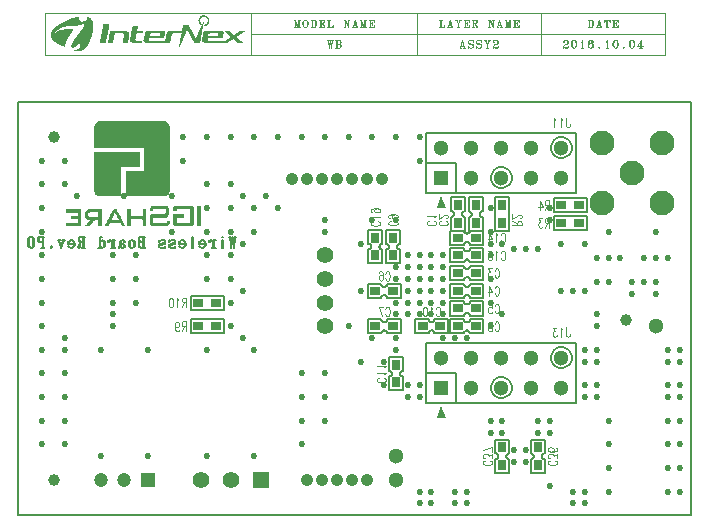
<source format=gbr>
%MOMM*%
%FSLAX33Y33*%
%ADD10C,0.203200*%
%ADD11C,0.120000*%
%ADD12C,0.152400*%
%ADD14C,0.070000*%
%ADD17C,1.300000*%
%ADD71R,1.300000X1.300000*%
%ADD25C,1.400000*%
%ADD73R,1.400000X1.400000*%
%ADD140C,1.200000*%
%ADD141R,1.200000X1.200000*%
%ADD142C,1.050000*%
%ADD143C,2.100000*%
%ADD145R,0.800000X0.900000*%
%ADD148R,0.900000X0.800000*%
%ADD161C,0.142240*%
%ADD190C,1.000000*%
%ADD191C,0.530000*%
G90*G71*G01*D02*G54D10*X000000Y000000D02*X057000Y000000D01*X057000Y035000D01*
X000000Y035000D01*X000000Y000000D01*X045100Y013340D02*X045117Y013164D01*
X045169Y012996D01*X045252Y012840D01*X045364Y012704D01*X045500Y012592D01*
X045656Y012509D01*X045824Y012457D01*X046000Y012440D01*X046176Y012457D01*
X046344Y012509D01*X046500Y012592D01*X046636Y012704D01*X046748Y012840D01*
X046831Y012996D01*X046883Y013164D01*X046900Y013340D01*X046883Y013516D01*
X046831Y013684D01*X046748Y013840D01*X046636Y013976D01*X046500Y014088D01*
X046344Y014171D01*X046176Y014223D01*X046000Y014240D01*X045824Y014223D01*
X045656Y014171D01*X045500Y014088D01*X045364Y013976D01*X045252Y013840D01*
X045169Y013684D01*X045117Y013516D01*X045100Y013340D01*X040020Y010800D02*
X040037Y010624D01*X040089Y010456D01*X040172Y010300D01*X040284Y010164D01*
X040420Y010052D01*X040576Y009969D01*X040744Y009917D01*X040920Y009900D01*
X041096Y009917D01*X041264Y009969D01*X041420Y010052D01*X041556Y010164D01*
X041668Y010300D01*X041751Y010456D01*X041803Y010624D01*X041820Y010800D01*
X041803Y010976D01*X041751Y011144D01*X041668Y011300D01*X041556Y011436D01*
X041420Y011548D01*X041264Y011631D01*X041096Y011683D01*X040920Y011700D01*
X040744Y011683D01*X040576Y011631D01*X040420Y011548D01*X040284Y011436D01*
X040172Y011300D01*X040089Y011144D01*X040037Y010976D01*X040020Y010800D01*
X034570Y012070D02*X037110Y012070D01*X037110Y009530D01*X034570Y009530D02*
X034570Y014610D01*X047270Y014610D01*X047270Y009530D01*X034570Y009530D01*
X045100Y031120D02*X045117Y030944D01*X045169Y030776D01*X045252Y030620D01*
X045364Y030484D01*X045500Y030372D01*X045656Y030289D01*X045824Y030237D01*
X046000Y030220D01*X046176Y030237D01*X046344Y030289D01*X046500Y030372D01*
X046636Y030484D01*X046748Y030620D01*X046831Y030776D01*X046883Y030944D01*
X046900Y031120D01*X046883Y031296D01*X046831Y031464D01*X046748Y031620D01*
X046636Y031756D01*X046500Y031868D01*X046344Y031951D01*X046176Y032003D01*
X046000Y032020D01*X045824Y032003D01*X045656Y031951D01*X045500Y031868D01*
X045364Y031756D01*X045252Y031620D01*X045169Y031464D01*X045117Y031296D01*
X045100Y031120D01*X040020Y028580D02*X040037Y028404D01*X040089Y028236D01*
X040172Y028080D01*X040284Y027944D01*X040420Y027832D01*X040576Y027749D01*
X040744Y027697D01*X040920Y027680D01*X041096Y027697D01*X041264Y027749D01*
X041420Y027832D01*X041556Y027944D01*X041668Y028080D01*X041751Y028236D01*
X041803Y028404D01*X041820Y028580D01*X041803Y028756D01*X041751Y028924D01*
X041668Y029080D01*X041556Y029216D01*X041420Y029328D01*X041264Y029411D01*
X041096Y029463D01*X040920Y029480D01*X040744Y029463D01*X040576Y029411D01*
X040420Y029328D01*X040284Y029216D01*X040172Y029080D01*X040089Y028924D01*
X040037Y028756D01*X040020Y028580D01*X034570Y029850D02*X037110Y029850D01*
X037110Y027310D01*X034570Y027310D02*X034570Y032390D01*X047270Y032390D01*
X047270Y027310D01*X034570Y027310D01*D02*G54D11*X045456Y004622D02*
X045529Y004597D01*X045602Y004546D01*X045650Y004498D01*X045650Y004400D01*
X045602Y004353D01*X045529Y004305D01*X045456Y004280D01*X045347Y004258D01*
X045153Y004258D01*X045044Y004280D01*X044959Y004305D01*X044886Y004353D01*
X044850Y004400D01*X044850Y004498D01*X044886Y004546D01*X044959Y004597D01*
X045044Y004622D01*X045638Y004869D02*X045638Y005153D01*X045335Y004996D01*
X045335Y005076D01*X045298Y005127D01*X045262Y005153D01*X045153Y005182D01*
X045068Y005182D01*X044959Y005153D01*X044886Y005102D01*X044850Y005025D01*
X044850Y004945D01*X044886Y004869D01*X044923Y004843D01*X044995Y004818D01*
X045529Y005713D02*X045602Y005684D01*X045638Y005600D01*X045638Y005545D01*
X045602Y005462D01*X045492Y005403D01*X045298Y005378D01*X045117Y005378D01*
X044959Y005403D01*X044886Y005462D01*X044850Y005545D01*X044850Y005571D01*
X044886Y005655D01*X044959Y005713D01*X045068Y005742D01*X045117Y005742D01*
X045226Y005713D01*X045298Y005655D01*X045335Y005571D01*X045335Y005545D01*
X045298Y005462D01*X045226Y005403D01*X045117Y005378D01*X039956Y004622D02*
X040029Y004597D01*X040102Y004546D01*X040150Y004498D01*X040150Y004400D01*
X040102Y004353D01*X040029Y004305D01*X039956Y004280D01*X039847Y004258D01*
X039653Y004258D01*X039544Y004280D01*X039459Y004305D01*X039386Y004353D01*
X039350Y004400D01*X039350Y004498D01*X039386Y004546D01*X039459Y004597D01*
X039544Y004622D01*X040138Y004869D02*X040138Y005153D01*X039835Y004996D01*
X039835Y005076D01*X039798Y005127D01*X039762Y005153D01*X039653Y005182D01*
X039568Y005182D01*X039459Y005153D01*X039386Y005102D01*X039350Y005025D01*
X039350Y004945D01*X039386Y004869D01*X039423Y004843D01*X039495Y004818D01*
X040138Y005378D02*X040138Y005742D01*X039350Y005480D01*X046382Y015900D02*
X046382Y015294D01*X046418Y015173D01*X046454Y015136D01*X046524Y015100D01*
X046600Y015100D01*X046669Y015136D01*X046706Y015173D01*X046742Y015294D01*
X046742Y015367D01*X046040Y015742D02*X046011Y015779D01*X045967Y015888D01*
X045967Y015100D01*X045571Y015888D02*X045287Y015888D01*X045444Y015585D01*
X045364Y015585D01*X045313Y015548D01*X045287Y015512D01*X045258Y015403D01*
X045258Y015318D01*X045287Y015209D01*X045338Y015136D01*X045415Y015100D01*
X045495Y015100D01*X045571Y015136D01*X045597Y015173D01*X045622Y015245D01*
X030956Y011622D02*X031029Y011597D01*X031102Y011546D01*X031150Y011498D01*
X031150Y011400D01*X031102Y011353D01*X031029Y011305D01*X030956Y011280D01*
X030847Y011258D01*X030653Y011258D01*X030544Y011280D01*X030459Y011305D01*
X030386Y011353D01*X030350Y011400D01*X030350Y011498D01*X030386Y011546D01*
X030459Y011597D01*X030544Y011622D01*X030992Y011960D02*X031029Y011989D01*
X031138Y012033D01*X030350Y012033D01*X030992Y012520D02*X031029Y012549D01*
X031138Y012593D01*X030350Y012593D01*X035378Y017456D02*X035403Y017529D01*
X035454Y017602D01*X035502Y017650D01*X035600Y017650D01*X035647Y017602D01*
X035695Y017529D01*X035720Y017456D01*X035742Y017347D01*X035742Y017153D01*
X035720Y017044D01*X035695Y016959D01*X035647Y016886D01*X035600Y016850D01*
X035502Y016850D01*X035454Y016886D01*X035403Y016959D01*X035378Y017044D01*
X035040Y017492D02*X035011Y017529D01*X034967Y017638D01*X034967Y016850D01*
X034465Y017638D02*X034546Y017602D01*X034597Y017492D01*X034622Y017298D01*
X034622Y017189D01*X034597Y016995D01*X034546Y016886D01*X034465Y016850D01*
X034415Y016850D01*X034338Y016886D01*X034287Y016995D01*X034258Y017189D01*
X034258Y017298D01*X034287Y017492D01*X034338Y017602D01*X034415Y017638D01*
X034465Y017638D01*X040348Y016206D02*X040373Y016279D01*X040424Y016352D01*
X040472Y016400D01*X040570Y016400D01*X040617Y016352D01*X040665Y016279D01*
X040690Y016206D01*X040712Y016097D01*X040712Y015903D01*X040690Y015794D01*
X040665Y015709D01*X040617Y015636D01*X040570Y015600D01*X040472Y015600D01*
X040424Y015636D01*X040373Y015709D01*X040348Y015794D01*X040025Y016388D02*
X040101Y016352D01*X040127Y016279D01*X040127Y016206D01*X040101Y016121D01*
X040050Y016085D01*X039945Y016048D01*X039868Y016012D01*X039817Y015939D01*
X039788Y015867D01*X039788Y015745D01*X039817Y015673D01*X039843Y015636D01*
X039919Y015600D01*X040025Y015600D01*X040101Y015636D01*X040127Y015673D01*
X040152Y015745D01*X040152Y015867D01*X040127Y015939D01*X040076Y016012D01*
X039999Y016048D01*X039894Y016085D01*X039843Y016121D01*X039817Y016206D01*
X039817Y016279D01*X039843Y016352D01*X039919Y016388D01*X040025Y016388D01*
X014212Y015600D02*X014212Y016400D01*X013979Y016400D01*X013903Y016352D01*
X013877Y016315D01*X013848Y016242D01*X013848Y016170D01*X013877Y016097D01*
X013903Y016048D01*X013979Y016012D01*X014212Y016012D01*X014034Y016012D02*
X013848Y015600D01*X013288Y016133D02*X013317Y016012D01*X013372Y015939D01*
X013459Y015903D01*X013485Y015903D01*X013568Y015939D01*X013627Y016012D01*
X013652Y016133D01*X013652Y016170D01*X013627Y016279D01*X013568Y016352D01*
X013485Y016388D01*X013459Y016388D01*X013372Y016352D01*X013317Y016279D01*
X013288Y016133D01*X013288Y015939D01*X013317Y015745D01*X013372Y015636D01*
X013459Y015600D01*X013514Y015600D01*X013597Y015636D01*X013627Y015709D01*
X031098Y017456D02*X031123Y017529D01*X031174Y017602D01*X031222Y017650D01*
X031320Y017650D01*X031367Y017602D01*X031415Y017529D01*X031440Y017456D01*
X031462Y017347D01*X031462Y017153D01*X031440Y017044D01*X031415Y016959D01*
X031367Y016886D01*X031320Y016850D01*X031222Y016850D01*X031174Y016886D01*
X031123Y016959D01*X031098Y017044D01*X030902Y017638D02*X030538Y017638D01*
X030800Y016850D01*X040348Y019206D02*X040373Y019279D01*X040424Y019352D01*
X040472Y019400D01*X040570Y019400D01*X040617Y019352D01*X040665Y019279D01*
X040690Y019206D01*X040712Y019097D01*X040712Y018903D01*X040690Y018794D01*
X040665Y018709D01*X040617Y018636D01*X040570Y018600D01*X040472Y018600D01*
X040424Y018636D01*X040373Y018709D01*X040348Y018794D01*X039912Y019388D02*
X039912Y018600D01*X039912Y019388D02*X040152Y018867D01*X039788Y018867D01*
X040348Y017706D02*X040373Y017779D01*X040424Y017852D01*X040472Y017900D01*
X040570Y017900D01*X040617Y017852D01*X040665Y017779D01*X040690Y017706D01*
X040712Y017597D01*X040712Y017403D01*X040690Y017294D01*X040665Y017209D01*
X040617Y017136D01*X040570Y017100D01*X040472Y017100D01*X040424Y017136D01*
X040373Y017209D01*X040348Y017294D01*X039843Y017888D02*X040101Y017888D01*
X040127Y017548D01*X040101Y017585D01*X040025Y017621D01*X039948Y017621D01*
X039868Y017585D01*X039817Y017512D01*X039788Y017403D01*X039788Y017318D01*
X039817Y017209D01*X039868Y017136D01*X039948Y017100D01*X040025Y017100D01*
X040101Y017136D01*X040127Y017173D01*X040152Y017245D01*X014242Y017600D02*
X014242Y018400D01*X014009Y018400D01*X013933Y018352D01*X013907Y018315D01*
X013878Y018242D01*X013878Y018170D01*X013907Y018097D01*X013933Y018048D01*
X014009Y018012D01*X014242Y018012D01*X014064Y018012D02*X013878Y017600D01*
X013540Y018242D02*X013511Y018279D01*X013467Y018388D01*X013467Y017600D01*
X012965Y018388D02*X013046Y018352D01*X013097Y018242D01*X013122Y018048D01*
X013122Y017939D01*X013097Y017745D01*X013046Y017636D01*X012965Y017600D01*
X012915Y017600D01*X012838Y017636D01*X012787Y017745D01*X012758Y017939D01*
X012758Y018048D01*X012787Y018242D01*X012838Y018352D01*X012915Y018388D01*
X012965Y018388D01*X031098Y020456D02*X031123Y020529D01*X031174Y020602D01*
X031222Y020650D01*X031320Y020650D01*X031367Y020602D01*X031415Y020529D01*
X031440Y020456D01*X031462Y020347D01*X031462Y020153D01*X031440Y020044D01*
X031415Y019959D01*X031367Y019886D01*X031320Y019850D01*X031222Y019850D01*
X031174Y019886D01*X031123Y019959D01*X031098Y020044D01*X030567Y020529D02*
X030596Y020602D01*X030680Y020638D01*X030735Y020638D01*X030818Y020602D01*
X030877Y020492D01*X030902Y020298D01*X030902Y020117D01*X030877Y019959D01*
X030818Y019886D01*X030735Y019850D01*X030709Y019850D01*X030625Y019886D01*
X030567Y019959D01*X030538Y020068D01*X030538Y020117D01*X030567Y020226D01*
X030625Y020298D01*X030709Y020335D01*X030735Y020335D01*X030818Y020298D01*
X030877Y020226D01*X030902Y020117D01*X040348Y020706D02*X040373Y020779D01*
X040424Y020852D01*X040472Y020900D01*X040570Y020900D01*X040617Y020852D01*
X040665Y020779D01*X040690Y020706D01*X040712Y020597D01*X040712Y020403D01*
X040690Y020294D01*X040665Y020209D01*X040617Y020136D01*X040570Y020100D01*
X040472Y020100D01*X040424Y020136D01*X040373Y020209D01*X040348Y020294D01*
X040101Y020888D02*X039817Y020888D01*X039974Y020585D01*X039894Y020585D01*
X039843Y020548D01*X039817Y020512D01*X039788Y020403D01*X039788Y020318D01*
X039817Y020209D01*X039868Y020136D01*X039945Y020100D01*X040025Y020100D01*
X040101Y020136D01*X040127Y020173D01*X040152Y020245D01*X040878Y022206D02*
X040903Y022279D01*X040954Y022352D01*X041002Y022400D01*X041100Y022400D01*
X041147Y022352D01*X041195Y022279D01*X041220Y022206D01*X041242Y022097D01*
X041242Y021903D01*X041220Y021794D01*X041195Y021709D01*X041147Y021636D01*
X041100Y021600D01*X041002Y021600D01*X040954Y021636D01*X040903Y021709D01*
X040878Y021794D01*X040540Y022242D02*X040511Y022279D01*X040467Y022388D01*
X040467Y021600D01*X039813Y022388D02*X040071Y022388D01*X040097Y022048D01*
X040071Y022085D01*X039995Y022121D01*X039918Y022121D01*X039838Y022085D01*
X039787Y022012D01*X039758Y021903D01*X039758Y021818D01*X039787Y021709D01*
X039838Y021636D01*X039918Y021600D01*X039995Y021600D01*X040071Y021636D01*
X040097Y021673D01*X040122Y021745D01*X030456Y024872D02*X030529Y024847D01*
X030602Y024796D01*X030650Y024748D01*X030650Y024650D01*X030602Y024603D01*
X030529Y024555D01*X030456Y024530D01*X030347Y024508D01*X030153Y024508D01*
X030044Y024530D01*X029959Y024555D01*X029886Y024603D01*X029850Y024650D01*
X029850Y024748D01*X029886Y024796D01*X029959Y024847D01*X030044Y024872D01*
X030492Y025210D02*X030529Y025239D01*X030638Y025283D01*X029850Y025283D01*
X030383Y025992D02*X030262Y025963D01*X030189Y025908D01*X030153Y025821D01*
X030153Y025795D01*X030189Y025712D01*X030262Y025653D01*X030383Y025628D01*
X030420Y025628D01*X030529Y025653D01*X030602Y025712D01*X030638Y025795D01*
X030638Y025821D01*X030602Y025908D01*X030529Y025963D01*X030383Y025992D01*
X030189Y025992D01*X029995Y025963D01*X029886Y025908D01*X029850Y025821D01*
X029850Y025766D01*X029886Y025683D01*X029959Y025653D01*X031956Y024902D02*
X032029Y024877D01*X032102Y024826D01*X032150Y024778D01*X032150Y024680D01*
X032102Y024633D01*X032029Y024585D01*X031956Y024560D01*X031847Y024538D01*
X031653Y024538D01*X031544Y024560D01*X031459Y024585D01*X031386Y024633D01*
X031350Y024680D01*X031350Y024778D01*X031386Y024826D01*X031459Y024877D01*
X031544Y024902D01*X031883Y025462D02*X031762Y025433D01*X031689Y025378D01*
X031653Y025291D01*X031653Y025265D01*X031689Y025182D01*X031762Y025123D01*
X031883Y025098D01*X031920Y025098D01*X032029Y025123D01*X032102Y025182D01*
X032138Y025265D01*X032138Y025291D01*X032102Y025378D01*X032029Y025433D01*
X031883Y025462D01*X031689Y025462D01*X031495Y025433D01*X031386Y025378D01*
X031350Y025291D01*X031350Y025236D01*X031386Y025153D01*X031459Y025123D01*
X040878Y023706D02*X040903Y023779D01*X040954Y023852D01*X041002Y023900D01*
X041100Y023900D01*X041147Y023852D01*X041195Y023779D01*X041220Y023706D01*
X041242Y023597D01*X041242Y023403D01*X041220Y023294D01*X041195Y023209D01*
X041147Y023136D01*X041100Y023100D01*X041002Y023100D01*X040954Y023136D01*
X040903Y023209D01*X040878Y023294D01*X040540Y023742D02*X040511Y023779D01*
X040467Y023888D01*X040467Y023100D01*X039882Y023888D02*X039882Y023100D01*
X039882Y023888D02*X040122Y023367D01*X039758Y023367D01*X044962Y024350D02*
X044962Y025150D01*X044729Y025150D01*X044653Y025102D01*X044627Y025065D01*
X044598Y024992D01*X044598Y024920D01*X044627Y024847D01*X044653Y024798D01*
X044729Y024762D01*X044962Y024762D01*X044784Y024762D02*X044598Y024350D01*
X044351Y025138D02*X044067Y025138D01*X044224Y024835D01*X044144Y024835D01*
X044093Y024798D01*X044067Y024762D01*X044038Y024653D01*X044038Y024568D01*
X044067Y024459D01*X044118Y024386D01*X044195Y024350D01*X044275Y024350D01*
X044351Y024386D01*X044377Y024423D01*X044402Y024495D01*X035206Y024902D02*
X035279Y024877D01*X035352Y024826D01*X035400Y024778D01*X035400Y024680D01*
X035352Y024633D01*X035279Y024585D01*X035206Y024560D01*X035097Y024538D01*
X034903Y024538D01*X034794Y024560D01*X034709Y024585D01*X034636Y024633D01*
X034600Y024680D01*X034600Y024778D01*X034636Y024826D01*X034709Y024877D01*
X034794Y024902D01*X035242Y025240D02*X035279Y025269D01*X035388Y025313D01*
X034600Y025313D01*X036206Y024902D02*X036279Y024877D01*X036352Y024826D01*
X036400Y024778D01*X036400Y024680D01*X036352Y024633D01*X036279Y024585D01*
X036206Y024560D01*X036097Y024538D01*X035903Y024538D01*X035794Y024560D01*
X035709Y024585D01*X035636Y024633D01*X035600Y024680D01*X035600Y024778D01*
X035636Y024826D01*X035709Y024877D01*X035794Y024902D01*X036206Y025123D02*
X036242Y025123D01*X036315Y025149D01*X036352Y025174D01*X036400Y025225D01*
X036400Y025331D01*X036352Y025382D01*X036315Y025407D01*X036242Y025433D01*
X036170Y025433D01*X036097Y025407D01*X035976Y025356D01*X035600Y025098D01*
X035600Y025462D01*X046382Y033650D02*X046382Y033044D01*X046418Y032923D01*
X046454Y032886D01*X046524Y032850D01*X046600Y032850D01*X046669Y032886D01*
X046706Y032923D01*X046742Y033044D01*X046742Y033117D01*X046040Y033492D02*
X046011Y033529D01*X045967Y033638D01*X045967Y032850D01*X045480Y033492D02*
X045451Y033529D01*X045407Y033638D01*X045407Y032850D01*X041850Y024538D02*
X042650Y024538D01*X042650Y024771D01*X042602Y024847D01*X042565Y024873D01*
X042492Y024902D01*X042420Y024902D01*X042347Y024873D01*X042298Y024847D01*
X042262Y024771D01*X042262Y024538D01*X042262Y024716D02*X041850Y024902D01*
X042456Y025123D02*X042492Y025123D01*X042565Y025149D01*X042602Y025174D01*
X042650Y025225D01*X042650Y025331D01*X042602Y025382D01*X042565Y025407D01*
X042492Y025433D01*X042420Y025433D01*X042347Y025407D01*X042226Y025356D01*
X041850Y025098D01*X041850Y025462D01*X044962Y025850D02*X044962Y026650D01*
X044729Y026650D01*X044653Y026602D01*X044627Y026565D01*X044598Y026492D01*
X044598Y026420D01*X044627Y026347D01*X044653Y026298D01*X044729Y026262D01*
X044962Y026262D01*X044784Y026262D02*X044598Y025850D01*X044162Y026638D02*
X044162Y025850D01*X044162Y026638D02*X044402Y026117D01*X044038Y026117D01*D02*
G54D12*X044600Y004750D02*X044575Y004751D01*X044551Y004754D01*X044526Y004760D01*
X044503Y004768D01*X044480Y004778D01*X044459Y004790D01*X044439Y004805D01*
X044420Y004821D01*X044403Y004840D01*X044388Y004860D01*X044375Y004881D01*
X044364Y004903D01*X044356Y004927D01*X044350Y004951D01*X044346Y004975D01*
X044345Y005000D01*X044346Y005025D01*X044350Y005049D01*X044356Y005073D01*
X044364Y005097D01*X044375Y005119D01*X044388Y005140D01*X044403Y005160D01*
X044420Y005179D01*X044439Y005195D01*X044459Y005210D01*X044480Y005222D01*
X044503Y005232D01*X044526Y005240D01*X044551Y005246D01*X044575Y005249D01*
X044600Y005250D01*X043400Y003600D02*X044600Y003600D01*X043400Y003600D02*
X043400Y004750D01*X043400Y005250D02*X043400Y006400D01*X043400Y006400D02*
X044600Y006400D01*X044600Y003600D02*X044600Y004750D01*X044600Y005250D02*
X044600Y006400D01*X043400Y005250D02*X043425Y005249D01*X043449Y005246D01*
X043474Y005240D01*X043497Y005232D01*X043520Y005222D01*X043541Y005210D01*
X043561Y005195D01*X043580Y005179D01*X043597Y005160D01*X043612Y005140D01*
X043625Y005119D01*X043636Y005097D01*X043644Y005073D01*X043650Y005049D01*
X043654Y005025D01*X043655Y005000D01*X043654Y004975D01*X043650Y004951D01*
X043644Y004927D01*X043636Y004903D01*X043625Y004881D01*X043612Y004860D01*
X043597Y004840D01*X043580Y004821D01*X043561Y004805D01*X043541Y004790D01*
X043520Y004778D01*X043497Y004768D01*X043474Y004760D01*X043449Y004754D01*
X043425Y004751D01*X043400Y004750D01*X041600Y004750D02*X041575Y004751D01*
X041551Y004754D01*X041526Y004760D01*X041503Y004768D01*X041480Y004778D01*
X041459Y004790D01*X041439Y004805D01*X041420Y004821D01*X041403Y004840D01*
X041388Y004860D01*X041375Y004881D01*X041364Y004903D01*X041356Y004927D01*
X041350Y004951D01*X041346Y004975D01*X041345Y005000D01*X041346Y005025D01*
X041350Y005049D01*X041356Y005073D01*X041364Y005097D01*X041375Y005119D01*
X041388Y005140D01*X041403Y005160D01*X041420Y005179D01*X041439Y005195D01*
X041459Y005210D01*X041480Y005222D01*X041503Y005232D01*X041526Y005240D01*
X041551Y005246D01*X041575Y005249D01*X041600Y005250D01*X040400Y003600D02*
X041600Y003600D01*X040400Y003600D02*X040400Y004750D01*X040400Y005250D02*
X040400Y006400D01*X040400Y006400D02*X041600Y006400D01*X041600Y003600D02*
X041600Y004750D01*X041600Y005250D02*X041600Y006400D01*X040400Y005250D02*
X040425Y005249D01*X040449Y005246D01*X040474Y005240D01*X040497Y005232D01*
X040520Y005222D01*X040541Y005210D01*X040561Y005195D01*X040580Y005179D01*
X040597Y005160D01*X040612Y005140D01*X040625Y005119D01*X040636Y005097D01*
X040644Y005073D01*X040650Y005049D01*X040654Y005025D01*X040655Y005000D01*
X040654Y004975D01*X040650Y004951D01*X040644Y004927D01*X040636Y004903D01*
X040625Y004881D01*X040612Y004860D01*X040597Y004840D01*X040580Y004821D01*
X040561Y004805D01*X040541Y004790D01*X040520Y004778D01*X040497Y004768D01*
X040474Y004760D01*X040449Y004754D01*X040425Y004751D01*X040400Y004750D01*
X031400Y012250D02*X031425Y012249D01*X031449Y012246D01*X031474Y012240D01*
X031497Y012232D01*X031520Y012222D01*X031541Y012210D01*X031561Y012195D01*
X031580Y012179D01*X031597Y012160D01*X031612Y012140D01*X031625Y012119D01*
X031636Y012097D01*X031644Y012073D01*X031650Y012049D01*X031654Y012025D01*
X031655Y012000D01*X031654Y011975D01*X031650Y011951D01*X031644Y011927D01*
X031636Y011903D01*X031625Y011881D01*X031612Y011860D01*X031597Y011840D01*
X031580Y011821D01*X031561Y011805D01*X031541Y011790D01*X031520Y011778D01*
X031497Y011768D01*X031474Y011760D01*X031449Y011754D01*X031425Y011751D01*
X031400Y011750D01*X032600Y013400D02*X031400Y013400D01*X032600Y013400D02*
X032600Y012250D01*X032600Y011750D02*X032600Y010600D01*X032600Y010600D02*
X031400Y010600D01*X031400Y013400D02*X031400Y012250D01*X031400Y011750D02*
X031400Y010600D01*X032600Y011750D02*X032575Y011751D01*X032551Y011754D01*
X032526Y011760D01*X032503Y011768D01*X032480Y011778D01*X032459Y011790D01*
X032439Y011805D01*X032420Y011821D01*X032403Y011840D01*X032388Y011860D01*
X032375Y011881D01*X032364Y011903D01*X032356Y011927D01*X032350Y011951D01*
X032346Y011975D01*X032345Y012000D01*X032346Y012025D01*X032350Y012049D01*
X032356Y012073D01*X032364Y012097D01*X032375Y012119D01*X032388Y012140D01*
X032403Y012160D01*X032420Y012179D01*X032439Y012195D01*X032459Y012210D01*
X032480Y012222D01*X032503Y012232D01*X032526Y012240D01*X032551Y012246D01*
X032575Y012249D01*X032600Y012250D01*X035250Y016600D02*X035249Y016575D01*
X035246Y016551D01*X035240Y016526D01*X035232Y016503D01*X035222Y016480D01*
X035210Y016459D01*X035195Y016439D01*X035179Y016420D01*X035160Y016403D01*
X035140Y016388D01*X035119Y016375D01*X035097Y016364D01*X035073Y016356D01*
X035049Y016350D01*X035025Y016346D01*X035000Y016345D01*X034975Y016346D01*
X034951Y016350D01*X034927Y016356D01*X034903Y016364D01*X034881Y016375D01*
X034860Y016388D01*X034840Y016403D01*X034821Y016420D01*X034805Y016439D01*
X034790Y016459D01*X034778Y016480D01*X034768Y016503D01*X034760Y016526D01*
X034754Y016551D01*X034751Y016575D01*X034750Y016600D01*X036400Y015400D02*
X036400Y016600D01*X036400Y015400D02*X035250Y015400D01*X034750Y015400D02*
X033600Y015400D01*X033600Y015400D02*X033600Y016600D01*X036400Y016600D02*
X035250Y016600D01*X034750Y016600D02*X033600Y016600D01*X034750Y015400D02*
X034751Y015425D01*X034754Y015449D01*X034760Y015474D01*X034768Y015497D01*
X034778Y015520D01*X034790Y015541D01*X034805Y015561D01*X034821Y015580D01*
X034840Y015597D01*X034860Y015612D01*X034881Y015625D01*X034903Y015636D01*
X034927Y015644D01*X034951Y015650D01*X034975Y015654D01*X035000Y015655D01*
X035025Y015654D01*X035049Y015650D01*X035073Y015644D01*X035097Y015636D01*
X035119Y015625D01*X035140Y015612D01*X035160Y015597D01*X035179Y015580D01*
X035195Y015561D01*X035210Y015541D01*X035222Y015520D01*X035232Y015497D01*
X035240Y015474D01*X035246Y015449D01*X035249Y015425D01*X035250Y015400D01*
X038250Y016600D02*X038249Y016575D01*X038246Y016551D01*X038240Y016526D01*
X038232Y016503D01*X038222Y016480D01*X038210Y016459D01*X038195Y016439D01*
X038179Y016420D01*X038160Y016403D01*X038140Y016388D01*X038119Y016375D01*
X038097Y016364D01*X038073Y016356D01*X038049Y016350D01*X038025Y016346D01*
X038000Y016345D01*X037975Y016346D01*X037951Y016350D01*X037927Y016356D01*
X037903Y016364D01*X037881Y016375D01*X037860Y016388D01*X037840Y016403D01*
X037821Y016420D01*X037805Y016439D01*X037790Y016459D01*X037778Y016480D01*
X037768Y016503D01*X037760Y016526D01*X037754Y016551D01*X037751Y016575D01*
X037750Y016600D01*X039400Y015400D02*X039400Y016600D01*X039400Y015400D02*
X038250Y015400D01*X037750Y015400D02*X036600Y015400D01*X036600Y015400D02*
X036600Y016600D01*X039400Y016600D02*X038250Y016600D01*X037750Y016600D02*
X036600Y016600D01*X037750Y015400D02*X037751Y015425D01*X037754Y015449D01*
X037760Y015474D01*X037768Y015497D01*X037778Y015520D01*X037790Y015541D01*
X037805Y015561D01*X037821Y015580D01*X037840Y015597D01*X037860Y015612D01*
X037881Y015625D01*X037903Y015636D01*X037927Y015644D01*X037951Y015650D01*
X037975Y015654D01*X038000Y015655D01*X038025Y015654D01*X038049Y015650D01*
X038073Y015644D01*X038097Y015636D01*X038119Y015625D01*X038140Y015612D01*
X038160Y015597D01*X038179Y015580D01*X038195Y015561D01*X038210Y015541D01*
X038222Y015520D01*X038232Y015497D01*X038240Y015474D01*X038246Y015449D01*
X038249Y015425D01*X038250Y015400D01*X014600Y015400D02*X017400Y015400D01*
X017400Y016600D01*X014600Y016600D01*X014600Y016600D02*X014600Y015400D01*
X030750Y015400D02*X030751Y015425D01*X030754Y015449D01*X030760Y015474D01*
X030768Y015497D01*X030778Y015520D01*X030790Y015541D01*X030805Y015561D01*
X030821Y015580D01*X030840Y015597D01*X030860Y015612D01*X030881Y015625D01*
X030903Y015636D01*X030927Y015644D01*X030951Y015650D01*X030975Y015654D01*
X031000Y015655D01*X031025Y015654D01*X031049Y015650D01*X031073Y015644D01*
X031097Y015636D01*X031119Y015625D01*X031140Y015612D01*X031160Y015597D01*
X031179Y015580D01*X031195Y015561D01*X031210Y015541D01*X031222Y015520D01*
X031232Y015497D01*X031240Y015474D01*X031246Y015449D01*X031249Y015425D01*
X031250Y015400D01*X029600Y016600D02*X029600Y015400D01*X029600Y016600D02*
X030750Y016600D01*X031250Y016600D02*X032400Y016600D01*X032400Y016600D02*
X032400Y015400D01*X029600Y015400D02*X030750Y015400D01*X031250Y015400D02*
X032400Y015400D01*X031250Y016600D02*X031249Y016575D01*X031246Y016551D01*
X031240Y016526D01*X031232Y016503D01*X031222Y016480D01*X031210Y016459D01*
X031195Y016439D01*X031179Y016420D01*X031160Y016403D01*X031140Y016388D01*
X031119Y016375D01*X031097Y016364D01*X031073Y016356D01*X031049Y016350D01*
X031025Y016346D01*X031000Y016345D01*X030975Y016346D01*X030951Y016350D01*
X030927Y016356D01*X030903Y016364D01*X030881Y016375D01*X030860Y016388D01*
X030840Y016403D01*X030821Y016420D01*X030805Y016439D01*X030790Y016459D01*
X030778Y016480D01*X030768Y016503D01*X030760Y016526D01*X030754Y016551D01*
X030751Y016575D01*X030750Y016600D01*X038250Y019600D02*X038249Y019575D01*
X038246Y019551D01*X038240Y019526D01*X038232Y019503D01*X038222Y019480D01*
X038210Y019459D01*X038195Y019439D01*X038179Y019420D01*X038160Y019403D01*
X038140Y019388D01*X038119Y019375D01*X038097Y019364D01*X038073Y019356D01*
X038049Y019350D01*X038025Y019346D01*X038000Y019345D01*X037975Y019346D01*
X037951Y019350D01*X037927Y019356D01*X037903Y019364D01*X037881Y019375D01*
X037860Y019388D01*X037840Y019403D01*X037821Y019420D01*X037805Y019439D01*
X037790Y019459D01*X037778Y019480D01*X037768Y019503D01*X037760Y019526D01*
X037754Y019551D01*X037751Y019575D01*X037750Y019600D01*X039400Y018400D02*
X039400Y019600D01*X039400Y018400D02*X038250Y018400D01*X037750Y018400D02*
X036600Y018400D01*X036600Y018400D02*X036600Y019600D01*X039400Y019600D02*
X038250Y019600D01*X037750Y019600D02*X036600Y019600D01*X037750Y018400D02*
X037751Y018425D01*X037754Y018449D01*X037760Y018474D01*X037768Y018497D01*
X037778Y018520D01*X037790Y018541D01*X037805Y018561D01*X037821Y018580D01*
X037840Y018597D01*X037860Y018612D01*X037881Y018625D01*X037903Y018636D01*
X037927Y018644D01*X037951Y018650D01*X037975Y018654D01*X038000Y018655D01*
X038025Y018654D01*X038049Y018650D01*X038073Y018644D01*X038097Y018636D01*
X038119Y018625D01*X038140Y018612D01*X038160Y018597D01*X038179Y018580D01*
X038195Y018561D01*X038210Y018541D01*X038222Y018520D01*X038232Y018497D01*
X038240Y018474D01*X038246Y018449D01*X038249Y018425D01*X038250Y018400D01*
X038250Y018100D02*X038249Y018075D01*X038246Y018051D01*X038240Y018026D01*
X038232Y018003D01*X038222Y017980D01*X038210Y017959D01*X038195Y017939D01*
X038179Y017920D01*X038160Y017903D01*X038140Y017888D01*X038119Y017875D01*
X038097Y017864D01*X038073Y017856D01*X038049Y017850D01*X038025Y017846D01*
X038000Y017845D01*X037975Y017846D01*X037951Y017850D01*X037927Y017856D01*
X037903Y017864D01*X037881Y017875D01*X037860Y017888D01*X037840Y017903D01*
X037821Y017920D01*X037805Y017939D01*X037790Y017959D01*X037778Y017980D01*
X037768Y018003D01*X037760Y018026D01*X037754Y018051D01*X037751Y018075D01*
X037750Y018100D01*X039400Y016900D02*X039400Y018100D01*X039400Y016900D02*
X038250Y016900D01*X037750Y016900D02*X036600Y016900D01*X036600Y016900D02*
X036600Y018100D01*X039400Y018100D02*X038250Y018100D01*X037750Y018100D02*
X036600Y018100D01*X037750Y016900D02*X037751Y016925D01*X037754Y016949D01*
X037760Y016974D01*X037768Y016997D01*X037778Y017020D01*X037790Y017041D01*
X037805Y017061D01*X037821Y017080D01*X037840Y017097D01*X037860Y017112D01*
X037881Y017125D01*X037903Y017136D01*X037927Y017144D01*X037951Y017150D01*
X037975Y017154D01*X038000Y017155D01*X038025Y017154D01*X038049Y017150D01*
X038073Y017144D01*X038097Y017136D01*X038119Y017125D01*X038140Y017112D01*
X038160Y017097D01*X038179Y017080D01*X038195Y017061D01*X038210Y017041D01*
X038222Y017020D01*X038232Y016997D01*X038240Y016974D01*X038246Y016949D01*
X038249Y016925D01*X038250Y016900D01*X014600Y017400D02*X017400Y017400D01*
X017400Y018600D01*X014600Y018600D01*X014600Y018600D02*X014600Y017400D01*
X030750Y018400D02*X030751Y018425D01*X030754Y018449D01*X030760Y018474D01*
X030768Y018497D01*X030778Y018520D01*X030790Y018541D01*X030805Y018561D01*
X030821Y018580D01*X030840Y018597D01*X030860Y018612D01*X030881Y018625D01*
X030903Y018636D01*X030927Y018644D01*X030951Y018650D01*X030975Y018654D01*
X031000Y018655D01*X031025Y018654D01*X031049Y018650D01*X031073Y018644D01*
X031097Y018636D01*X031119Y018625D01*X031140Y018612D01*X031160Y018597D01*
X031179Y018580D01*X031195Y018561D01*X031210Y018541D01*X031222Y018520D01*
X031232Y018497D01*X031240Y018474D01*X031246Y018449D01*X031249Y018425D01*
X031250Y018400D01*X029600Y019600D02*X029600Y018400D01*X029600Y019600D02*
X030750Y019600D01*X031250Y019600D02*X032400Y019600D01*X032400Y019600D02*
X032400Y018400D01*X029600Y018400D02*X030750Y018400D01*X031250Y018400D02*
X032400Y018400D01*X031250Y019600D02*X031249Y019575D01*X031246Y019551D01*
X031240Y019526D01*X031232Y019503D01*X031222Y019480D01*X031210Y019459D01*
X031195Y019439D01*X031179Y019420D01*X031160Y019403D01*X031140Y019388D01*
X031119Y019375D01*X031097Y019364D01*X031073Y019356D01*X031049Y019350D01*
X031025Y019346D01*X031000Y019345D01*X030975Y019346D01*X030951Y019350D01*
X030927Y019356D01*X030903Y019364D01*X030881Y019375D01*X030860Y019388D01*
X030840Y019403D01*X030821Y019420D01*X030805Y019439D01*X030790Y019459D01*
X030778Y019480D01*X030768Y019503D01*X030760Y019526D01*X030754Y019551D01*
X030751Y019575D01*X030750Y019600D01*X038250Y021100D02*X038249Y021075D01*
X038246Y021051D01*X038240Y021026D01*X038232Y021003D01*X038222Y020980D01*
X038210Y020959D01*X038195Y020939D01*X038179Y020920D01*X038160Y020903D01*
X038140Y020888D01*X038119Y020875D01*X038097Y020864D01*X038073Y020856D01*
X038049Y020850D01*X038025Y020846D01*X038000Y020845D01*X037975Y020846D01*
X037951Y020850D01*X037927Y020856D01*X037903Y020864D01*X037881Y020875D01*
X037860Y020888D01*X037840Y020903D01*X037821Y020920D01*X037805Y020939D01*
X037790Y020959D01*X037778Y020980D01*X037768Y021003D01*X037760Y021026D01*
X037754Y021051D01*X037751Y021075D01*X037750Y021100D01*X039400Y019900D02*
X039400Y021100D01*X039400Y019900D02*X038250Y019900D01*X037750Y019900D02*
X036600Y019900D01*X036600Y019900D02*X036600Y021100D01*X039400Y021100D02*
X038250Y021100D01*X037750Y021100D02*X036600Y021100D01*X037750Y019900D02*
X037751Y019925D01*X037754Y019949D01*X037760Y019974D01*X037768Y019997D01*
X037778Y020020D01*X037790Y020041D01*X037805Y020061D01*X037821Y020080D01*
X037840Y020097D01*X037860Y020112D01*X037881Y020125D01*X037903Y020136D01*
X037927Y020144D01*X037951Y020150D01*X037975Y020154D01*X038000Y020155D01*
X038025Y020154D01*X038049Y020150D01*X038073Y020144D01*X038097Y020136D01*
X038119Y020125D01*X038140Y020112D01*X038160Y020097D01*X038179Y020080D01*
X038195Y020061D01*X038210Y020041D01*X038222Y020020D01*X038232Y019997D01*
X038240Y019974D01*X038246Y019949D01*X038249Y019925D01*X038250Y019900D01*
X038250Y022600D02*X038249Y022575D01*X038246Y022551D01*X038240Y022526D01*
X038232Y022503D01*X038222Y022480D01*X038210Y022459D01*X038195Y022439D01*
X038179Y022420D01*X038160Y022403D01*X038140Y022388D01*X038119Y022375D01*
X038097Y022364D01*X038073Y022356D01*X038049Y022350D01*X038025Y022346D01*
X038000Y022345D01*X037975Y022346D01*X037951Y022350D01*X037927Y022356D01*
X037903Y022364D01*X037881Y022375D01*X037860Y022388D01*X037840Y022403D01*
X037821Y022420D01*X037805Y022439D01*X037790Y022459D01*X037778Y022480D01*
X037768Y022503D01*X037760Y022526D01*X037754Y022551D01*X037751Y022575D01*
X037750Y022600D01*X039400Y021400D02*X039400Y022600D01*X039400Y021400D02*
X038250Y021400D01*X037750Y021400D02*X036600Y021400D01*X036600Y021400D02*
X036600Y022600D01*X039400Y022600D02*X038250Y022600D01*X037750Y022600D02*
X036600Y022600D01*X037750Y021400D02*X037751Y021425D01*X037754Y021449D01*
X037760Y021474D01*X037768Y021497D01*X037778Y021520D01*X037790Y021541D01*
X037805Y021561D01*X037821Y021580D01*X037840Y021597D01*X037860Y021612D01*
X037881Y021625D01*X037903Y021636D01*X037927Y021644D01*X037951Y021650D01*
X037975Y021654D01*X038000Y021655D01*X038025Y021654D01*X038049Y021650D01*
X038073Y021644D01*X038097Y021636D01*X038119Y021625D01*X038140Y021612D01*
X038160Y021597D01*X038179Y021580D01*X038195Y021561D01*X038210Y021541D01*
X038222Y021520D01*X038232Y021497D01*X038240Y021474D01*X038246Y021449D01*
X038249Y021425D01*X038250Y021400D01*X029650Y023000D02*X029675Y022999D01*
X029699Y022996D01*X029724Y022990D01*X029747Y022982D01*X029770Y022972D01*
X029791Y022960D01*X029811Y022945D01*X029830Y022929D01*X029847Y022910D01*
X029862Y022890D01*X029875Y022869D01*X029886Y022847D01*X029894Y022823D01*
X029900Y022799D01*X029904Y022775D01*X029905Y022750D01*X029904Y022725D01*
X029900Y022701D01*X029894Y022677D01*X029886Y022653D01*X029875Y022631D01*
X029862Y022610D01*X029847Y022590D01*X029830Y022571D01*X029811Y022555D01*
X029791Y022540D01*X029770Y022528D01*X029747Y022518D01*X029724Y022510D01*
X029699Y022504D01*X029675Y022501D01*X029650Y022500D01*X030850Y024150D02*
X029650Y024150D01*X030850Y024150D02*X030850Y023000D01*X030850Y022500D02*
X030850Y021350D01*X030850Y021350D02*X029650Y021350D01*X029650Y024150D02*
X029650Y023000D01*X029650Y022500D02*X029650Y021350D01*X030850Y022500D02*
X030825Y022501D01*X030801Y022504D01*X030776Y022510D01*X030753Y022518D01*
X030730Y022528D01*X030709Y022540D01*X030689Y022555D01*X030670Y022571D01*
X030653Y022590D01*X030638Y022610D01*X030625Y022631D01*X030614Y022653D01*
X030606Y022677D01*X030600Y022701D01*X030596Y022725D01*X030595Y022750D01*
X030596Y022775D01*X030600Y022799D01*X030606Y022823D01*X030614Y022847D01*
X030625Y022869D01*X030638Y022890D01*X030653Y022910D01*X030670Y022929D01*
X030689Y022945D01*X030709Y022960D01*X030730Y022972D01*X030753Y022982D01*
X030776Y022990D01*X030801Y022996D01*X030825Y022999D01*X030850Y023000D01*
X031150Y023000D02*X031175Y022999D01*X031199Y022996D01*X031224Y022990D01*
X031247Y022982D01*X031270Y022972D01*X031291Y022960D01*X031311Y022945D01*
X031330Y022929D01*X031347Y022910D01*X031362Y022890D01*X031375Y022869D01*
X031386Y022847D01*X031394Y022823D01*X031400Y022799D01*X031404Y022775D01*
X031405Y022750D01*X031404Y022725D01*X031400Y022701D01*X031394Y022677D01*
X031386Y022653D01*X031375Y022631D01*X031362Y022610D01*X031347Y022590D01*
X031330Y022571D01*X031311Y022555D01*X031291Y022540D01*X031270Y022528D01*
X031247Y022518D01*X031224Y022510D01*X031199Y022504D01*X031175Y022501D01*
X031150Y022500D01*X032350Y024150D02*X031150Y024150D01*X032350Y024150D02*
X032350Y023000D01*X032350Y022500D02*X032350Y021350D01*X032350Y021350D02*
X031150Y021350D01*X031150Y024150D02*X031150Y023000D01*X031150Y022500D02*
X031150Y021350D01*X032350Y022500D02*X032325Y022501D01*X032301Y022504D01*
X032276Y022510D01*X032253Y022518D01*X032230Y022528D01*X032209Y022540D01*
X032189Y022555D01*X032170Y022571D01*X032153Y022590D01*X032138Y022610D01*
X032125Y022631D01*X032114Y022653D01*X032106Y022677D01*X032100Y022701D01*
X032096Y022725D01*X032095Y022750D01*X032096Y022775D01*X032100Y022799D01*
X032106Y022823D01*X032114Y022847D01*X032125Y022869D01*X032138Y022890D01*
X032153Y022910D01*X032170Y022929D01*X032189Y022945D01*X032209Y022960D01*
X032230Y022972D01*X032253Y022982D01*X032276Y022990D01*X032301Y022996D01*
X032325Y022999D01*X032350Y023000D01*X038250Y024100D02*X038249Y024075D01*
X038246Y024051D01*X038240Y024026D01*X038232Y024003D01*X038222Y023980D01*
X038210Y023959D01*X038195Y023939D01*X038179Y023920D01*X038160Y023903D01*
X038140Y023888D01*X038119Y023875D01*X038097Y023864D01*X038073Y023856D01*
X038049Y023850D01*X038025Y023846D01*X038000Y023845D01*X037975Y023846D01*
X037951Y023850D01*X037927Y023856D01*X037903Y023864D01*X037881Y023875D01*
X037860Y023888D01*X037840Y023903D01*X037821Y023920D01*X037805Y023939D01*
X037790Y023959D01*X037778Y023980D01*X037768Y024003D01*X037760Y024026D01*
X037754Y024051D01*X037751Y024075D01*X037750Y024100D01*X039400Y022900D02*
X039400Y024100D01*X039400Y022900D02*X038250Y022900D01*X037750Y022900D02*
X036600Y022900D01*X036600Y022900D02*X036600Y024100D01*X039400Y024100D02*
X038250Y024100D01*X037750Y024100D02*X036600Y024100D01*X037750Y022900D02*
X037751Y022925D01*X037754Y022949D01*X037760Y022974D01*X037768Y022997D01*
X037778Y023020D01*X037790Y023041D01*X037805Y023061D01*X037821Y023080D01*
X037840Y023097D01*X037860Y023112D01*X037881Y023125D01*X037903Y023136D01*
X037927Y023144D01*X037951Y023150D01*X037975Y023154D01*X038000Y023155D01*
X038025Y023154D01*X038049Y023150D01*X038073Y023144D01*X038097Y023136D01*
X038119Y023125D01*X038140Y023112D01*X038160Y023097D01*X038179Y023080D01*
X038195Y023061D01*X038210Y023041D01*X038222Y023020D01*X038232Y022997D01*
X038240Y022974D01*X038246Y022949D01*X038249Y022925D01*X038250Y022900D01*
X048150Y025350D02*X045350Y025350D01*X045350Y024150D01*X048150Y024150D01*
X048150Y024150D02*X048150Y025350D01*X037850Y025250D02*X037825Y025251D01*
X037801Y025254D01*X037776Y025260D01*X037753Y025268D01*X037730Y025278D01*
X037709Y025290D01*X037689Y025305D01*X037670Y025321D01*X037653Y025340D01*
X037638Y025360D01*X037625Y025381D01*X037614Y025403D01*X037606Y025427D01*
X037600Y025451D01*X037596Y025475D01*X037595Y025500D01*X037596Y025525D01*
X037600Y025549D01*X037606Y025573D01*X037614Y025597D01*X037625Y025619D01*
X037638Y025640D01*X037653Y025660D01*X037670Y025679D01*X037689Y025695D01*
X037709Y025710D01*X037730Y025722D01*X037753Y025732D01*X037776Y025740D01*
X037801Y025746D01*X037825Y025749D01*X037850Y025750D01*X036650Y024100D02*
X037850Y024100D01*X036650Y024100D02*X036650Y025250D01*X036650Y025750D02*
X036650Y026900D01*X036650Y026900D02*X037850Y026900D01*X037850Y024100D02*
X037850Y025250D01*X037850Y025750D02*X037850Y026900D01*X036650Y025750D02*
X036675Y025749D01*X036699Y025746D01*X036724Y025740D01*X036747Y025732D01*
X036770Y025722D01*X036791Y025710D01*X036811Y025695D01*X036830Y025679D01*
X036847Y025660D01*X036862Y025640D01*X036875Y025619D01*X036886Y025597D01*
X036894Y025573D01*X036900Y025549D01*X036904Y025525D01*X036905Y025500D01*
X036904Y025475D01*X036900Y025451D01*X036894Y025427D01*X036886Y025403D01*
X036875Y025381D01*X036862Y025360D01*X036847Y025340D01*X036830Y025321D01*
X036811Y025305D01*X036791Y025290D01*X036770Y025278D01*X036747Y025268D01*
X036724Y025260D01*X036699Y025254D01*X036675Y025251D01*X036650Y025250D01*
X039350Y025250D02*X039325Y025251D01*X039301Y025254D01*X039276Y025260D01*
X039253Y025268D01*X039230Y025278D01*X039209Y025290D01*X039189Y025305D01*
X039170Y025321D01*X039153Y025340D01*X039138Y025360D01*X039125Y025381D01*
X039114Y025403D01*X039106Y025427D01*X039100Y025451D01*X039096Y025475D01*
X039095Y025500D01*X039096Y025525D01*X039100Y025549D01*X039106Y025573D01*
X039114Y025597D01*X039125Y025619D01*X039138Y025640D01*X039153Y025660D01*
X039170Y025679D01*X039189Y025695D01*X039209Y025710D01*X039230Y025722D01*
X039253Y025732D01*X039276Y025740D01*X039301Y025746D01*X039325Y025749D01*
X039350Y025750D01*X038150Y024100D02*X039350Y024100D01*X038150Y024100D02*
X038150Y025250D01*X038150Y025750D02*X038150Y026900D01*X038150Y026900D02*
X039350Y026900D01*X039350Y024100D02*X039350Y025250D01*X039350Y025750D02*
X039350Y026900D01*X038150Y025750D02*X038175Y025749D01*X038199Y025746D01*
X038224Y025740D01*X038247Y025732D01*X038270Y025722D01*X038291Y025710D01*
X038311Y025695D01*X038330Y025679D01*X038347Y025660D01*X038362Y025640D01*
X038375Y025619D01*X038386Y025597D01*X038394Y025573D01*X038400Y025549D01*
X038404Y025525D01*X038405Y025500D01*X038404Y025475D01*X038400Y025451D01*
X038394Y025427D01*X038386Y025403D01*X038375Y025381D01*X038362Y025360D01*
X038347Y025340D01*X038330Y025321D01*X038311Y025305D01*X038291Y025290D01*
X038270Y025278D01*X038247Y025268D01*X038224Y025260D01*X038199Y025254D01*
X038175Y025251D01*X038150Y025250D01*X040400Y026900D02*X040400Y024100D01*
X041600Y024100D01*X041600Y026900D01*X041600Y026900D02*X040400Y026900D01*
X048150Y026850D02*X045350Y026850D01*X045350Y025650D01*X048150Y025650D01*
X048150Y025650D02*X048150Y026850D01*D02*G54D14*X019750Y042500D02*
X002250Y042500D01*X002250Y039000D01*X019750Y039000D01*X019750Y040750D02*
X054750Y040750D01*X033750Y042500D02*X033750Y039000D01*X019750Y042500D02*
X054750Y042500D01*X054750Y039000D02*X019750Y039000D01*X019750Y042500D02*
X019750Y039000D01*X054750Y042500D02*X054750Y039000D01*X044250Y042500D02*
X044250Y039000D01*X046154Y040098D02*X046154Y040066D01*X046186Y040066D01*
X046186Y040098D01*X046154Y040098D01*X046154Y040130D02*X046186Y040130D01*
X046218Y040098D01*X046218Y040066D01*X046186Y040034D01*X046154Y040034D01*
X046123Y040066D01*X046123Y040098D01*X046154Y040161D01*X046186Y040193D01*
X046282Y040214D01*X046414Y040214D01*X046509Y040193D01*X046541Y040161D01*
X046578Y040098D01*X046578Y040034D01*X046541Y039981D01*X046446Y039917D01*
X046282Y039854D01*X046218Y039822D01*X046154Y039758D01*X046123Y039673D01*
X046123Y039578D01*X046509Y040161D02*X046541Y040098D01*X046541Y040034D01*
X046509Y039981D01*X046414Y040214D02*X046477Y040193D01*X046509Y040098D01*
X046509Y040034D01*X046477Y039981D01*X046414Y039917D01*X046282Y039854D01*
X046123Y039642D02*X046154Y039673D01*X046218Y039673D01*X046377Y039642D01*
X046509Y039642D01*X046578Y039673D01*X046218Y039673D02*X046377Y039610D01*
X046509Y039610D01*X046541Y039642D01*X046218Y039673D02*X046377Y039578D01*
X046509Y039578D01*X046541Y039610D01*X046578Y039673D01*X046578Y039727D01*
X047014Y040214D02*X046918Y040193D01*X046854Y040098D01*X046823Y039949D01*
X046823Y039854D01*X046854Y039705D01*X046918Y039610D01*X047014Y039578D01*
X047082Y039578D01*X047177Y039610D01*X047241Y039705D01*X047278Y039854D01*
X047278Y039949D01*X047241Y040098D01*X047177Y040193D01*X047082Y040214D01*
X047014Y040214D01*X046918Y040161D02*X046886Y040098D01*X046854Y039981D01*
X046854Y039822D01*X046886Y039705D01*X046918Y039642D01*X047177Y039642D02*
X047209Y039705D01*X047241Y039822D01*X047241Y039981D01*X047209Y040098D01*
X047177Y040161D01*X047014Y040214D02*X046950Y040193D01*X046918Y040130D01*
X046886Y039981D01*X046886Y039822D01*X046918Y039673D01*X046950Y039610D01*
X047014Y039578D01*X047082Y039578D02*X047146Y039610D01*X047177Y039673D01*
X047209Y039822D01*X047209Y039981D01*X047177Y040130D01*X047146Y040193D01*
X047082Y040214D01*X047727Y040161D02*X047727Y039578D01*X047745Y040161D02*
X047745Y039610D01*X047759Y040214D02*X047759Y039578D01*X047759Y040214D02*
X047714Y040130D01*X047686Y040098D01*X047673Y039578D02*X047818Y039578D01*
X047727Y039610D02*X047700Y039578D01*X047727Y039642D02*X047714Y039578D01*
X047759Y039642D02*X047773Y039578D01*X047759Y039610D02*X047786Y039578D01*
X048577Y040130D02*X048577Y040098D01*X048609Y040098D01*X048609Y040130D01*
X048577Y040130D01*X048609Y040161D02*X048577Y040161D01*X048546Y040130D01*
X048546Y040098D01*X048577Y040066D01*X048609Y040066D01*X048641Y040098D01*
X048641Y040130D01*X048609Y040193D01*X048546Y040214D01*X048450Y040214D01*
X048350Y040193D01*X048286Y040130D01*X048254Y040066D01*X048223Y039949D01*
X048223Y039758D01*X048254Y039673D01*X048318Y039610D01*X048414Y039578D01*
X048482Y039578D01*X048577Y039610D01*X048641Y039673D01*X048678Y039758D01*
X048678Y039790D01*X048641Y039886D01*X048577Y039949D01*X048482Y039981D01*
X048414Y039981D01*X048350Y039949D01*X048318Y039917D01*X048286Y039854D01*
X048318Y040130D02*X048286Y040066D01*X048254Y039949D01*X048254Y039758D01*
X048286Y039673D01*X048318Y039642D01*X048609Y039673D02*X048641Y039727D01*
X048641Y039822D01*X048609Y039886D01*X048450Y040214D02*X048382Y040193D01*
X048350Y040161D01*X048318Y040098D01*X048286Y039981D01*X048286Y039758D01*
X048318Y039673D01*X048350Y039610D01*X048414Y039578D01*X048482Y039578D02*
X048546Y039610D01*X048577Y039642D01*X048609Y039727D01*X048609Y039822D01*
X048577Y039917D01*X048546Y039949D01*X048482Y039981D01*X049141Y039673D02*
X049127Y039642D01*X049127Y039610D01*X049141Y039578D01*X049155Y039578D01*
X049168Y039610D01*X049168Y039642D01*X049155Y039673D01*X049141Y039673D01*
X049141Y039642D02*X049141Y039610D01*X049155Y039610D01*X049155Y039642D01*
X049141Y039642D01*X049827Y040161D02*X049827Y039578D01*X049845Y040161D02*
X049845Y039610D01*X049859Y040214D02*X049859Y039578D01*X049859Y040214D02*
X049814Y040130D01*X049786Y040098D01*X049773Y039578D02*X049918Y039578D01*
X049827Y039610D02*X049800Y039578D01*X049827Y039642D02*X049814Y039578D01*
X049859Y039642D02*X049873Y039578D01*X049859Y039610D02*X049886Y039578D01*
X050514Y040214D02*X050418Y040193D01*X050354Y040098D01*X050322Y039949D01*
X050322Y039854D01*X050354Y039705D01*X050418Y039610D01*X050514Y039578D01*
X050582Y039578D01*X050677Y039610D01*X050741Y039705D01*X050777Y039854D01*
X050777Y039949D01*X050741Y040098D01*X050677Y040193D01*X050582Y040214D01*
X050514Y040214D01*X050418Y040161D02*X050386Y040098D01*X050354Y039981D01*
X050354Y039822D01*X050386Y039705D01*X050418Y039642D01*X050677Y039642D02*
X050709Y039705D01*X050741Y039822D01*X050741Y039981D01*X050709Y040098D01*
X050677Y040161D01*X050514Y040214D02*X050450Y040193D01*X050418Y040130D01*
X050386Y039981D01*X050386Y039822D01*X050418Y039673D01*X050450Y039610D01*
X050514Y039578D01*X050582Y039578D02*X050646Y039610D01*X050677Y039673D01*
X050709Y039822D01*X050709Y039981D01*X050677Y040130D01*X050646Y040193D01*
X050582Y040214D01*X051241Y039673D02*X051227Y039642D01*X051227Y039610D01*
X051241Y039578D01*X051255Y039578D01*X051268Y039610D01*X051268Y039642D01*
X051255Y039673D01*X051241Y039673D01*X051241Y039642D02*X051241Y039610D01*
X051255Y039610D01*X051255Y039642D01*X051241Y039642D01*X051914Y040214D02*
X051818Y040193D01*X051754Y040098D01*X051722Y039949D01*X051722Y039854D01*
X051754Y039705D01*X051818Y039610D01*X051914Y039578D01*X051982Y039578D01*
X052077Y039610D01*X052141Y039705D01*X052177Y039854D01*X052177Y039949D01*
X052141Y040098D01*X052077Y040193D01*X051982Y040214D01*X051914Y040214D01*
X051818Y040161D02*X051786Y040098D01*X051754Y039981D01*X051754Y039822D01*
X051786Y039705D01*X051818Y039642D01*X052077Y039642D02*X052109Y039705D01*
X052141Y039822D01*X052141Y039981D01*X052109Y040098D01*X052077Y040161D01*
X051914Y040214D02*X051850Y040193D01*X051818Y040130D01*X051786Y039981D01*
X051786Y039822D01*X051818Y039673D01*X051850Y039610D01*X051914Y039578D01*
X051982Y039578D02*X052046Y039610D01*X052077Y039673D01*X052109Y039822D01*
X052109Y039981D01*X052077Y040130D01*X052046Y040193D01*X051982Y040214D01*
X052677Y040130D02*X052677Y039578D01*X052705Y040161D02*X052705Y039610D01*
X052732Y040214D02*X052732Y039578D01*X052732Y040214D02*X052422Y039758D01*
X052877Y039758D01*X052591Y039578D02*X052818Y039578D01*X052677Y039610D02*
X052618Y039578D01*X052677Y039642D02*X052645Y039578D01*X052732Y039642D02*
X052759Y039578D01*X052732Y039610D02*X052791Y039578D01*X048300Y041964D02*
X048300Y041328D01*X048327Y041943D02*X048327Y041360D01*X048354Y041964D02*
X048354Y041328D01*X048223Y041964D02*X048486Y041964D01*X048568Y041943D01*
X048623Y041880D01*X048650Y041816D01*X048678Y041731D01*X048678Y041572D01*
X048650Y041477D01*X048623Y041423D01*X048568Y041360D01*X048486Y041328D01*
X048223Y041328D01*X048596Y041880D02*X048623Y041816D01*X048650Y041731D01*
X048650Y041572D01*X048623Y041477D01*X048596Y041423D01*X048486Y041964D02*
X048541Y041943D01*X048596Y041848D01*X048623Y041731D01*X048623Y041572D01*
X048596Y041455D01*X048541Y041360D01*X048486Y041328D01*X048245Y041964D02*
X048300Y041943D01*X048273Y041964D02*X048300Y041911D01*X048382Y041964D02*
X048354Y041911D01*X048409Y041964D02*X048354Y041943D01*X048300Y041360D02*
X048245Y041328D01*X048300Y041392D02*X048273Y041328D01*X048354Y041392D02*
X048382Y041328D01*X048354Y041360D02*X048409Y041328D01*X049150Y041964D02*
X048973Y041360D01*X049123Y041880D02*X049273Y041328D01*X049150Y041880D02*
X049300Y041328D01*X049150Y041964D02*X049323Y041328D01*X049023Y041508D02*
X049250Y041508D01*X048923Y041328D02*X049073Y041328D01*X049200Y041328D02*
X049378Y041328D01*X048973Y041360D02*X048945Y041328D01*X048973Y041360D02*
X049023Y041328D01*X049273Y041360D02*X049223Y041328D01*X049273Y041392D02*
X049250Y041328D01*X049300Y041392D02*X049350Y041328D01*X049623Y041964D02*
X049623Y041784D01*X049818Y041964D02*X049818Y041328D01*X049850Y041943D02*
X049850Y041360D01*X049877Y041964D02*X049877Y041328D01*X050077Y041964D02*
X050077Y041784D01*X049623Y041964D02*X050077Y041964D01*X049736Y041328D02*
X049959Y041328D01*X049650Y041964D02*X049623Y041784D01*X049677Y041964D02*
X049623Y041880D01*X049704Y041964D02*X049623Y041911D01*X049764Y041964D02*
X049623Y041943D01*X049932Y041964D02*X050077Y041943D01*X049991Y041964D02*
X050077Y041911D01*X050018Y041964D02*X050077Y041880D01*X050046Y041964D02*
X050077Y041784D01*X049818Y041360D02*X049764Y041328D01*X049818Y041392D02*
X049791Y041328D01*X049877Y041392D02*X049905Y041328D01*X049877Y041360D02*
X049932Y041328D01*X050404Y041964D02*X050404Y041328D01*X050432Y041943D02*
X050432Y041360D01*X050464Y041964D02*X050464Y041328D01*X050322Y041964D02*
X050777Y041964D01*X050777Y041784D01*X050464Y041667D02*X050632Y041667D01*
X050632Y041784D02*X050632Y041540D01*X050322Y041328D02*X050777Y041328D01*
X050777Y041508D01*X050350Y041964D02*X050404Y041943D01*X050377Y041964D02*
X050404Y041911D01*X050491Y041964D02*X050464Y041911D01*X050518Y041964D02*
X050464Y041943D01*X050632Y041964D02*X050777Y041943D01*X050691Y041964D02*
X050777Y041911D01*X050718Y041964D02*X050777Y041880D01*X050746Y041964D02*
X050777Y041784D01*X050632Y041784D02*X050605Y041667D01*X050632Y041540D01*
X050632Y041731D02*X050577Y041667D01*X050632Y041604D01*X050632Y041699D02*
X050518Y041667D01*X050632Y041636D01*X050404Y041360D02*X050350Y041328D01*
X050404Y041392D02*X050377Y041328D01*X050464Y041392D02*X050491Y041328D01*
X050464Y041360D02*X050518Y041328D01*X050632Y041328D02*X050777Y041360D01*
X050691Y041328D02*X050777Y041392D01*X050718Y041328D02*X050777Y041423D01*
X050746Y041328D02*X050777Y041508D01*X035714Y041964D02*X035714Y041328D01*
X035741Y041943D02*X035741Y041360D01*X035773Y041964D02*X035773Y041328D01*
X035623Y041964D02*X035864Y041964D01*X035623Y041328D02*X036078Y041328D01*
X036078Y041508D01*X035650Y041964D02*X035714Y041943D01*X035682Y041964D02*
X035714Y041911D01*X035805Y041964D02*X035773Y041911D01*X035832Y041964D02*
X035773Y041943D01*X035714Y041360D02*X035650Y041328D01*X035714Y041392D02*
X035682Y041328D01*X035773Y041392D02*X035805Y041328D01*X035773Y041360D02*
X035832Y041328D01*X035923Y041328D02*X036078Y041360D01*X035982Y041328D02*
X036078Y041392D01*X036014Y041328D02*X036078Y041423D01*X036046Y041328D02*
X036078Y041508D01*X036550Y041964D02*X036373Y041360D01*X036523Y041880D02*
X036673Y041328D01*X036550Y041880D02*X036700Y041328D01*X036550Y041964D02*
X036723Y041328D01*X036423Y041508D02*X036650Y041508D01*X036323Y041328D02*
X036473Y041328D01*X036600Y041328D02*X036778Y041328D01*X036373Y041360D02*
X036345Y041328D01*X036373Y041360D02*X036423Y041328D01*X036673Y041360D02*
X036623Y041328D01*X036673Y041392D02*X036650Y041328D01*X036700Y041392D02*
X036750Y041328D01*X037068Y041964D02*X037223Y041636D01*X037223Y041328D01*
X037091Y041964D02*X037245Y041636D01*X037245Y041360D01*X037109Y041964D02*
X037273Y041636D01*X037273Y041328D01*X037405Y041943D02*X037273Y041636D01*
X037023Y041964D02*X037182Y041964D01*X037336Y041964D02*X037478Y041964D01*
X037159Y041328D02*X037336Y041328D01*X037045Y041964D02*X037091Y041943D01*
X037159Y041964D02*X037109Y041943D01*X037364Y041964D02*X037405Y041943D01*
X037450Y041964D02*X037405Y041943D01*X037223Y041360D02*X037182Y041328D01*
X037223Y041392D02*X037200Y041328D01*X037273Y041392D02*X037291Y041328D01*
X037273Y041360D02*X037314Y041328D01*X037804Y041964D02*X037804Y041328D01*
X037832Y041943D02*X037832Y041360D01*X037864Y041964D02*X037864Y041328D01*
X037723Y041964D02*X038178Y041964D01*X038178Y041784D01*X037864Y041667D02*
X038032Y041667D01*X038032Y041784D02*X038032Y041540D01*X037723Y041328D02*
X038178Y041328D01*X038178Y041508D01*X037750Y041964D02*X037804Y041943D01*
X037777Y041964D02*X037804Y041911D01*X037891Y041964D02*X037864Y041911D01*
X037918Y041964D02*X037864Y041943D01*X038032Y041964D02*X038178Y041943D01*
X038091Y041964D02*X038178Y041911D01*X038118Y041964D02*X038178Y041880D01*
X038146Y041964D02*X038178Y041784D01*X038032Y041784D02*X038005Y041667D01*
X038032Y041540D01*X038032Y041731D02*X037977Y041667D01*X038032Y041604D01*
X038032Y041699D02*X037918Y041667D01*X038032Y041636D01*X037804Y041360D02*
X037750Y041328D01*X037804Y041392D02*X037777Y041328D01*X037864Y041392D02*
X037891Y041328D01*X037864Y041360D02*X037918Y041328D01*X038032Y041328D02*
X038178Y041360D01*X038091Y041328D02*X038178Y041392D01*X038118Y041328D02*
X038178Y041423D01*X038146Y041328D02*X038178Y041508D01*X038495Y041964D02*
X038495Y041328D01*X038523Y041943D02*X038523Y041360D01*X038545Y041964D02*
X038545Y041328D01*X038423Y041964D02*X038723Y041964D01*X038800Y041943D01*
X038823Y041911D01*X038850Y041848D01*X038850Y041784D01*X038823Y041731D01*
X038800Y041699D01*X038723Y041667D01*X038545Y041667D01*X038800Y041911D02*
X038823Y041848D01*X038823Y041784D01*X038800Y041731D01*X038723Y041964D02*
X038773Y041943D01*X038800Y041880D01*X038800Y041752D01*X038773Y041699D01*
X038723Y041667D01*X038645Y041667D02*X038700Y041636D01*X038723Y041572D01*
X038773Y041392D01*X038800Y041328D01*X038850Y041328D01*X038878Y041392D01*
X038878Y041455D01*X038773Y041455D02*X038800Y041392D01*X038823Y041360D01*
X038850Y041360D01*X038700Y041636D02*X038723Y041604D01*X038800Y041423D01*
X038823Y041392D01*X038850Y041392D01*X038878Y041423D01*X038423Y041328D02*
X038623Y041328D01*X038445Y041964D02*X038495Y041943D01*X038473Y041964D02*
X038495Y041911D01*X038573Y041964D02*X038545Y041911D01*X038595Y041964D02*
X038545Y041943D01*X038495Y041360D02*X038445Y041328D01*X038495Y041392D02*
X038473Y041328D01*X038545Y041392D02*X038573Y041328D01*X038545Y041360D02*
X038595Y041328D01*X039886Y041964D02*X039886Y041360D01*X039886Y041964D02*
X040205Y041328D01*X039913Y041964D02*X040182Y041423D01*X039932Y041964D02*
X040205Y041423D01*X040205Y041943D02*X040205Y041328D01*X039822Y041964D02*
X039932Y041964D01*X040141Y041964D02*X040277Y041964D01*X039822Y041328D02*
X039954Y041328D01*X039841Y041964D02*X039886Y041943D01*X040164Y041964D02*
X040205Y041943D01*X040255Y041964D02*X040205Y041943D01*X039886Y041360D02*
X039841Y041328D01*X039886Y041360D02*X039932Y041328D01*X040750Y041964D02*
X040573Y041360D01*X040723Y041880D02*X040873Y041328D01*X040750Y041880D02*
X040900Y041328D01*X040750Y041964D02*X040923Y041328D01*X040623Y041508D02*
X040850Y041508D01*X040522Y041328D02*X040673Y041328D01*X040800Y041328D02*
X040977Y041328D01*X040573Y041360D02*X040545Y041328D01*X040573Y041360D02*
X040623Y041328D01*X040873Y041360D02*X040823Y041328D01*X040873Y041392D02*
X040850Y041328D01*X040900Y041392D02*X040950Y041328D01*X041282Y041964D02*
X041282Y041360D01*X041282Y041964D02*X041427Y041328D01*X041304Y041964D02*
X041427Y041423D01*X041323Y041964D02*X041445Y041423D01*X041573Y041964D02*
X041427Y041328D01*X041573Y041964D02*X041573Y041328D01*X041591Y041943D02*
X041591Y041360D01*X041614Y041964D02*X041614Y041328D01*X041222Y041964D02*
X041323Y041964D01*X041573Y041964D02*X041677Y041964D01*X041222Y041328D02*
X041345Y041328D01*X041509Y041328D02*X041677Y041328D01*X041241Y041964D02*
X041282Y041943D01*X041632Y041964D02*X041614Y041911D01*X041655Y041964D02*
X041614Y041943D01*X041282Y041360D02*X041241Y041328D01*X041282Y041360D02*
X041323Y041328D01*X041573Y041360D02*X041532Y041328D01*X041573Y041392D02*
X041550Y041328D01*X041614Y041392D02*X041632Y041328D01*X041614Y041360D02*
X041655Y041328D01*X042004Y041964D02*X042004Y041328D01*X042032Y041943D02*
X042032Y041360D01*X042064Y041964D02*X042064Y041328D01*X041922Y041964D02*
X042377Y041964D01*X042377Y041784D01*X042064Y041667D02*X042232Y041667D01*
X042232Y041784D02*X042232Y041540D01*X041922Y041328D02*X042377Y041328D01*
X042377Y041508D01*X041950Y041964D02*X042004Y041943D01*X041977Y041964D02*
X042004Y041911D01*X042091Y041964D02*X042064Y041911D01*X042118Y041964D02*
X042064Y041943D01*X042232Y041964D02*X042377Y041943D01*X042291Y041964D02*
X042377Y041911D01*X042318Y041964D02*X042377Y041880D01*X042346Y041964D02*
X042377Y041784D01*X042232Y041784D02*X042205Y041667D01*X042232Y041540D01*
X042232Y041731D02*X042177Y041667D01*X042232Y041604D01*X042232Y041699D02*
X042118Y041667D01*X042232Y041636D01*X042004Y041360D02*X041950Y041328D01*
X042004Y041392D02*X041977Y041328D01*X042064Y041392D02*X042091Y041328D01*
X042064Y041360D02*X042118Y041328D01*X042232Y041328D02*X042377Y041360D01*
X042291Y041328D02*X042377Y041392D01*X042318Y041328D02*X042377Y041423D01*
X042346Y041328D02*X042377Y041508D01*X023432Y041964D02*X023432Y041360D01*
X023432Y041964D02*X023577Y041328D01*X023454Y041964D02*X023577Y041423D01*
X023473Y041964D02*X023596Y041423D01*X023723Y041964D02*X023577Y041328D01*
X023723Y041964D02*X023723Y041328D01*X023741Y041943D02*X023741Y041360D01*
X023764Y041964D02*X023764Y041328D01*X023373Y041964D02*X023473Y041964D01*
X023723Y041964D02*X023828Y041964D01*X023373Y041328D02*X023495Y041328D01*
X023659Y041328D02*X023828Y041328D01*X023391Y041964D02*X023432Y041943D01*
X023782Y041964D02*X023764Y041911D01*X023805Y041964D02*X023764Y041943D01*
X023432Y041360D02*X023391Y041328D01*X023432Y041360D02*X023473Y041328D01*
X023723Y041360D02*X023682Y041328D01*X023723Y041392D02*X023700Y041328D01*
X023764Y041392D02*X023782Y041328D01*X023764Y041360D02*X023805Y041328D01*
X024268Y041964D02*X024186Y041943D01*X024127Y041880D01*X024100Y041816D01*
X024073Y041699D01*X024073Y041604D01*X024100Y041477D01*X024127Y041423D01*
X024186Y041360D01*X024268Y041328D01*X024327Y041328D01*X024414Y041360D01*
X024468Y041423D01*X024496Y041477D01*X024528Y041604D01*X024528Y041699D01*
X024496Y041816D01*X024468Y041880D01*X024414Y041943D01*X024327Y041964D01*
X024268Y041964D01*X024154Y041880D02*X024127Y041816D01*X024100Y041731D01*
X024100Y041572D01*X024127Y041477D01*X024154Y041423D01*X024441Y041423D02*
X024468Y041477D01*X024496Y041572D01*X024496Y041731D01*X024468Y041816D01*
X024441Y041880D01*X024268Y041964D02*X024214Y041943D01*X024154Y041848D01*
X024127Y041731D01*X024127Y041572D01*X024154Y041455D01*X024214Y041360D01*
X024268Y041328D01*X024327Y041328D02*X024382Y041360D01*X024441Y041455D01*
X024468Y041572D01*X024468Y041731D01*X024441Y041848D01*X024382Y041943D01*
X024327Y041964D01*X024850Y041964D02*X024850Y041328D01*X024877Y041943D02*
X024877Y041360D01*X024904Y041964D02*X024904Y041328D01*X024773Y041964D02*
X025036Y041964D01*X025118Y041943D01*X025173Y041880D01*X025200Y041816D01*
X025228Y041731D01*X025228Y041572D01*X025200Y041477D01*X025173Y041423D01*
X025118Y041360D01*X025036Y041328D01*X024773Y041328D01*X025146Y041880D02*
X025173Y041816D01*X025200Y041731D01*X025200Y041572D01*X025173Y041477D01*
X025146Y041423D01*X025036Y041964D02*X025091Y041943D01*X025146Y041848D01*
X025173Y041731D01*X025173Y041572D01*X025146Y041455D01*X025091Y041360D01*
X025036Y041328D01*X024795Y041964D02*X024850Y041943D01*X024823Y041964D02*
X024850Y041911D01*X024932Y041964D02*X024904Y041911D01*X024959Y041964D02*
X024904Y041943D01*X024850Y041360D02*X024795Y041328D01*X024850Y041392D02*
X024823Y041328D01*X024904Y041392D02*X024932Y041328D01*X024904Y041360D02*
X024959Y041328D01*X025554Y041964D02*X025554Y041328D01*X025582Y041943D02*
X025582Y041360D01*X025614Y041964D02*X025614Y041328D01*X025473Y041964D02*
X025928Y041964D01*X025928Y041784D01*X025614Y041667D02*X025782Y041667D01*
X025782Y041784D02*X025782Y041540D01*X025473Y041328D02*X025928Y041328D01*
X025928Y041508D01*X025500Y041964D02*X025554Y041943D01*X025527Y041964D02*
X025554Y041911D01*X025641Y041964D02*X025614Y041911D01*X025668Y041964D02*
X025614Y041943D01*X025782Y041964D02*X025928Y041943D01*X025841Y041964D02*
X025928Y041911D01*X025868Y041964D02*X025928Y041880D01*X025896Y041964D02*
X025928Y041784D01*X025782Y041784D02*X025755Y041667D01*X025782Y041540D01*
X025782Y041731D02*X025727Y041667D01*X025782Y041604D01*X025782Y041699D02*
X025668Y041667D01*X025782Y041636D01*X025554Y041360D02*X025500Y041328D01*
X025554Y041392D02*X025527Y041328D01*X025614Y041392D02*X025641Y041328D01*
X025614Y041360D02*X025668Y041328D01*X025782Y041328D02*X025928Y041360D01*
X025841Y041328D02*X025928Y041392D01*X025868Y041328D02*X025928Y041423D01*
X025896Y041328D02*X025928Y041508D01*X026264Y041964D02*X026264Y041328D01*
X026291Y041943D02*X026291Y041360D01*X026323Y041964D02*X026323Y041328D01*
X026173Y041964D02*X026414Y041964D01*X026173Y041328D02*X026628Y041328D01*
X026628Y041508D01*X026200Y041964D02*X026264Y041943D01*X026232Y041964D02*
X026264Y041911D01*X026355Y041964D02*X026323Y041911D01*X026382Y041964D02*
X026323Y041943D01*X026264Y041360D02*X026200Y041328D01*X026264Y041392D02*
X026232Y041328D01*X026323Y041392D02*X026355Y041328D01*X026323Y041360D02*
X026382Y041328D01*X026473Y041328D02*X026628Y041360D01*X026532Y041328D02*
X026628Y041392D01*X026564Y041328D02*X026628Y041423D01*X026596Y041328D02*
X026628Y041508D01*X027636Y041964D02*X027636Y041360D01*X027636Y041964D02*
X027955Y041328D01*X027663Y041964D02*X027932Y041423D01*X027682Y041964D02*
X027955Y041423D01*X027955Y041943D02*X027955Y041328D01*X027572Y041964D02*
X027682Y041964D01*X027891Y041964D02*X028027Y041964D01*X027572Y041328D02*
X027704Y041328D01*X027591Y041964D02*X027636Y041943D01*X027914Y041964D02*
X027955Y041943D01*X028005Y041964D02*X027955Y041943D01*X027636Y041360D02*
X027591Y041328D01*X027636Y041360D02*X027682Y041328D01*X028500Y041964D02*
X028323Y041360D01*X028473Y041880D02*X028623Y041328D01*X028500Y041880D02*
X028650Y041328D01*X028500Y041964D02*X028673Y041328D01*X028373Y041508D02*
X028600Y041508D01*X028272Y041328D02*X028423Y041328D01*X028550Y041328D02*
X028727Y041328D01*X028323Y041360D02*X028295Y041328D01*X028323Y041360D02*
X028373Y041328D01*X028623Y041360D02*X028573Y041328D01*X028623Y041392D02*
X028600Y041328D01*X028650Y041392D02*X028700Y041328D01*X029032Y041964D02*
X029032Y041360D01*X029032Y041964D02*X029177Y041328D01*X029054Y041964D02*
X029177Y041423D01*X029073Y041964D02*X029195Y041423D01*X029323Y041964D02*
X029177Y041328D01*X029323Y041964D02*X029323Y041328D01*X029341Y041943D02*
X029341Y041360D01*X029364Y041964D02*X029364Y041328D01*X028972Y041964D02*
X029073Y041964D01*X029323Y041964D02*X029427Y041964D01*X028972Y041328D02*
X029095Y041328D01*X029259Y041328D02*X029427Y041328D01*X028991Y041964D02*
X029032Y041943D01*X029382Y041964D02*X029364Y041911D01*X029405Y041964D02*
X029364Y041943D01*X029032Y041360D02*X028991Y041328D01*X029032Y041360D02*
X029073Y041328D01*X029323Y041360D02*X029282Y041328D01*X029323Y041392D02*
X029300Y041328D01*X029364Y041392D02*X029382Y041328D01*X029364Y041360D02*
X029405Y041328D01*X029754Y041964D02*X029754Y041328D01*X029782Y041943D02*
X029782Y041360D01*X029814Y041964D02*X029814Y041328D01*X029672Y041964D02*
X030127Y041964D01*X030127Y041784D01*X029814Y041667D02*X029982Y041667D01*
X029982Y041784D02*X029982Y041540D01*X029672Y041328D02*X030127Y041328D01*
X030127Y041508D01*X029700Y041964D02*X029754Y041943D01*X029727Y041964D02*
X029754Y041911D01*X029841Y041964D02*X029814Y041911D01*X029868Y041964D02*
X029814Y041943D01*X029982Y041964D02*X030127Y041943D01*X030041Y041964D02*
X030127Y041911D01*X030068Y041964D02*X030127Y041880D01*X030096Y041964D02*
X030127Y041784D01*X029982Y041784D02*X029955Y041667D01*X029982Y041540D01*
X029982Y041731D02*X029927Y041667D01*X029982Y041604D01*X029982Y041699D02*
X029868Y041667D01*X029982Y041636D01*X029754Y041360D02*X029700Y041328D01*
X029754Y041392D02*X029727Y041328D01*X029814Y041392D02*X029841Y041328D01*
X029814Y041360D02*X029868Y041328D01*X029982Y041328D02*X030127Y041360D01*
X030041Y041328D02*X030127Y041392D01*X030068Y041328D02*X030127Y041423D01*
X030096Y041328D02*X030127Y041508D01*X026232Y040214D02*X026314Y039578D01*
X026254Y040214D02*X026314Y039727D01*X026314Y039578D01*X026273Y040214D02*
X026336Y039727D01*X026400Y040214D02*X026336Y039727D01*X026314Y039578D01*
X026400Y040214D02*X026482Y039578D01*X026418Y040214D02*X026482Y039727D01*
X026482Y039578D01*X026441Y040214D02*X026500Y039727D01*X026564Y040193D02*
X026500Y039727D01*X026482Y039578D01*X026173Y040214D02*X026336Y040214D01*
X026400Y040214D02*X026441Y040214D01*X026500Y040214D02*X026628Y040214D01*
X026191Y040214D02*X026254Y040193D01*X026213Y040214D02*X026254Y040161D01*
X026295Y040214D02*X026273Y040161D01*X026314Y040214D02*X026273Y040193D01*
X026523Y040214D02*X026564Y040193D01*X026605Y040214D02*X026564Y040193D01*
X026950Y040214D02*X026950Y039578D01*X026977Y040193D02*X026977Y039610D01*
X027004Y040214D02*X027004Y039578D01*X026873Y040214D02*X027191Y040214D01*
X027273Y040193D01*X027296Y040161D01*X027327Y040098D01*X027327Y040034D01*
X027296Y039981D01*X027273Y039949D01*X027191Y039917D01*X027273Y040161D02*
X027296Y040098D01*X027296Y040034D01*X027273Y039981D01*X027191Y040214D02*
X027246Y040193D01*X027273Y040130D01*X027273Y040002D01*X027246Y039949D01*
X027191Y039917D01*X027004Y039917D02*X027191Y039917D01*X027273Y039886D01*
X027296Y039854D01*X027327Y039790D01*X027327Y039705D01*X027296Y039642D01*
X027273Y039610D01*X027191Y039578D01*X026873Y039578D01*X027273Y039854D02*
X027296Y039790D01*X027296Y039705D01*X027273Y039642D01*X027191Y039917D02*
X027246Y039886D01*X027273Y039822D01*X027273Y039673D01*X027246Y039610D01*
X027191Y039578D01*X026895Y040214D02*X026950Y040193D01*X026923Y040214D02*
X026950Y040161D01*X027032Y040214D02*X027004Y040161D01*X027059Y040214D02*
X027004Y040193D01*X026950Y039610D02*X026895Y039578D01*X026950Y039642D02*
X026923Y039578D01*X027004Y039642D02*X027032Y039578D01*X027004Y039610D02*
X027059Y039578D01*X037600Y040214D02*X037423Y039610D01*X037573Y040130D02*
X037723Y039578D01*X037600Y040130D02*X037750Y039578D01*X037600Y040214D02*
X037773Y039578D01*X037473Y039758D02*X037700Y039758D01*X037373Y039578D02*
X037523Y039578D01*X037650Y039578D02*X037828Y039578D01*X037423Y039610D02*
X037395Y039578D01*X037423Y039610D02*X037473Y039578D01*X037723Y039610D02*
X037673Y039578D01*X037723Y039642D02*X037700Y039578D01*X037750Y039642D02*
X037800Y039578D01*X038491Y040130D02*X038528Y040214D01*X038528Y040034D01*
X038491Y040130D01*X038427Y040193D01*X038327Y040214D01*X038232Y040214D01*
X038136Y040193D01*X038073Y040130D01*X038073Y040034D01*X038104Y039981D01*
X038200Y039917D01*X038396Y039854D01*X038459Y039822D01*X038491Y039758D01*
X038491Y039673D01*X038459Y039610D01*X038104Y040034D02*X038136Y039981D01*
X038200Y039949D01*X038396Y039886D01*X038459Y039854D01*X038491Y039790D01*
X038136Y040193D02*X038104Y040130D01*X038104Y040066D01*X038136Y040002D01*
X038200Y039981D01*X038396Y039917D01*X038491Y039854D01*X038528Y039790D01*
X038528Y039705D01*X038491Y039642D01*X038459Y039610D01*X038364Y039578D01*
X038264Y039578D01*X038168Y039610D01*X038104Y039673D01*X038073Y039758D01*
X038073Y039578D01*X038104Y039673D01*X039191Y040130D02*X039228Y040214D01*
X039228Y040034D01*X039191Y040130D01*X039127Y040193D01*X039027Y040214D01*
X038932Y040214D01*X038836Y040193D01*X038773Y040130D01*X038773Y040034D01*
X038804Y039981D01*X038900Y039917D01*X039096Y039854D01*X039159Y039822D01*
X039191Y039758D01*X039191Y039673D01*X039159Y039610D01*X038804Y040034D02*
X038836Y039981D01*X038900Y039949D01*X039096Y039886D01*X039159Y039854D01*
X039191Y039790D01*X038836Y040193D02*X038804Y040130D01*X038804Y040066D01*
X038836Y040002D01*X038900Y039981D01*X039096Y039917D01*X039191Y039854D01*
X039228Y039790D01*X039228Y039705D01*X039191Y039642D01*X039159Y039610D01*
X039064Y039578D01*X038964Y039578D01*X038868Y039610D01*X038804Y039673D01*
X038773Y039758D01*X038773Y039578D01*X038804Y039673D01*X039518Y040214D02*
X039673Y039886D01*X039673Y039578D01*X039541Y040214D02*X039695Y039886D01*
X039695Y039610D01*X039559Y040214D02*X039723Y039886D01*X039723Y039578D01*
X039855Y040193D02*X039723Y039886D01*X039473Y040214D02*X039632Y040214D01*
X039786Y040214D02*X039927Y040214D01*X039609Y039578D02*X039786Y039578D01*
X039495Y040214D02*X039541Y040193D01*X039609Y040214D02*X039559Y040193D01*
X039814Y040214D02*X039855Y040193D01*X039900Y040214D02*X039855Y040193D01*
X039673Y039610D02*X039632Y039578D01*X039673Y039642D02*X039650Y039578D01*
X039723Y039642D02*X039741Y039578D01*X039723Y039610D02*X039764Y039578D01*
X040204Y040098D02*X040204Y040066D01*X040236Y040066D01*X040236Y040098D01*
X040204Y040098D01*X040204Y040130D02*X040236Y040130D01*X040268Y040098D01*
X040268Y040066D01*X040236Y040034D01*X040204Y040034D01*X040172Y040066D01*
X040172Y040098D01*X040204Y040161D01*X040236Y040193D01*X040332Y040214D01*
X040464Y040214D01*X040559Y040193D01*X040591Y040161D01*X040627Y040098D01*
X040627Y040034D01*X040591Y039981D01*X040496Y039917D01*X040332Y039854D01*
X040268Y039822D01*X040204Y039758D01*X040172Y039673D01*X040172Y039578D01*
X040559Y040161D02*X040591Y040098D01*X040591Y040034D01*X040559Y039981D01*
X040464Y040214D02*X040527Y040193D01*X040559Y040098D01*X040559Y040034D01*
X040527Y039981D01*X040464Y039917D01*X040332Y039854D01*X040172Y039642D02*
X040204Y039673D01*X040268Y039673D01*X040427Y039642D01*X040559Y039642D01*
X040627Y039673D01*X040268Y039673D02*X040427Y039610D01*X040559Y039610D01*
X040591Y039642D01*X040268Y039673D02*X040427Y039578D01*X040559Y039578D01*
X040591Y039610D01*X040627Y039673D01*X040627Y039727D01*X000000Y000000D02*D02*
G54D17*X032000Y003000D03*X032000Y005000D03*X038380Y010800D03*X040920Y010800D03*
X046000Y010800D03*X043460Y010800D03*X038380Y013340D03*X035840Y013340D03*
X040920Y013340D03*X046000Y013340D03*X043460Y013340D03*X054000Y016000D03*
X038380Y028580D03*X040920Y028580D03*X046000Y028580D03*X043460Y028580D03*
X038380Y031120D03*X035840Y031120D03*X040920Y031120D03*X046000Y031120D03*
X043460Y031120D03*D02*G54D71*X035840Y010800D03*X035840Y028580D03*D02*G54D25*
X015460Y003000D03*X018000Y003000D03*X026000Y016000D03*X026000Y018000D03*
X026000Y020000D03*X026000Y022000D03*D02*G54D73*X020540Y003000D03*D02*G54D140*
X007000Y003000D03*X009000Y003000D03*D02*G54D141*X011000Y003000D03*D02*G54D142*
X025730Y003000D03*X024460Y003000D03*X029540Y003000D03*X028270Y003000D03*
X027000Y003000D03*X023190Y028500D03*X024460Y028500D03*X025730Y028500D03*
X027000Y028500D03*X028270Y028500D03*X029540Y028500D03*X030810Y028500D03*D02*
G54D143*X049460Y026460D03*X054540Y026460D03*X052000Y029000D03*X049460Y031540D03*
X054540Y031540D03*D02*G54D145*X041000Y004250D03*X041000Y005750D03*
X044000Y004250D03*X044000Y005750D03*X032000Y011250D03*X032000Y012750D03*
X030250Y022000D03*X031750Y022000D03*X030250Y023500D03*X031750Y023500D03*
X037250Y024750D03*X037250Y026250D03*X038750Y024750D03*X038750Y026250D03*
X041000Y024750D03*X041000Y026250D03*D02*G54D148*X016750Y016000D03*
X015250Y016000D03*X030250Y016000D03*X031750Y016000D03*X034250Y016000D03*
X035750Y016000D03*X037250Y017500D03*X037250Y016000D03*X038750Y017500D03*
X038750Y016000D03*X016750Y018000D03*X015250Y018000D03*X030250Y019000D03*
X031750Y019000D03*X037250Y020500D03*X037250Y019000D03*X038750Y020500D03*
X038750Y019000D03*X037250Y022000D03*X038750Y022000D03*X037250Y023500D03*
X038750Y023500D03*X046000Y024750D03*X046000Y026250D03*X047500Y024750D03*
X047500Y026250D03*D02*G54D161*X018372Y023595D02*X018272Y022625D01*
X018344Y023595D02*X018272Y022851D01*X018272Y022625D01*X018322Y023595D02*
X018245Y022851D01*X018167Y023595D02*X018245Y022851D01*X018272Y022625D01*
X018167Y023595D02*X018067Y022625D01*X018145Y023595D02*X018067Y022851D01*
X018067Y022625D01*X018117Y023595D02*X018045Y022851D01*X017967Y023563D02*
X018045Y022851D01*X018067Y022625D01*X018444Y023595D02*X018245Y023595D01*
X018167Y023595D02*X018117Y023595D01*X018045Y023595D02*X017890Y023595D01*
X018422Y023595D02*X018344Y023563D01*X018394Y023595D02*X018344Y023514D01*
X018294Y023595D02*X018322Y023514D01*X018272Y023595D02*X018322Y023563D01*
X018017Y023595D02*X017967Y023563D01*X017917Y023595D02*X017967Y023563D01*
X017336Y023595D02*X017336Y023514D01*X017297Y023514D01*X017297Y023595D01*
X017336Y023595D01*X017319Y023595D02*X017319Y023514D01*X017336Y023563D02*
X017297Y023563D01*X017336Y023272D02*X017336Y022625D01*X017319Y023223D02*
X017319Y022674D01*X017386Y023272D02*X017297Y023272D01*X017297Y022625D01*
X017386Y022625D02*X017247Y022625D01*X017369Y023272D02*X017336Y023223D01*
X017352Y023272D02*X017336Y023191D01*X017336Y022674D02*X017369Y022625D01*
X017336Y022722D02*X017352Y022625D01*X017297Y022722D02*X017280Y022625D01*
X017297Y022674D02*X017264Y022625D01*X016615Y023272D02*X016615Y022625D01*
X016571Y023239D02*X016571Y022674D01*X016737Y023272D02*X016527Y023272D01*
X016527Y022625D01*X016227Y023191D02*X016227Y023239D01*X016271Y023239D01*
X016271Y023142D01*X016183Y023142D01*X016183Y023239D01*X016227Y023272D01*
X016316Y023272D01*X016399Y023239D01*X016482Y023142D01*X016527Y022997D01*
X016737Y022625D02*X016399Y022625D01*X016699Y023272D02*X016615Y023239D01*
X016654Y023272D02*X016615Y023191D01*X016615Y022674D02*X016699Y022625D01*
X016615Y022722D02*X016654Y022625D01*X016527Y022722D02*X016482Y022625D01*
X016527Y022674D02*X016443Y022625D01*X015801Y022997D02*X015329Y022997D01*
X015329Y023094D01*X015374Y023191D01*X015418Y023239D01*X015546Y023272D01*
X015629Y023272D01*X015762Y023239D01*X015845Y023142D01*X015884Y022997D01*
X015884Y022900D01*X015845Y022771D01*X015762Y022674D01*X015629Y022625D01*
X015546Y022625D01*X015418Y022674D01*X015329Y022771D01*X015374Y023045D02*
X015374Y023094D01*X015418Y023191D01*X015801Y023142D02*X015845Y023045D01*
X015845Y022851D01*X015801Y022771D01*X015418Y022997D02*X015418Y023142D01*
X015457Y023239D01*X015546Y023272D01*X015629Y023272D02*X015718Y023239D01*
X015762Y023191D01*X015801Y023045D01*X015801Y022851D01*X015762Y022722D01*
X015718Y022674D01*X015629Y022625D01*X014775Y023595D02*X014775Y022625D01*
X014759Y023563D02*X014759Y022674D01*X014825Y023595D02*X014737Y023595D01*
X014737Y022625D01*X014825Y022625D02*X014687Y022625D01*X014809Y023595D02*
X014775Y023563D01*X014792Y023595D02*X014775Y023514D01*X014775Y022674D02*
X014809Y022625D01*X014775Y022722D02*X014792Y022625D01*X014737Y022722D02*
X014720Y022625D01*X014737Y022674D02*X014703Y022625D01*X014094Y022997D02*
X013622Y022997D01*X013622Y023094D01*X013667Y023191D01*X013711Y023239D01*
X013839Y023272D01*X013922Y023272D01*X014055Y023239D01*X014138Y023142D01*
X014177Y022997D01*X014177Y022900D01*X014138Y022771D01*X014055Y022674D01*
X013922Y022625D01*X013839Y022625D01*X013711Y022674D01*X013622Y022771D01*
X013667Y023045D02*X013667Y023094D01*X013711Y023191D01*X014094Y023142D02*
X014138Y023045D01*X014138Y022851D01*X014094Y022771D01*X013711Y022997D02*
X013711Y023142D01*X013750Y023239D01*X013839Y023272D01*X013922Y023272D02*
X014011Y023239D01*X014055Y023191D01*X014094Y023045D01*X014094Y022851D01*
X014055Y022722D01*X014011Y022674D01*X013922Y022625D01*X012824Y023191D02*
X012769Y023272D01*X012769Y023094D01*X012824Y023191D01*X012874Y023239D01*
X012974Y023272D01*X013174Y023272D01*X013279Y023239D01*X013324Y023191D01*
X013324Y023094D01*X013279Y022997D01*X013174Y022948D01*X012924Y022900D01*
X012824Y022851D01*X012769Y022722D01*X013279Y023239D02*X013324Y023094D01*
X013279Y023045D02*X013174Y022997D01*X012924Y022948D01*X012824Y022900D01*
X012769Y022851D02*X012824Y022674D01*X013324Y023191D02*X013279Y023094D01*
X013174Y023045D01*X012924Y022997D01*X012824Y022948D01*X012769Y022851D01*
X012769Y022722D01*X012824Y022674D01*X012924Y022625D01*X013124Y022625D01*
X013224Y022674D01*X013279Y022722D01*X013324Y022819D01*X013324Y022625D01*
X013279Y022722D01*X011971Y023191D02*X011916Y023272D01*X011916Y023094D01*
X011971Y023191D01*X012021Y023239D01*X012121Y023272D01*X012320Y023272D01*
X012426Y023239D01*X012470Y023191D01*X012470Y023094D01*X012426Y022997D01*
X012320Y022948D01*X012071Y022900D01*X011971Y022851D01*X011916Y022722D01*
X012426Y023239D02*X012470Y023094D01*X012426Y023045D02*X012320Y022997D01*
X012071Y022948D01*X011971Y022900D01*X011916Y022851D02*X011971Y022674D01*
X012470Y023191D02*X012426Y023094D01*X012320Y023045D01*X012071Y022997D01*
X011971Y022948D01*X011916Y022851D01*X011916Y022722D01*X011971Y022674D01*
X012071Y022625D01*X012271Y022625D01*X012370Y022674D01*X012426Y022722D01*
X012470Y022819D01*X012470Y022625D01*X012426Y022722D01*X010669Y023595D02*
X010669Y022625D01*X010636Y023563D02*X010636Y022674D01*X010603Y023595D02*
X010603Y022625D01*X010763Y023595D02*X010375Y023595D01*X010275Y023563D01*
X010248Y023514D01*X010209Y023417D01*X010209Y023320D01*X010248Y023239D01*
X010275Y023191D01*X010375Y023142D01*X010275Y023514D02*X010248Y023417D01*
X010248Y023320D01*X010275Y023239D01*X010375Y023595D02*X010309Y023563D01*
X010275Y023466D01*X010275Y023272D01*X010309Y023191D01*X010375Y023142D01*
X010603Y023142D02*X010375Y023142D01*X010275Y023094D01*X010248Y023045D01*
X010209Y022948D01*X010209Y022819D01*X010248Y022722D01*X010275Y022674D01*
X010375Y022625D01*X010763Y022625D01*X010275Y023045D02*X010248Y022948D01*
X010248Y022819D01*X010275Y022722D01*X010375Y023142D02*X010309Y023094D01*
X010275Y022997D01*X010275Y022771D01*X010309Y022674D01*X010375Y022625D01*
X010736Y023595D02*X010669Y023563D01*X010702Y023595D02*X010669Y023514D01*
X010569Y023595D02*X010603Y023514D01*X010536Y023595D02*X010603Y023563D01*
X010669Y022674D02*X010736Y022625D01*X010669Y022722D02*X010702Y022625D01*
X010603Y022722D02*X010569Y022625D01*X010603Y022674D02*X010536Y022625D01*
X009677Y023272D02*X009793Y023239D01*X009871Y023142D01*X009910Y022997D01*
X009910Y022900D01*X009871Y022771D01*X009793Y022674D01*X009677Y022625D01*
X009594Y022625D01*X009477Y022674D01*X009400Y022771D01*X009355Y022900D01*
X009355Y022997D01*X009400Y023142D01*X009477Y023239D01*X009594Y023272D01*
X009677Y023272D01*X009832Y023142D02*X009871Y023045D01*X009871Y022851D01*
X009832Y022771D01*X009438Y022771D02*X009400Y022851D01*X009400Y023045D01*
X009438Y023142D01*X009677Y023272D02*X009755Y023239D01*X009793Y023191D01*
X009832Y023045D01*X009832Y022851D01*X009793Y022722D01*X009755Y022674D01*
X009677Y022625D01*X009594Y022625D02*X009516Y022674D01*X009477Y022722D01*
X009438Y022851D01*X009438Y023045D01*X009477Y023191D01*X009516Y023239D01*
X009594Y023272D01*X008984Y023142D02*X008984Y023191D01*X008951Y023191D01*
X008951Y023094D01*X009023Y023094D01*X009023Y023191D01*X008984Y023239D01*
X008912Y023272D01*X008763Y023272D01*X008690Y023239D01*X008652Y023191D01*
X008618Y023094D01*X008618Y022771D01*X008579Y022674D01*X008541Y022625D01*
X008690Y023191D02*X008652Y023094D01*X008652Y022771D01*X008618Y022674D01*
X008763Y023272D02*X008724Y023239D01*X008690Y023142D01*X008690Y022771D01*
X008652Y022674D01*X008541Y022625D01*X008502Y022625D01*X008690Y023045D02*
X008724Y022997D01*X008912Y022948D01*X009023Y022900D01*X009057Y022819D01*
X009057Y022771D01*X009023Y022674D01*X008912Y022625D01*X008801Y022625D01*
X008724Y022674D01*X008690Y022771D01*X008984Y022900D02*X009023Y022819D01*
X009023Y022771D01*X008984Y022674D01*X008724Y022997D02*X008873Y022948D01*
X008951Y022900D01*X008984Y022819D01*X008984Y022771D01*X008951Y022674D01*
X008912Y022625D01*X008081Y023272D02*X008081Y022625D01*X008037Y023239D02*
X008037Y022674D01*X008203Y023272D02*X007992Y023272D01*X007992Y022625D01*
X007693Y023191D02*X007693Y023239D01*X007737Y023239D01*X007737Y023142D01*
X007648Y023142D01*X007648Y023239D01*X007693Y023272D01*X007782Y023272D01*
X007865Y023239D01*X007948Y023142D01*X007992Y022997D01*X008203Y022625D02*
X007865Y022625D01*X008164Y023272D02*X008081Y023239D01*X008120Y023272D02*
X008081Y023191D01*X008081Y022674D02*X008164Y022625D01*X008081Y022722D02*
X008120Y022625D01*X007992Y022722D02*X007948Y022625D01*X007992Y022674D02*
X007909Y022625D01*X006972Y023595D02*X006972Y022625D01*X006795Y022625D01*
X006934Y023563D02*X006934Y022674D01*X007072Y023595D02*X006900Y023595D01*
X006900Y022625D01*X006972Y023142D02*X007006Y023223D01*X007072Y023272D01*
X007144Y023272D01*X007250Y023223D01*X007316Y023142D01*X007350Y022997D01*
X007350Y022900D01*X007316Y022771D01*X007250Y022674D01*X007144Y022625D01*
X007072Y022625D01*X007006Y022674D01*X006972Y022771D01*X007283Y023142D02*
X007316Y023045D01*X007316Y022851D01*X007283Y022771D01*X007144Y023272D02*
X007211Y023223D01*X007250Y023191D01*X007283Y023045D01*X007283Y022851D01*
X007250Y022722D01*X007211Y022674D01*X007144Y022625D01*X007039Y023595D02*
X006972Y023563D01*X007006Y023595D02*X006972Y023514D01*X006900Y022722D02*
X006867Y022625D01*X006900Y022674D02*X006834Y022625D01*X005554Y023595D02*
X005554Y022625D01*X005521Y023563D02*X005521Y022674D01*X005493Y023595D02*
X005493Y022625D01*X005643Y023595D02*X005277Y023595D01*X005182Y023563D01*
X005155Y023514D01*X005121Y023417D01*X005121Y023320D01*X005155Y023239D01*
X005182Y023191D01*X005277Y023142D01*X005493Y023142D01*X005182Y023514D02*
X005155Y023417D01*X005155Y023320D01*X005182Y023239D01*X005277Y023595D02*
X005216Y023563D01*X005182Y023466D01*X005182Y023272D01*X005216Y023191D01*
X005277Y023142D01*X005371Y023142D02*X005304Y023094D01*X005277Y022997D01*
X005216Y022722D01*X005182Y022625D01*X005121Y022625D01*X005088Y022722D01*
X005088Y022819D01*X005216Y022819D02*X005182Y022722D01*X005155Y022674D01*
X005121Y022674D01*X005304Y023094D02*X005277Y023045D01*X005182Y022771D01*
X005155Y022722D01*X005121Y022722D01*X005088Y022771D01*X005643Y022625D02*
X005399Y022625D01*X005615Y023595D02*X005554Y023563D01*X005582Y023595D02*
X005554Y023514D01*X005460Y023595D02*X005493Y023514D01*X005432Y023595D02*
X005493Y023563D01*X005554Y022674D02*X005615Y022625D01*X005554Y022722D02*
X005582Y022625D01*X005493Y022722D02*X005460Y022625D01*X005493Y022674D02*
X005432Y022625D01*X004706Y022997D02*X004235Y022997D01*X004235Y023094D01*
X004279Y023191D01*X004323Y023239D01*X004451Y023272D01*X004534Y023272D01*
X004667Y023239D01*X004751Y023142D01*X004789Y022997D01*X004789Y022900D01*
X004751Y022771D01*X004667Y022674D01*X004534Y022625D01*X004451Y022625D01*
X004323Y022674D01*X004235Y022771D01*X004279Y023045D02*X004279Y023094D01*
X004323Y023191D01*X004706Y023142D02*X004751Y023045D01*X004751Y022851D01*
X004706Y022771D01*X004323Y022997D02*X004323Y023142D01*X004362Y023239D01*
X004451Y023272D01*X004534Y023272D02*X004623Y023239D01*X004667Y023191D01*
X004706Y023045D01*X004706Y022851D01*X004667Y022722D01*X004623Y022674D01*
X004534Y022625D01*X003869Y023272D02*X003664Y022625D01*X003836Y023272D02*
X003664Y022722D01*X003803Y023272D02*X003625Y022722D01*X003453Y023239D02*
X003625Y022722D01*X003664Y022625D01*X003936Y023272D02*X003697Y023272D01*
X003592Y023272D02*X003381Y023272D01*X003903Y023272D02*X003803Y023191D01*
X003731Y023272D02*X003803Y023239D01*X003525Y023272D02*X003453Y023239D01*
X003420Y023272D02*X003453Y023239D01*X002816Y022771D02*X002833Y022722D01*
X002833Y022674D01*X002816Y022625D01*X002800Y022625D01*X002783Y022674D01*
X002783Y022722D01*X002800Y022771D01*X002816Y022771D01*X002816Y022722D02*
X002816Y022674D01*X002800Y022674D01*X002800Y022722D01*X002816Y022722D01*
X002135Y023595D02*X002135Y022625D01*X002102Y023563D02*X002102Y022674D01*
X002068Y023595D02*X002068Y022625D01*X002229Y023595D02*X001841Y023595D01*
X001741Y023563D01*X001713Y023514D01*X001674Y023417D01*X001674Y023272D01*
X001713Y023191D01*X001741Y023142D01*X001841Y023094D01*X002068Y023094D01*
X001741Y023514D02*X001713Y023417D01*X001713Y023272D01*X001741Y023191D01*
X001841Y023595D02*X001774Y023563D01*X001741Y023466D01*X001741Y023239D01*
X001774Y023142D01*X001841Y023094D01*X002229Y022625D02*X001968Y022625D01*
X002201Y023595D02*X002135Y023563D01*X002168Y023595D02*X002135Y023514D01*
X002035Y023595D02*X002068Y023514D01*X002002Y023595D02*X002068Y023563D01*
X002135Y022674D02*X002201Y022625D01*X002135Y022722D02*X002168Y022625D01*
X002068Y022722D02*X002035Y022625D01*X002068Y022674D02*X002002Y022625D01*
X001143Y023595D02*X001259Y023563D01*X001337Y023417D01*X001376Y023191D01*
X001376Y023045D01*X001337Y022819D01*X001259Y022674D01*X001143Y022625D01*
X001059Y022625D01*X000943Y022674D01*X000865Y022819D01*X000821Y023045D01*
X000821Y023191D01*X000865Y023417D01*X000943Y023563D01*X001059Y023595D01*
X001143Y023595D01*X001259Y023514D02*X001298Y023417D01*X001337Y023239D01*
X001337Y022997D01*X001298Y022819D01*X001259Y022722D01*X000943Y022722D02*
X000904Y022819D01*X000865Y022997D01*X000865Y023239D01*X000904Y023417D01*
X000943Y023514D01*X001143Y023595D02*X001220Y023563D01*X001259Y023466D01*
X001298Y023239D01*X001298Y022997D01*X001259Y022771D01*X001220Y022674D01*
X001143Y022625D01*X001059Y022625D02*X000982Y022674D01*X000943Y022771D01*
X000904Y022997D01*X000904Y023239D01*X000943Y023466D01*X000982Y023563D01*
X001059Y023595D01*D02*G54D190*X003000Y003000D03*X003000Y032000D03*
X051500Y016500D03*D02*G54D191*X037000Y002000D03*X037000Y001000D03*
X038000Y002000D03*X038000Y001000D03*X034000Y002000D03*X034000Y001000D03*
X035000Y002000D03*X035000Y001000D03*X045000Y002500D03*X050000Y002000D03*
X047000Y002000D03*X047000Y001000D03*X048000Y002000D03*X048000Y001000D03*
X055000Y002000D03*X056000Y002000D03*X007000Y005000D03*X011000Y005000D03*
X016000Y005000D03*X020000Y005000D03*X042000Y004500D03*X042000Y005500D03*
X043000Y005500D03*X043000Y004500D03*X050000Y004000D03*X055000Y004000D03*
X056000Y004000D03*X004000Y006000D03*X002000Y006000D03*X004000Y008000D03*
X002000Y008000D03*X024000Y008000D03*X024000Y006000D03*X026000Y008000D03*
X041000Y007000D03*X040000Y007000D03*X040000Y008000D03*X041000Y008000D03*
X045000Y008000D03*X045000Y007000D03*X044000Y007000D03*X044000Y008000D03*
X050000Y006000D03*X050000Y008000D03*X055000Y008000D03*X056000Y008000D03*
X055000Y006000D03*X056000Y006000D03*X004000Y010000D03*X002000Y010000D03*
X024000Y010000D03*X026000Y010000D03*X033000Y010000D03*X033000Y011000D03*
X031000Y011000D03*X034000Y010000D03*X034000Y011000D03*X049000Y010000D03*
X048000Y010000D03*X049000Y011000D03*X048000Y011000D03*X055000Y010000D03*
X056000Y010000D03*X055000Y011000D03*X056000Y011000D03*X004000Y012000D03*
X002000Y012000D03*X002000Y014000D03*X004000Y014000D03*X007000Y014000D03*
X011000Y014000D03*X016000Y014000D03*X020000Y014000D03*X024000Y012000D03*
X029000Y013000D03*X026000Y012000D03*X032000Y014000D03*X031000Y013000D03*
X049000Y013000D03*X048000Y013000D03*X049000Y014000D03*X048000Y014000D03*
X055000Y013000D03*X056000Y013000D03*X055000Y014000D03*X056000Y014000D03*
X004000Y015000D03*X002000Y016000D03*X008000Y017000D03*X008000Y016000D03*
X018000Y016000D03*X019000Y015000D03*X028000Y016000D03*X032000Y015000D03*
X033000Y017000D03*X032000Y017000D03*X030000Y015000D03*X038000Y015000D03*
X036000Y017000D03*X035000Y017000D03*X034000Y017000D03*X037000Y015000D03*
X036000Y015000D03*X040000Y016000D03*X041000Y017000D03*X049000Y017000D03*
X049000Y016000D03*X002000Y018000D03*X002000Y020000D03*X008000Y020000D03*
X008000Y018000D03*X010000Y020000D03*X010000Y018000D03*X016000Y020000D03*
X018000Y018000D03*X019000Y019000D03*X018000Y020000D03*X029000Y019000D03*
X033000Y018000D03*X032000Y018000D03*X033000Y020000D03*X032000Y020000D03*
X033000Y019000D03*X035000Y020000D03*X035000Y019000D03*X035000Y018000D03*
X034000Y019000D03*X034000Y018000D03*X034000Y020000D03*X036000Y020000D03*
X036000Y019000D03*X036000Y018000D03*X040000Y018000D03*X040000Y020000D03*
X046000Y019000D03*X049000Y019750D03*X050000Y019750D03*X048000Y019000D03*
X047000Y019000D03*X052000Y018750D03*X054000Y018750D03*X052000Y019750D03*
X053000Y019750D03*X054000Y019750D03*X002000Y022000D03*X008000Y022000D03*
X010000Y022000D03*X016000Y022000D03*X018000Y022000D03*X033000Y021000D03*
X032000Y021000D03*X033000Y022000D03*X036000Y021000D03*X035000Y022000D03*
X035000Y021000D03*X034000Y022000D03*X034000Y021000D03*X036000Y022000D03*
X042000Y022500D03*X040000Y022000D03*X043000Y022500D03*X044000Y022500D03*
X050000Y021750D03*X049000Y021750D03*X053000Y021750D03*X054000Y021750D03*
X051000Y021750D03*X055000Y021750D03*X002000Y024000D03*X013000Y024000D03*
X016000Y024000D03*X019000Y023000D03*X018000Y024000D03*X020000Y024000D03*
X026000Y025000D03*X026000Y024000D03*X029000Y023000D03*X032000Y025000D03*
X030000Y025000D03*X041000Y023000D03*X040000Y024000D03*X040000Y023000D03*
X045000Y025000D03*X046000Y023000D03*X048000Y023000D03*X050000Y024000D03*
X054000Y024000D03*X002000Y026000D03*X004000Y028000D03*X002000Y028000D03*
X005000Y027000D03*X013000Y027000D03*X009000Y027000D03*X016000Y026000D03*
X016000Y028000D03*X019000Y027000D03*X018000Y026000D03*X018000Y028000D03*
X020000Y026000D03*X021000Y027000D03*X022000Y026000D03*X040000Y026000D03*
X045000Y026000D03*X004000Y030000D03*X002000Y030000D03*X014000Y030000D03*
X034000Y030000D03*X016000Y032000D03*X014000Y032000D03*X018000Y032000D03*
X020000Y032000D03*X022000Y032000D03*X024000Y032000D03*X028000Y032000D03*
X026000Y032000D03*X030000Y032000D03*X032000Y032000D03*X034000Y032000D03*
G36*X006432Y031079D02*X006432Y032857D01*X006443Y032961D01*X006473Y033061D01*
X006522Y033153D01*X006589Y033234D01*X006670Y033300D01*X006761Y033349D01*
X006862Y033379D01*X006966Y033390D01*X012300Y033390D01*X012404Y033379D01*
X012504Y033349D01*X012596Y033300D01*X012677Y033234D01*X012743Y033153D01*
X012792Y033061D01*X012822Y032961D01*X012833Y032857D01*X012833Y027523D01*
X012822Y027419D01*X012792Y027318D01*X012743Y027227D01*X012677Y027146D01*
X012596Y027079D01*X012504Y027030D01*X012404Y027000D01*X012300Y026989D01*
X009099Y026989D01*X009099Y029123D01*X010699Y029123D01*X010699Y031079D01*
X006432Y031079D01*G37*G36*X015180Y024500D02*X015180Y024553D01*X015500Y024553D01*
X015500Y024500D01*X015180Y024500D01*G37*G36*X013206Y024500D02*X013206Y024553D01*
X014807Y024553D01*X014807Y024500D01*X013206Y024500D01*G37*G36*X011233Y024500D02*
X011233Y024553D01*X012726Y024553D01*X012726Y024500D01*X011233Y024500D01*G37*G36*
X010539Y024500D02*X010539Y024553D01*X010806Y024553D01*X010806Y024500D01*
X010539Y024500D01*G37*G36*X009259Y024500D02*X009259Y024553D01*X009526Y024553D01*
X009526Y024500D01*X009259Y024500D01*G37*G36*X008779Y024500D02*X008779Y024553D01*
X009046Y024553D01*X009046Y024500D01*X008779Y024500D01*G37*G36*X007339Y024500D02*
X007339Y024553D01*X007659Y024553D01*X007659Y024500D01*X007339Y024500D01*G37*G36*
X006806Y024500D02*X006806Y024553D01*X007126Y024553D01*X007126Y024500D01*
X006806Y024500D01*G37*G36*X005632Y024500D02*X005632Y024553D01*X006059Y024553D01*
X006059Y024500D01*X005632Y024500D01*
G37*G36*X004032Y024500D02*X004032Y024553D01*
X005365Y024553D01*X005365Y024500D01*X004032Y024500D01*G37*G36*X015180Y024553D02*
X015180Y024607D01*X015500Y024607D01*X015500Y024553D01*X015180Y024553D01*G37*G36*
X013153Y024553D02*X013153Y024607D01*X014860Y024607D01*X014860Y024553D01*
X013153Y024553D01*G37*G36*X011233Y024553D02*X011233Y024607D01*X012780Y024607D01*
X012780Y024553D01*X011233Y024553D01*G37*G36*X010539Y024553D02*X010539Y024607D01*
X010806Y024607D01*X010806Y024553D01*X010539Y024553D01*G37*G36*X009259Y024553D02*
X009259Y024607D01*X009526Y024607D01*X009526Y024553D01*X009259Y024553D01*G37*G36*
X008726Y024553D02*X008726Y024607D01*X008993Y024607D01*X008993Y024553D01*
X008726Y024553D01*G37*G36*X007392Y024553D02*X007392Y024607D01*X007712Y024607D01*
X007712Y024553D01*X007392Y024553D01*G37*G36*X006806Y024553D02*X006806Y024607D01*
X007126Y024607D01*X007126Y024553D01*X006806Y024553D01*G37*G36*X005739Y024553D02*
X005739Y024607D01*X006112Y024607D01*X006112Y024553D01*X005739Y024553D01*
G37*G36*
X004032Y024553D02*X004032Y024607D01*X005365Y024607D01*X005365Y024553D01*
X004032Y024553D01*G37*G36*X015180Y024607D02*X015180Y024660D01*X015500Y024660D01*
X015500Y024607D01*X015180Y024607D01*G37*G36*X013153Y024607D02*X013153Y024660D01*
X014860Y024660D01*X014860Y024607D01*X013153Y024607D01*G37*G36*X011179Y024607D02*
X011179Y024660D01*X012780Y024660D01*X012780Y024607D01*X011179Y024607D01*G37*G36*
X010539Y024607D02*X010539Y024660D01*X010806Y024660D01*X010806Y024607D01*
X010539Y024607D01*G37*G36*X009259Y024607D02*X009259Y024660D01*X009526Y024660D01*
X009526Y024607D01*X009259Y024607D01*G37*G36*X008726Y024607D02*X008726Y024660D01*
X008993Y024660D01*X008993Y024607D01*X008726Y024607D01*G37*G36*X007392Y024607D02*
X007392Y024660D01*X007712Y024660D01*X007712Y024607D01*X007392Y024607D01*G37*G36*
X006806Y024607D02*X006806Y024660D01*X007126Y024660D01*X007126Y024607D01*
X006806Y024607D01*G37*G36*X005792Y024607D02*X005792Y024660D01*X006166Y024660D01*
X006166Y024607D01*X005792Y024607D01*
G37*G36*X004032Y024607D02*X004032Y024660D01*
X005365Y024660D01*X005365Y024607D01*X004032Y024607D01*G37*G36*X015180Y024660D02*
X015180Y024713D01*X015500Y024713D01*X015500Y024660D01*X015180Y024660D01*G37*G36*
X013100Y024660D02*X013100Y024713D01*X014860Y024713D01*X014860Y024660D01*
X013100Y024660D01*G37*G36*X011179Y024660D02*X011179Y024713D01*X012833Y024713D01*
X012833Y024660D01*X011179Y024660D01*G37*G36*X010539Y024660D02*X010539Y024713D01*
X010806Y024713D01*X010806Y024660D01*X010539Y024660D01*G37*G36*X009259Y024660D02*
X009259Y024713D01*X009526Y024713D01*X009526Y024660D01*X009259Y024660D01*G37*G36*
X008672Y024660D02*X008672Y024713D01*X008939Y024713D01*X008939Y024660D01*
X008672Y024660D01*G37*G36*X007446Y024660D02*X007446Y024713D01*X007766Y024713D01*
X007766Y024660D01*X007446Y024660D01*G37*G36*X006806Y024660D02*X006806Y024713D01*
X007126Y024713D01*X007126Y024660D01*X006806Y024660D01*G37*G36*X005845Y024660D02*
X005845Y024713D01*X006219Y024713D01*X006219Y024660D01*X005845Y024660D01*
G37*G36*
X004032Y024660D02*X004032Y024713D01*X005365Y024713D01*X005365Y024660D01*
X004032Y024660D01*G37*G36*X015180Y024713D02*X015180Y024767D01*X015500Y024767D01*
X015500Y024713D01*X015180Y024713D01*G37*G36*X013100Y024713D02*X013100Y024767D01*
X014860Y024767D01*X014860Y024713D01*X013100Y024713D01*G37*G36*X011179Y024713D02*
X011179Y024767D01*X012833Y024767D01*X012833Y024713D01*X011179Y024713D01*G37*G36*
X010539Y024713D02*X010539Y024767D01*X010806Y024767D01*X010806Y024713D01*
X010539Y024713D01*G37*G36*X009259Y024713D02*X009259Y024767D01*X009526Y024767D01*
X009526Y024713D01*X009259Y024713D01*G37*G36*X008672Y024713D02*X008672Y024767D01*
X008939Y024767D01*X008939Y024713D01*X008672Y024713D01*G37*G36*X007446Y024713D02*
X007446Y024767D01*X007766Y024767D01*X007766Y024713D01*X007446Y024713D01*G37*G36*
X006806Y024713D02*X006806Y024767D01*X007126Y024767D01*X007126Y024713D01*
X006806Y024713D01*G37*G36*X005899Y024713D02*X005899Y024767D01*X006272Y024767D01*
X006272Y024713D01*X005899Y024713D01*
G37*G36*X005099Y024713D02*X005099Y024767D01*
X005365Y024767D01*X005365Y024713D01*X005099Y024713D01*G37*G36*X015180Y024767D02*
X015180Y024820D01*X015500Y024820D01*X015500Y024767D01*X015180Y024767D01*G37*G36*
X014540Y024767D02*X014540Y024820D01*X014913Y024820D01*X014913Y024767D01*
X014540Y024767D01*G37*G36*X013100Y024767D02*X013100Y024820D01*X013420Y024820D01*
X013420Y024767D01*X013100Y024767D01*G37*G36*X012566Y024767D02*X012566Y024820D01*
X012833Y024820D01*X012833Y024767D01*X012566Y024767D01*G37*G36*X011179Y024767D02*
X011179Y024820D01*X011446Y024820D01*X011446Y024767D01*X011179Y024767D01*G37*G36*
X010539Y024767D02*X010539Y024820D01*X010806Y024820D01*X010806Y024767D01*
X010539Y024767D01*G37*G36*X009259Y024767D02*X009259Y024820D01*X009526Y024820D01*
X009526Y024767D01*X009259Y024767D01*G37*G36*X007499Y024767D02*X007499Y024820D01*
X008886Y024820D01*X008886Y024767D01*X007499Y024767D01*G37*G36*X006806Y024767D02*
X006806Y024820D01*X007126Y024820D01*X007126Y024767D01*X006806Y024767D01*
G37*G36*
X005952Y024767D02*X005952Y024820D01*X006326Y024820D01*X006326Y024767D01*
X005952Y024767D01*G37*G36*X005099Y024767D02*X005099Y024820D01*X005365Y024820D01*
X005365Y024767D01*X005099Y024767D01*G37*G36*X015180Y024820D02*X015180Y024873D01*
X015500Y024873D01*X015500Y024820D01*X015180Y024820D01*G37*G36*X014540Y024820D02*
X014540Y024873D01*X014913Y024873D01*X014913Y024820D01*X014540Y024820D01*G37*G36*
X013100Y024820D02*X013100Y024873D01*X013420Y024873D01*X013420Y024820D01*
X013100Y024820D01*G37*G36*X012566Y024820D02*X012566Y024873D01*X012833Y024873D01*
X012833Y024820D01*X012566Y024820D01*G37*G36*X011179Y024820D02*X011179Y024873D01*
X011446Y024873D01*X011446Y024820D01*X011179Y024820D01*G37*G36*X010539Y024820D02*
X010539Y024873D01*X010806Y024873D01*X010806Y024820D01*X010539Y024820D01*G37*G36*
X009259Y024820D02*X009259Y024873D01*X009526Y024873D01*X009526Y024820D01*
X009259Y024820D01*G37*G36*X007499Y024820D02*X007499Y024873D01*X008886Y024873D01*
X008886Y024820D01*X007499Y024820D01*
G37*G36*X006806Y024820D02*X006806Y024873D01*
X007126Y024873D01*X007126Y024820D01*X006806Y024820D01*G37*G36*X006005Y024820D02*
X006005Y024873D01*X006379Y024873D01*X006379Y024820D01*X006005Y024820D01*G37*G36*
X005099Y024820D02*X005099Y024873D01*X005365Y024873D01*X005365Y024820D01*
X005099Y024820D01*G37*G36*X015180Y024873D02*X015180Y024927D01*X015500Y024927D01*
X015500Y024873D01*X015180Y024873D01*G37*G36*X014540Y024873D02*X014540Y024927D01*
X014913Y024927D01*X014913Y024873D01*X014540Y024873D01*G37*G36*X013100Y024873D02*
X013100Y024927D01*X013420Y024927D01*X013420Y024873D01*X013100Y024873D01*G37*G36*
X012566Y024873D02*X012566Y024927D01*X012833Y024927D01*X012833Y024873D01*
X012566Y024873D01*G37*G36*X011179Y024873D02*X011179Y024927D01*X011446Y024927D01*
X011446Y024873D01*X011179Y024873D01*G37*G36*X010539Y024873D02*X010539Y024927D01*
X010806Y024927D01*X010806Y024873D01*X010539Y024873D01*G37*G36*X009259Y024873D02*
X009259Y024927D01*X009526Y024927D01*X009526Y024873D01*X009259Y024873D01*
G37*G36*
X007552Y024873D02*X007552Y024927D01*X008833Y024927D01*X008833Y024873D01*
X007552Y024873D01*G37*G36*X006806Y024873D02*X006806Y024927D01*X007126Y024927D01*
X007126Y024873D01*X006806Y024873D01*G37*G36*X006059Y024873D02*X006059Y024927D01*
X006432Y024927D01*X006432Y024873D01*X006059Y024873D01*G37*G36*X005099Y024873D02*
X005099Y024927D01*X005365Y024927D01*X005365Y024873D01*X005099Y024873D01*G37*G36*
X015180Y024927D02*X015180Y024980D01*X015500Y024980D01*X015500Y024927D01*
X015180Y024927D01*G37*G36*X014540Y024927D02*X014540Y024980D01*X014913Y024980D01*
X014913Y024927D01*X014540Y024927D01*G37*G36*X013100Y024927D02*X013100Y024980D01*
X013420Y024980D01*X013420Y024927D01*X013100Y024927D01*G37*G36*X012566Y024927D02*
X012566Y024980D01*X012620Y024980D01*X012620Y024927D01*X012566Y024927D01*G37*G36*
X011179Y024927D02*X011179Y024980D01*X011446Y024980D01*X011446Y024927D01*
X011179Y024927D01*G37*G36*X010539Y024927D02*X010539Y024980D01*X010806Y024980D01*
X010806Y024927D01*X010539Y024927D01*
G37*G36*X009259Y024927D02*X009259Y024980D01*
X009526Y024980D01*X009526Y024927D01*X009259Y024927D01*G37*G36*X007552Y024927D02*
X007552Y024980D01*X008833Y024980D01*X008833Y024927D01*X007552Y024927D01*G37*G36*
X006806Y024927D02*X006806Y024980D01*X007126Y024980D01*X007126Y024927D01*
X006806Y024927D01*G37*G36*X006112Y024927D02*X006112Y024980D01*X006486Y024980D01*
X006486Y024927D01*X006112Y024927D01*G37*G36*X005099Y024927D02*X005099Y024980D01*
X005365Y024980D01*X005365Y024927D01*X005099Y024927D01*G37*G36*X015180Y024980D02*
X015180Y025033D01*X015500Y025033D01*X015500Y024980D01*X015180Y024980D01*G37*G36*
X014540Y024980D02*X014540Y025033D01*X014913Y025033D01*X014913Y024980D01*
X014540Y024980D01*G37*G36*X013100Y024980D02*X013100Y025033D01*X013420Y025033D01*
X013420Y024980D01*X013100Y024980D01*G37*G36*X011179Y024980D02*X011179Y025033D01*
X011446Y025033D01*X011446Y024980D01*X011179Y024980D01*G37*G36*X010539Y024980D02*
X010539Y025033D01*X010806Y025033D01*X010806Y024980D01*X010539Y024980D01*
G37*G36*
X009259Y024980D02*X009259Y025033D01*X009526Y025033D01*X009526Y024980D01*
X009259Y024980D01*G37*G36*X007606Y024980D02*X007606Y025033D01*X008779Y025033D01*
X008779Y024980D01*X007606Y024980D01*G37*G36*X006806Y024980D02*X006806Y025033D01*
X007126Y025033D01*X007126Y024980D01*X006806Y024980D01*G37*G36*X006112Y024980D02*
X006112Y025033D01*X006539Y025033D01*X006539Y024980D01*X006112Y024980D01*G37*G36*
X005099Y024980D02*X005099Y025033D01*X005365Y025033D01*X005365Y024980D01*
X005099Y024980D01*G37*G36*X015180Y025033D02*X015180Y025087D01*X015500Y025087D01*
X015500Y025033D01*X015180Y025033D01*G37*G36*X014540Y025033D02*X014540Y025087D01*
X014913Y025087D01*X014913Y025033D01*X014540Y025033D01*G37*G36*X013100Y025033D02*
X013100Y025087D01*X013420Y025087D01*X013420Y025033D01*X013100Y025033D01*G37*G36*
X011179Y025033D02*X011179Y025087D01*X011446Y025087D01*X011446Y025033D01*
X011179Y025033D01*G37*G36*X010486Y025033D02*X010486Y025087D01*X010806Y025087D01*
X010806Y025033D01*X010486Y025033D01*
G37*G36*X009259Y025033D02*X009259Y025087D01*
X009579Y025087D01*X009579Y025033D01*X009259Y025033D01*G37*G36*X008512Y025033D02*
X008512Y025087D01*X008779Y025087D01*X008779Y025033D01*X008512Y025033D01*G37*G36*
X007606Y025033D02*X007606Y025087D01*X007926Y025087D01*X007926Y025033D01*
X007606Y025033D01*G37*G36*X005792Y025033D02*X005792Y025087D01*X007126Y025087D01*
X007126Y025033D01*X005792Y025033D01*G37*G36*X005099Y025033D02*X005099Y025087D01*
X005365Y025087D01*X005365Y025033D01*X005099Y025033D01*G37*G36*X015180Y025087D02*
X015180Y025140D01*X015500Y025140D01*X015500Y025087D01*X015180Y025087D01*G37*G36*
X014540Y025087D02*X014540Y025140D01*X014913Y025140D01*X014913Y025087D01*
X014540Y025087D01*G37*G36*X013100Y025087D02*X013100Y025140D01*X013420Y025140D01*
X013420Y025087D01*X013100Y025087D01*G37*G36*X011179Y025087D02*X011179Y025140D01*
X011446Y025140D01*X011446Y025087D01*X011179Y025087D01*G37*G36*X009259Y025087D02*
X009259Y025140D01*X010806Y025140D01*X010806Y025087D01*X009259Y025087D01*
G37*G36*
X008459Y025087D02*X008459Y025140D01*X008726Y025140D01*X008726Y025087D01*
X008459Y025087D01*G37*G36*X007659Y025087D02*X007659Y025140D01*X007979Y025140D01*
X007979Y025087D01*X007659Y025087D01*G37*G36*X005739Y025087D02*X005739Y025140D01*
X007126Y025140D01*X007126Y025087D01*X005739Y025087D01*G37*G36*X004512Y025087D02*
X004512Y025140D01*X005365Y025140D01*X005365Y025087D01*X004512Y025087D01*G37*G36*
X015180Y025140D02*X015180Y025193D01*X015500Y025193D01*X015500Y025140D01*
X015180Y025140D01*G37*G36*X014540Y025140D02*X014540Y025193D01*X014913Y025193D01*
X014913Y025140D01*X014540Y025140D01*G37*G36*X013100Y025140D02*X013100Y025193D01*
X013420Y025193D01*X013420Y025140D01*X013100Y025140D01*G37*G36*X011179Y025140D02*
X011179Y025193D01*X011446Y025193D01*X011446Y025140D01*X011179Y025140D01*G37*G36*
X009259Y025140D02*X009259Y025193D01*X010806Y025193D01*X010806Y025140D01*
X009259Y025140D01*G37*G36*X008459Y025140D02*X008459Y025193D01*X008726Y025193D01*
X008726Y025140D01*X008459Y025140D01*
G37*G36*X007712Y025140D02*X007712Y025193D01*
X007979Y025193D01*X007979Y025140D01*X007712Y025140D01*G37*G36*X005739Y025140D02*
X005739Y025193D01*X007126Y025193D01*X007126Y025140D01*X005739Y025140D01*G37*G36*
X004512Y025140D02*X004512Y025193D01*X005365Y025193D01*X005365Y025140D01*
X004512Y025140D01*G37*G36*X015180Y025193D02*X015180Y025247D01*X015500Y025247D01*
X015500Y025193D01*X015180Y025193D01*G37*G36*X014540Y025193D02*X014540Y025247D01*
X014913Y025247D01*X014913Y025193D01*X014540Y025193D01*G37*G36*X013100Y025193D02*
X013100Y025247D01*X014006Y025247D01*X014006Y025193D01*X013100Y025193D01*G37*G36*
X011179Y025193D02*X011179Y025247D01*X012620Y025247D01*X012620Y025193D01*
X011179Y025193D01*G37*G36*X009259Y025193D02*X009259Y025247D01*X010806Y025247D01*
X010806Y025193D01*X009259Y025193D01*G37*G36*X008406Y025193D02*X008406Y025247D01*
X008672Y025247D01*X008672Y025193D01*X008406Y025193D01*G37*G36*X007712Y025193D02*
X007712Y025247D01*X008032Y025247D01*X008032Y025193D01*X007712Y025193D01*
G37*G36*
X005685Y025193D02*X005685Y025247D01*X007126Y025247D01*X007126Y025193D01*
X005685Y025193D01*G37*G36*X004512Y025193D02*X004512Y025247D01*X005365Y025247D01*
X005365Y025193D01*X004512Y025193D01*G37*G36*X015180Y025247D02*X015180Y025300D01*
X015500Y025300D01*X015500Y025247D01*X015180Y025247D01*G37*G36*X014540Y025247D02*
X014540Y025300D01*X014913Y025300D01*X014913Y025247D01*X014540Y025247D01*G37*G36*
X013100Y025247D02*X013100Y025300D01*X014006Y025300D01*X014006Y025247D01*
X013100Y025247D01*G37*G36*X011179Y025247D02*X011179Y025300D01*X012673Y025300D01*
X012673Y025247D01*X011179Y025247D01*G37*G36*X009259Y025247D02*X009259Y025300D01*
X010806Y025300D01*X010806Y025247D01*X009259Y025247D01*G37*G36*X008406Y025247D02*
X008406Y025300D01*X008672Y025300D01*X008672Y025247D01*X008406Y025247D01*G37*G36*
X007766Y025247D02*X007766Y025300D01*X008032Y025300D01*X008032Y025247D01*
X007766Y025247D01*G37*G36*X006806Y025247D02*X006806Y025300D01*X007126Y025300D01*
X007126Y025247D01*X006806Y025247D01*
G37*G36*X005685Y025247D02*X005685Y025300D01*
X006005Y025300D01*X006005Y025247D01*X005685Y025247D01*G37*G36*X004512Y025247D02*
X004512Y025300D01*X005365Y025300D01*X005365Y025247D01*X004512Y025247D01*G37*G36*
X015180Y025300D02*X015180Y025353D01*X015500Y025353D01*X015500Y025300D01*
X015180Y025300D01*G37*G36*X014540Y025300D02*X014540Y025353D01*X014913Y025353D01*
X014913Y025300D01*X014540Y025300D01*G37*G36*X013100Y025300D02*X013100Y025353D01*
X014006Y025353D01*X014006Y025300D01*X013100Y025300D01*G37*G36*X011179Y025300D02*
X011179Y025353D01*X012726Y025353D01*X012726Y025300D01*X011179Y025300D01*G37*G36*
X010486Y025300D02*X010486Y025353D01*X010806Y025353D01*X010806Y025300D01*
X010486Y025300D01*G37*G36*X009259Y025300D02*X009259Y025353D01*X009579Y025353D01*
X009579Y025300D01*X009259Y025300D01*G37*G36*X008352Y025300D02*X008352Y025353D01*
X008619Y025353D01*X008619Y025300D01*X008352Y025300D01*G37*G36*X007766Y025300D02*
X007766Y025353D01*X008086Y025353D01*X008086Y025300D01*X007766Y025300D01*
G37*G36*
X006806Y025300D02*X006806Y025353D01*X007126Y025353D01*X007126Y025300D01*
X006806Y025300D01*G37*G36*X005685Y025300D02*X005685Y025353D01*X005952Y025353D01*
X005952Y025300D01*X005685Y025300D01*G37*G36*X005099Y025300D02*X005099Y025353D01*
X005365Y025353D01*X005365Y025300D01*X005099Y025300D01*G37*G36*X015180Y025353D02*
X015180Y025407D01*X015500Y025407D01*X015500Y025353D01*X015180Y025353D01*G37*G36*
X014540Y025353D02*X014540Y025407D01*X014913Y025407D01*X014913Y025353D01*
X014540Y025353D01*G37*G36*X013100Y025353D02*X013100Y025407D01*X014006Y025407D01*
X014006Y025353D01*X013100Y025353D01*G37*G36*X011179Y025353D02*X011179Y025407D01*
X012726Y025407D01*X012726Y025353D01*X011179Y025353D01*G37*G36*X010539Y025353D02*
X010539Y025407D01*X010806Y025407D01*X010806Y025353D01*X010539Y025353D01*G37*G36*
X009259Y025353D02*X009259Y025407D01*X009526Y025407D01*X009526Y025353D01*
X009259Y025353D01*G37*G36*X008352Y025353D02*X008352Y025407D01*X008619Y025407D01*
X008619Y025353D01*X008352Y025353D01*
G37*G36*X007819Y025353D02*X007819Y025407D01*
X008086Y025407D01*X008086Y025353D01*X007819Y025353D01*G37*G36*X006806Y025353D02*
X006806Y025407D01*X007126Y025407D01*X007126Y025353D01*X006806Y025353D01*G37*G36*
X005685Y025353D02*X005685Y025407D01*X005952Y025407D01*X005952Y025353D01*
X005685Y025353D01*G37*G36*X005099Y025353D02*X005099Y025407D01*X005365Y025407D01*
X005365Y025353D01*X005099Y025353D01*G37*G36*X015180Y025407D02*X015180Y025460D01*
X015500Y025460D01*X015500Y025407D01*X015180Y025407D01*G37*G36*X014540Y025407D02*
X014540Y025460D01*X014913Y025460D01*X014913Y025407D01*X014540Y025407D01*G37*G36*
X013100Y025407D02*X013100Y025460D01*X014006Y025460D01*X014006Y025407D01*
X013100Y025407D01*G37*G36*X011233Y025407D02*X011233Y025460D01*X012780Y025460D01*
X012780Y025407D01*X011233Y025407D01*G37*G36*X010539Y025407D02*X010539Y025460D01*
X010806Y025460D01*X010806Y025407D01*X010539Y025407D01*G37*G36*X009259Y025407D02*
X009259Y025460D01*X009526Y025460D01*X009526Y025407D01*X009259Y025407D01*
G37*G36*
X008299Y025407D02*X008299Y025460D01*X008566Y025460D01*X008566Y025407D01*
X008299Y025407D01*G37*G36*X007819Y025407D02*X007819Y025460D01*X008086Y025460D01*
X008086Y025407D01*X007819Y025407D01*G37*G36*X006806Y025407D02*X006806Y025460D01*
X007126Y025460D01*X007126Y025407D01*X006806Y025407D01*G37*G36*X005685Y025407D02*
X005685Y025460D01*X005952Y025460D01*X005952Y025407D01*X005685Y025407D01*G37*G36*
X005099Y025407D02*X005099Y025460D01*X005365Y025460D01*X005365Y025407D01*
X005099Y025407D01*G37*G36*X015180Y025460D02*X015180Y025513D01*X015500Y025513D01*
X015500Y025460D01*X015180Y025460D01*G37*G36*X014540Y025460D02*X014540Y025513D01*
X014913Y025513D01*X014913Y025460D01*X014540Y025460D01*G37*G36*X011339Y025460D02*
X011339Y025513D01*X012780Y025513D01*X012780Y025460D01*X011339Y025460D01*G37*G36*
X010539Y025460D02*X010539Y025513D01*X010806Y025513D01*X010806Y025460D01*
X010539Y025460D01*G37*G36*X009259Y025460D02*X009259Y025513D01*X009526Y025513D01*
X009526Y025460D01*X009259Y025460D01*
G37*G36*X008299Y025460D02*X008299Y025513D01*
X008566Y025513D01*X008566Y025460D01*X008299Y025460D01*G37*G36*X007872Y025460D02*
X007872Y025513D01*X008139Y025513D01*X008139Y025460D01*X007872Y025460D01*G37*G36*
X006806Y025460D02*X006806Y025513D01*X007126Y025513D01*X007126Y025460D01*
X006806Y025460D01*G37*G36*X005685Y025460D02*X005685Y025513D01*X005952Y025513D01*
X005952Y025460D01*X005685Y025460D01*G37*G36*X005099Y025460D02*X005099Y025513D01*
X005365Y025513D01*X005365Y025460D01*X005099Y025460D01*G37*G36*X015180Y025513D02*
X015180Y025567D01*X015500Y025567D01*X015500Y025513D01*X015180Y025513D01*G37*G36*
X014540Y025513D02*X014540Y025567D01*X014913Y025567D01*X014913Y025513D01*
X014540Y025513D01*G37*G36*X012460Y025513D02*X012460Y025567D01*X012780Y025567D01*
X012780Y025513D01*X012460Y025513D01*G37*G36*X010539Y025513D02*X010539Y025567D01*
X010806Y025567D01*X010806Y025513D01*X010539Y025513D01*G37*G36*X009259Y025513D02*
X009259Y025567D01*X009526Y025567D01*X009526Y025513D01*X009259Y025513D01*
G37*G36*
X008246Y025513D02*X008246Y025567D01*X008512Y025567D01*X008512Y025513D01*
X008246Y025513D01*G37*G36*X007872Y025513D02*X007872Y025567D01*X008139Y025567D01*
X008139Y025513D01*X007872Y025513D01*G37*G36*X006806Y025513D02*X006806Y025567D01*
X007126Y025567D01*X007126Y025513D01*X006806Y025513D01*G37*G36*X005685Y025513D02*
X005685Y025567D01*X005952Y025567D01*X005952Y025513D01*X005685Y025513D01*G37*G36*
X005099Y025513D02*X005099Y025567D01*X005365Y025567D01*X005365Y025513D01*
X005099Y025513D01*G37*G36*X015180Y025567D02*X015180Y025620D01*X015500Y025620D01*
X015500Y025567D01*X015180Y025567D01*G37*G36*X014540Y025567D02*X014540Y025620D01*
X014913Y025620D01*X014913Y025567D01*X014540Y025567D01*G37*G36*X012513Y025567D02*
X012513Y025620D01*X012780Y025620D01*X012780Y025567D01*X012513Y025567D01*G37*G36*
X010539Y025567D02*X010539Y025620D01*X010806Y025620D01*X010806Y025567D01*
X010539Y025567D01*G37*G36*X009259Y025567D02*X009259Y025620D01*X009526Y025620D01*
X009526Y025567D01*X009259Y025567D01*
G37*G36*X008246Y025567D02*X008246Y025620D01*
X008459Y025620D01*X008459Y025567D01*X008246Y025567D01*G37*G36*X007926Y025567D02*
X007926Y025620D01*X008192Y025620D01*X008192Y025567D01*X007926Y025567D01*G37*G36*
X006806Y025567D02*X006806Y025620D01*X007126Y025620D01*X007126Y025567D01*
X006806Y025567D01*G37*G36*X005685Y025567D02*X005685Y025620D01*X006005Y025620D01*
X006005Y025567D01*X005685Y025567D01*G37*G36*X005099Y025567D02*X005099Y025620D01*
X005365Y025620D01*X005365Y025567D01*X005099Y025567D01*G37*G36*X015180Y025620D02*
X015180Y025673D01*X015500Y025673D01*X015500Y025620D01*X015180Y025620D01*G37*G36*
X014540Y025620D02*X014540Y025673D01*X014913Y025673D01*X014913Y025620D01*
X014540Y025620D01*G37*G36*X012513Y025620D02*X012513Y025673D01*X012780Y025673D01*
X012780Y025620D01*X012513Y025620D01*G37*G36*X010539Y025620D02*X010539Y025673D01*
X010806Y025673D01*X010806Y025620D01*X010539Y025620D01*G37*G36*X009259Y025620D02*
X009259Y025673D01*X009526Y025673D01*X009526Y025620D01*X009259Y025620D01*
G37*G36*
X007926Y025620D02*X007926Y025673D01*X008459Y025673D01*X008459Y025620D01*
X007926Y025620D01*G37*G36*X006806Y025620D02*X006806Y025673D01*X007126Y025673D01*
X007126Y025620D01*X006806Y025620D01*G37*G36*X005685Y025620D02*X005685Y025673D01*
X006112Y025673D01*X006112Y025620D01*X005685Y025620D01*G37*G36*X004085Y025620D02*
X004085Y025673D01*X005365Y025673D01*X005365Y025620D01*X004085Y025620D01*G37*G36*
X015180Y025673D02*X015180Y025727D01*X015500Y025727D01*X015500Y025673D01*
X015180Y025673D01*G37*G36*X014540Y025673D02*X014540Y025727D01*X014913Y025727D01*
X014913Y025673D01*X014540Y025673D01*G37*G36*X012513Y025673D02*X012513Y025727D01*
X012780Y025727D01*X012780Y025673D01*X012513Y025673D01*G37*G36*X010539Y025673D02*
X010539Y025727D01*X010806Y025727D01*X010806Y025673D01*X010539Y025673D01*G37*G36*
X009259Y025673D02*X009259Y025727D01*X009526Y025727D01*X009526Y025673D01*
X009259Y025673D01*G37*G36*X007979Y025673D02*X007979Y025727D01*X008406Y025727D01*
X008406Y025673D01*X007979Y025673D01*
G37*G36*X005739Y025673D02*X005739Y025727D01*
X007126Y025727D01*X007126Y025673D01*X005739Y025673D01*G37*G36*X004085Y025673D02*
X004085Y025727D01*X005365Y025727D01*X005365Y025673D01*X004085Y025673D01*G37*G36*
X015180Y025727D02*X015180Y025780D01*X015500Y025780D01*X015500Y025727D01*
X015180Y025727D01*G37*G36*X014540Y025727D02*X014540Y025780D01*X014913Y025780D01*
X014913Y025727D01*X014540Y025727D01*G37*G36*X013206Y025727D02*X013206Y025780D01*
X013420Y025780D01*X013420Y025727D01*X013206Y025727D01*G37*G36*X012513Y025727D02*
X012513Y025780D01*X012780Y025780D01*X012780Y025727D01*X012513Y025727D01*G37*G36*
X011286Y025727D02*X011286Y025780D01*X011446Y025780D01*X011446Y025727D01*
X011286Y025727D01*G37*G36*X010539Y025727D02*X010539Y025780D01*X010806Y025780D01*
X010806Y025727D01*X010539Y025727D01*G37*G36*X009259Y025727D02*X009259Y025780D01*
X009526Y025780D01*X009526Y025727D01*X009259Y025727D01*G37*G36*X007979Y025727D02*
X007979Y025780D01*X008406Y025780D01*X008406Y025727D01*X007979Y025727D01*
G37*G36*
X005739Y025727D02*X005739Y025780D01*X007126Y025780D01*X007126Y025727D01*
X005739Y025727D01*G37*G36*X004085Y025727D02*X004085Y025780D01*X005365Y025780D01*
X005365Y025727D01*X004085Y025727D01*G37*G36*X015180Y025780D02*X015180Y025834D01*
X015500Y025834D01*X015500Y025780D01*X015180Y025780D01*G37*G36*X014540Y025780D02*
X014540Y025834D01*X014913Y025834D01*X014913Y025780D01*X014540Y025780D01*G37*G36*
X013100Y025780D02*X013100Y025834D01*X013420Y025834D01*X013420Y025780D01*
X013100Y025780D01*G37*G36*X012513Y025780D02*X012513Y025834D01*X012780Y025834D01*
X012780Y025780D01*X012513Y025780D01*G37*G36*X011179Y025780D02*X011179Y025834D01*
X011446Y025834D01*X011446Y025780D01*X011179Y025780D01*G37*G36*X010539Y025780D02*
X010539Y025834D01*X010806Y025834D01*X010806Y025780D01*X010539Y025780D01*G37*G36*
X009259Y025780D02*X009259Y025834D01*X009526Y025834D01*X009526Y025780D01*
X009259Y025780D01*G37*G36*X008032Y025780D02*X008032Y025834D01*X008352Y025834D01*
X008352Y025780D01*X008032Y025780D01*
G37*G36*X005792Y025780D02*X005792Y025834D01*
X007126Y025834D01*X007126Y025780D01*X005792Y025780D01*G37*G36*X004085Y025780D02*
X004085Y025834D01*X005365Y025834D01*X005365Y025780D01*X004085Y025780D01*G37*G36*
X015180Y025834D02*X015180Y025887D01*X015500Y025887D01*X015500Y025834D01*
X015180Y025834D01*G37*G36*X014540Y025834D02*X014540Y025887D01*X014913Y025887D01*
X014913Y025834D01*X014540Y025834D01*G37*G36*X013100Y025834D02*X013100Y025887D01*
X013420Y025887D01*X013420Y025834D01*X013100Y025834D01*G37*G36*X012513Y025834D02*
X012513Y025887D01*X012780Y025887D01*X012780Y025834D01*X012513Y025834D01*G37*G36*
X011179Y025834D02*X011179Y025887D01*X011446Y025887D01*X011446Y025834D01*
X011179Y025834D01*G37*G36*X010539Y025834D02*X010539Y025887D01*X010806Y025887D01*
X010806Y025834D01*X010539Y025834D01*G37*G36*X009259Y025834D02*X009259Y025887D01*
X009526Y025887D01*X009526Y025834D01*X009259Y025834D01*G37*G36*X008086Y025834D02*
X008086Y025887D01*X008352Y025887D01*X008352Y025834D01*X008086Y025834D01*
G37*G36*
X005899Y025834D02*X005899Y025887D01*X007072Y025887D01*X007072Y025834D01*
X005899Y025834D01*G37*G36*X004085Y025834D02*X004085Y025887D01*X005365Y025887D01*
X005365Y025834D01*X004085Y025834D01*G37*G36*X015180Y025887D02*X015180Y025940D01*
X015500Y025940D01*X015500Y025887D01*X015180Y025887D01*G37*G36*X013100Y025887D02*
X013100Y025940D01*X014860Y025940D01*X014860Y025887D01*X013100Y025887D01*G37*G36*
X011179Y025887D02*X011179Y025940D01*X012780Y025940D01*X012780Y025887D01*
X011179Y025887D01*G37*G36*X015180Y025940D02*X015180Y025994D01*X015500Y025994D01*
X015500Y025940D01*X015180Y025940D01*G37*G36*X013100Y025940D02*X013100Y025994D01*
X014860Y025994D01*X014860Y025940D01*X013100Y025940D01*G37*G36*X011179Y025940D02*
X011179Y025994D01*X012780Y025994D01*X012780Y025940D01*X011179Y025940D01*G37*G36*
X015180Y025994D02*X015180Y026047D01*X015500Y026047D01*X015500Y025994D01*
X015180Y025994D01*G37*G36*X013153Y025994D02*X013153Y026047D01*X014860Y026047D01*
X014860Y025994D01*X013153Y025994D01*
G37*G36*X011179Y025994D02*X011179Y026047D01*
X012726Y026047D01*X012726Y025994D01*X011179Y025994D01*G37*G36*X015180Y026047D02*
X015180Y026100D01*X015500Y026100D01*X015500Y026047D01*X015180Y026047D01*G37*G36*
X013153Y026047D02*X013153Y026100D01*X014860Y026100D01*X014860Y026047D01*
X013153Y026047D01*G37*G36*X011233Y026047D02*X011233Y026100D01*X012726Y026100D01*
X012726Y026047D01*X011233Y026047D01*G37*G36*X015180Y026100D02*X015180Y026154D01*
X015500Y026154D01*X015500Y026100D01*X015180Y026100D01*G37*G36*X013206Y026100D02*
X013206Y026154D01*X014807Y026154D01*X014807Y026100D01*X013206Y026100D01*G37*G36*
X011286Y026100D02*X011286Y026154D01*X012673Y026154D01*X012673Y026100D01*
X011286Y026100D01*G37*G36*X006432Y027523D02*X006432Y030723D01*X010344Y030723D01*
X010344Y029478D01*X008744Y029478D01*X008744Y026989D01*X006966Y026989D01*
X006862Y027000D01*X006761Y027030D01*X006670Y027079D01*X006589Y027146D01*
X006522Y027227D01*X006473Y027318D01*X006443Y027419D01*X006432Y027523D01*G37*G36*
X035440Y008213D02*X036240Y008213D01*X035840Y009213D01*X035440Y008213D01*G37*G36*
X035440Y025993D02*X036240Y025993D01*X035840Y026993D01*X035440Y025993D01*
G37*G36*
X017465Y040976D02*X017465Y040998D01*X017854Y040998D01*X017854Y040976D01*
X017875Y040976D01*X017875Y040955D01*X017918Y040955D01*X017918Y040933D01*
X017940Y040933D01*X017940Y040911D01*X017962Y040911D01*X017962Y040890D01*
X017983Y040890D01*X017983Y040868D01*X018005Y040868D01*X018005Y040847D01*
X018027Y040847D01*X018027Y040825D01*X018048Y040825D01*X018048Y040803D01*
X018070Y040803D01*X018070Y040782D01*X018091Y040782D01*X018091Y040760D01*
X018135Y040760D01*X018135Y040739D01*X018156Y040739D01*X018156Y040717D01*
X018178Y040717D01*X018178Y040695D01*X018199Y040695D01*X018199Y040674D01*
X018221Y040674D01*X018221Y040652D01*X018264Y040652D01*X018264Y040674D01*
X018307Y040674D01*X018307Y040695D01*X018351Y040695D01*X018351Y040717D01*
X018372Y040717D01*X018372Y040739D01*X018415Y040739D01*X018415Y040760D01*
X018437Y040760D01*X018437Y040782D01*X018480Y040782D01*X018480Y040803D01*
X018523Y040803D01*X018523Y040825D01*X018545Y040825D01*X018545Y040847D01*
X018588Y040847D01*X018588Y040868D01*X018610Y040868D01*X018610Y040890D01*
X018653Y040890D01*X018653Y040911D01*X018675Y040911D01*X018675Y040933D01*
X018718Y040933D01*X018718Y040955D01*X018739Y040955D01*X018739Y040976D01*
X018783Y040976D01*X018783Y040998D01*X019236Y040998D01*X019236Y040976D01*
X019193Y040976D01*X019193Y040955D01*X019171Y040955D01*X019171Y040933D01*
X019128Y040933D01*X019128Y040911D01*X019107Y040911D01*X019107Y040890D01*
X019063Y040890D01*X019063Y040868D01*X019042Y040868D01*X019042Y040847D01*
X018999Y040847D01*X018999Y040825D01*X018977Y040825D01*X018977Y040803D01*
X018934Y040803D01*X018934Y040782D01*X018912Y040782D01*X018912Y040760D01*
X018869Y040760D01*X018869Y040739D01*X018847Y040739D01*X018847Y040717D01*
X018804Y040717D01*X018804Y040695D01*X018783Y040695D01*X018783Y040674D01*
X018739Y040674D01*X018739Y040652D01*X018718Y040652D01*X018718Y040631D01*
X018675Y040631D01*X018675Y040609D01*X018653Y040609D01*X018653Y040587D01*
X018610Y040587D01*X018610Y040566D01*X018588Y040566D01*X018588Y040544D01*
X018545Y040544D01*X018545Y040523D01*X018523Y040523D01*X018523Y040501D01*
X018480Y040501D01*X018480Y040458D01*X018005Y040458D01*X018005Y040523D01*
X017983Y040523D01*X017983Y040544D01*X017940Y040544D01*X017940Y040566D01*
X017918Y040566D01*X017918Y040587D01*X017897Y040587D01*X017897Y040609D01*
X017875Y040609D01*X017875Y040631D01*X017854Y040631D01*X017854Y040652D01*
X017832Y040652D01*X017832Y040674D01*X017810Y040674D01*X017810Y040695D01*
X017789Y040695D01*X017789Y040717D01*X017746Y040717D01*X017746Y040739D01*
X017724Y040739D01*X017724Y040760D01*X017702Y040760D01*X017702Y040782D01*
X017681Y040782D01*X017681Y040803D01*X017659Y040803D01*X017659Y040825D01*
X017638Y040825D01*X017638Y040847D01*X017616Y040847D01*X017616Y040868D01*
X017573Y040868D01*X017573Y040890D01*X017551Y040890D01*X017551Y040911D01*
X017530Y040911D01*X017530Y040933D01*X017508Y040933D01*X017508Y040955D01*
X017486Y040955D01*X017486Y040976D01*X017465Y040976D01*G37*G36*X017530Y040155D02*
X017530Y040177D01*X017573Y040177D01*X017573Y040199D01*X017594Y040199D01*
X017594Y040220D01*X017638Y040220D01*X017638Y040242D01*X017681Y040242D01*
X017681Y040263D01*X017702Y040263D01*X017702Y040285D01*X017746Y040285D01*
X017746Y040307D01*X017767Y040307D01*X017767Y040328D01*X017789Y040328D01*
X017789Y040350D01*X017832Y040350D01*X017832Y040371D01*X017875Y040371D01*
X017875Y040393D01*X017897Y040393D01*X017897Y040415D01*X017940Y040415D01*
X017940Y040436D01*X017962Y040436D01*X017962Y040458D01*X018502Y040458D01*
X018502Y040436D01*X018523Y040436D01*X018523Y040415D01*X018567Y040415D01*
X018567Y040393D01*X018588Y040393D01*X018588Y040371D01*X018610Y040371D01*
X018610Y040350D01*X018631Y040350D01*X018631Y040328D01*X018675Y040328D01*
X018675Y040307D01*X018696Y040307D01*X018696Y040285D01*X018718Y040285D01*
X018718Y040263D01*X018739Y040263D01*X018739Y040242D01*X018783Y040242D01*
X018783Y040220D01*X018804Y040220D01*X018804Y040199D01*X018826Y040199D01*
X018826Y040177D01*X018847Y040177D01*X018847Y040155D01*X018891Y040155D01*
X018891Y040134D01*X018912Y040134D01*X018912Y040112D01*X018934Y040112D01*
X018934Y040091D01*X018955Y040091D01*X018955Y040069D01*X018977Y040069D01*
X018977Y040047D01*X019020Y040047D01*X019020Y040026D01*X019042Y040026D01*
X019042Y040004D01*X019063Y040004D01*X019063Y039983D01*X019085Y039983D01*
X019085Y039961D01*X018631Y039961D01*X018631Y039983D01*X018588Y039983D01*
X018588Y040004D01*X018567Y040004D01*X018567Y040026D01*X018545Y040026D01*
X018545Y040047D01*X018523Y040047D01*X018523Y040069D01*X018502Y040069D01*
X018502Y040091D01*X018480Y040091D01*X018480Y040112D01*X018437Y040112D01*
X018437Y040134D01*X018415Y040134D01*X018415Y040155D01*X018394Y040155D01*
X018394Y040177D01*X018372Y040177D01*X018372Y040199D01*X018351Y040199D01*
X018351Y040220D01*X018329Y040220D01*X018329Y040242D01*X018286Y040242D01*
X018286Y040263D01*X018264Y040263D01*X018264Y040285D01*X018243Y040285D01*
X018243Y040307D01*X018199Y040307D01*X018199Y040285D01*X018156Y040285D01*
X018156Y040263D01*X018135Y040263D01*X018135Y040242D01*X018091Y040242D01*
X018091Y040220D01*X018048Y040220D01*X018048Y040199D01*X018027Y040199D01*
X018027Y040177D01*X017983Y040177D01*X017983Y040155D01*X017530Y040155D01*G37*G36*
X015758Y041451D02*X015780Y041451D01*X015780Y041430D01*X015823Y041430D01*
X015823Y041408D01*X015866Y041408D01*X015866Y041430D01*X015909Y041430D01*
X015909Y041451D01*X015953Y041451D01*X015953Y041473D01*X015996Y041473D01*
X015996Y041495D01*X016017Y041495D01*X016017Y041516D01*X016039Y041516D01*
X016039Y041538D01*X016061Y041538D01*X016061Y041560D01*X016082Y041560D01*
X016082Y041581D01*X016104Y041581D01*X016104Y041624D01*X016125Y041624D01*
X016125Y041646D01*X016147Y041646D01*X016147Y041689D01*X016169Y041689D01*
X016169Y041776D01*X016190Y041776D01*X016190Y041948D01*X016169Y041948D01*
X016169Y042013D01*X016017Y042013D01*X016017Y041970D01*X016039Y041970D01*
X016039Y041754D01*X016017Y041754D01*X016017Y041711D01*X015996Y041711D01*
X015996Y041668D01*X015974Y041668D01*X015974Y041646D01*X015953Y041646D01*
X015953Y041624D01*X015931Y041624D01*X015931Y041603D01*X015888Y041603D01*
X015888Y041581D01*X015845Y041581D01*X015845Y041560D01*X015801Y041560D01*
X015801Y041538D01*X015780Y041538D01*X015780Y041516D01*X015758Y041516D01*
X015758Y041451D01*G37*G36*X015305Y042035D02*X015477Y042035D01*X015477Y042056D01*
X015499Y042056D01*X015499Y042100D01*X015521Y042100D01*X015521Y042121D01*
X015564Y042121D01*X015564Y042143D01*X015607Y042143D01*X015607Y042164D01*
X015693Y042164D01*X015693Y042186D01*X015780Y042186D01*X015780Y042164D01*
X015866Y042164D01*X015866Y042143D01*X015888Y042143D01*X015888Y042121D01*
X015931Y042121D01*X015931Y042100D01*X015953Y042100D01*X015953Y042078D01*
X015974Y042078D01*X015974Y042056D01*X015996Y042056D01*X015996Y042013D01*
X016169Y042013D01*X016169Y042035D01*X016147Y042035D01*X016147Y042078D01*
X016125Y042078D01*X016125Y042121D01*X016104Y042121D01*X016104Y042143D01*
X016082Y042143D01*X016082Y042164D01*X016061Y042164D01*X016061Y042186D01*
X016039Y042186D01*X016039Y042208D01*X016017Y042208D01*X016017Y042229D01*
X015996Y042229D01*X015996Y042251D01*X015953Y042251D01*X015953Y042272D01*
X015909Y042272D01*X015909Y042294D01*X015845Y042294D01*X015845Y042316D01*
X015607Y042316D01*X015607Y042294D01*X015542Y042294D01*X015542Y042272D01*
X015499Y042272D01*X015499Y042251D01*X015477Y042251D01*X015477Y042229D01*
X015434Y042229D01*X015434Y042208D01*X015413Y042208D01*X015413Y042186D01*
X015391Y042186D01*X015391Y042164D01*X015369Y042164D01*X015369Y042121D01*
X015348Y042121D01*X015348Y042100D01*X015326Y042100D01*X015326Y042056D01*
X015305Y042056D01*X015305Y042035D01*G37*G36*X015261Y041819D02*X015283Y041819D01*
X015283Y041732D01*X015305Y041732D01*X015305Y041668D01*X015326Y041668D01*
X015326Y041624D01*X015348Y041624D01*X015348Y041603D01*X015369Y041603D01*
X015369Y041560D01*X015391Y041560D01*X015391Y041538D01*X015434Y041538D01*
X015434Y041516D01*X015521Y041516D01*X015521Y041538D01*X015542Y041538D01*
X015542Y041624D01*X015521Y041624D01*X015521Y041646D01*X015499Y041646D01*
X015499Y041668D01*X015477Y041668D01*X015477Y041689D01*X015456Y041689D01*
X015456Y041732D01*X015434Y041732D01*X015434Y041797D01*X015413Y041797D01*
X015413Y041927D01*X015434Y041927D01*X015434Y041992D01*X015456Y041992D01*
X015456Y042035D01*X015305Y042035D01*X015305Y042013D01*X015283Y042013D01*
X015283Y041905D01*X015261Y041905D01*X015261Y041819D01*G37*G36*X014462Y040782D02*
X014484Y040782D01*X014484Y040739D01*X014505Y040739D01*X014505Y040717D01*
X014527Y040717D01*X014527Y040674D01*X014548Y040674D01*X014548Y040631D01*
X014570Y040631D01*X014570Y040587D01*X014592Y040587D01*X014592Y040544D01*
X014613Y040544D01*X014613Y040501D01*X014635Y040501D01*X014635Y040479D01*
X014656Y040479D01*X014656Y040436D01*X014678Y040436D01*X014678Y040393D01*
X014700Y040393D01*X014700Y040350D01*X014721Y040350D01*X014721Y040307D01*
X014743Y040307D01*X014743Y040263D01*X014765Y040263D01*X014765Y040242D01*
X014786Y040242D01*X014786Y040199D01*X014808Y040199D01*X014808Y040155D01*
X014829Y040155D01*X014829Y040112D01*X014851Y040112D01*X014851Y040069D01*
X014873Y040069D01*X014873Y040047D01*X014894Y040047D01*X014894Y040004D01*
X014916Y040004D01*X014916Y039961D01*X015413Y039961D01*X015413Y040026D01*
X015434Y040026D01*X015434Y040155D01*X015456Y040155D01*X015456Y040263D01*
X015477Y040263D01*X015477Y040393D01*X015499Y040393D01*X015499Y040523D01*
X015521Y040523D01*X015521Y040631D01*X015542Y040631D01*X015542Y040760D01*
X015564Y040760D01*X015564Y040868D01*X015585Y040868D01*X015585Y040998D01*
X015607Y040998D01*X015607Y041127D01*X015629Y041127D01*X015629Y041257D01*
X015650Y041257D01*X015650Y041365D01*X015672Y041365D01*X015672Y041495D01*
X015693Y041495D01*X015693Y041624D01*X015715Y041624D01*X015715Y041732D01*
X015737Y041732D01*X015737Y041819D01*X015715Y041819D01*X015715Y041776D01*
X015693Y041776D01*X015693Y041711D01*X015672Y041711D01*X015672Y041668D01*
X015650Y041668D01*X015650Y041624D01*X015629Y041624D01*X015629Y041581D01*
X015607Y041581D01*X015607Y041538D01*X015585Y041538D01*X015585Y041495D01*
X015564Y041495D01*X015564Y041451D01*X015542Y041451D01*X015542Y041408D01*
X015521Y041408D01*X015521Y041365D01*X015499Y041365D01*X015499Y041322D01*
X015477Y041322D01*X015477Y041279D01*X015456Y041279D01*X015456Y041214D01*
X015434Y041214D01*X015434Y041171D01*X015413Y041171D01*X015413Y041127D01*
X015391Y041127D01*X015391Y041084D01*X015369Y041084D01*X015369Y041041D01*
X015348Y041041D01*X015348Y040998D01*X015326Y040998D01*X015326Y040955D01*
X015305Y040955D01*X015305Y040911D01*X015283Y040911D01*X015283Y040868D01*
X015261Y040868D01*X015261Y040825D01*X015240Y040825D01*X015240Y040782D01*
X015218Y040782D01*X015218Y040717D01*X015197Y040717D01*X015197Y040674D01*
X015175Y040674D01*X015175Y040631D01*X015153Y040631D01*X015153Y040587D01*
X015132Y040587D01*X015132Y040544D01*X015110Y040544D01*X015110Y040501D01*
X015089Y040501D01*X015089Y040458D01*X015067Y040458D01*X015067Y040415D01*
X015024Y040415D01*X015024Y040436D01*X015002Y040436D01*X015002Y040479D01*
X014981Y040479D01*X014981Y040523D01*X014959Y040523D01*X014959Y040566D01*
X014937Y040566D01*X014937Y040609D01*X014916Y040609D01*X014916Y040631D01*
X014894Y040631D01*X014894Y040674D01*X014873Y040674D01*X014873Y040717D01*
X014851Y040717D01*X014851Y040760D01*X014829Y040760D01*X014829Y040803D01*
X014462Y040803D01*X014462Y040782D01*G37*G36*X013857Y040998D02*X013857Y041019D01*
X013879Y041019D01*X013879Y041149D01*X013900Y041149D01*X013900Y041279D01*
X013922Y041279D01*X013922Y041408D01*X013944Y041408D01*X013944Y041495D01*
X014440Y041495D01*X014440Y041473D01*X014462Y041473D01*X014462Y041430D01*
X014484Y041430D01*X014484Y041387D01*X014505Y041387D01*X014505Y041343D01*
X014527Y041343D01*X014527Y041322D01*X014548Y041322D01*X014548Y041279D01*
X014570Y041279D01*X014570Y041235D01*X014592Y041235D01*X014592Y041192D01*
X014613Y041192D01*X014613Y041149D01*X014635Y041149D01*X014635Y041106D01*
X014656Y041106D01*X014656Y041084D01*X014678Y041084D01*X014678Y041041D01*
X014700Y041041D01*X014700Y040998D01*X014721Y040998D01*X014721Y040955D01*
X014743Y040955D01*X014743Y040911D01*X014765Y040911D01*X014765Y040868D01*
X014786Y040868D01*X014786Y040847D01*X014808Y040847D01*X014808Y040803D01*
X014462Y040803D01*X014462Y040825D01*X014440Y040825D01*X014440Y040868D01*
X014419Y040868D01*X014419Y040911D01*X014397Y040911D01*X014397Y040955D01*
X014376Y040955D01*X014376Y040976D01*X014354Y040976D01*X014354Y041019D01*
X014332Y041019D01*X014332Y041063D01*X014311Y041063D01*X014311Y041041D01*
X014289Y041041D01*X014289Y040998D01*X013857Y040998D01*G37*G36*X013598Y039542D02*
X013598Y039564D01*X013620Y039564D01*X013620Y039542D01*X013598Y039542D01*G37*G36*
X012453Y040155D02*X012453Y040199D01*X012475Y040199D01*X012475Y040307D01*
X012496Y040307D01*X012496Y040415D01*X012518Y040415D01*X012518Y040523D01*
X012539Y040523D01*X012539Y040631D01*X012561Y040631D01*X012561Y040739D01*
X012583Y040739D01*X012583Y040847D01*X012604Y040847D01*X012604Y040890D01*
X012626Y040890D01*X012626Y040911D01*X012647Y040911D01*X012647Y040933D01*
X012669Y040933D01*X012669Y040955D01*X012712Y040955D01*X012712Y040976D01*
X012799Y040976D01*X012799Y040998D01*X014268Y040998D01*X014268Y040955D01*
X014246Y040955D01*X014246Y040890D01*X014224Y040890D01*X014224Y040847D01*
X014203Y040847D01*X014203Y040803D01*X014181Y040803D01*X014181Y040760D01*
X014160Y040760D01*X014160Y040695D01*X014138Y040695D01*X014138Y040652D01*
X014116Y040652D01*X014116Y040609D01*X014095Y040609D01*X014095Y040566D01*
X014073Y040566D01*X014073Y040501D01*X014052Y040501D01*X014052Y040458D01*
X014030Y040458D01*X014030Y040415D01*X014008Y040415D01*X014008Y040371D01*
X013987Y040371D01*X013987Y040328D01*X013965Y040328D01*X013965Y040263D01*
X013944Y040263D01*X013944Y040220D01*X013922Y040220D01*X013922Y040177D01*
X013900Y040177D01*X013900Y040134D01*X013879Y040134D01*X013879Y040069D01*
X013857Y040069D01*X013857Y040026D01*X013836Y040026D01*X013836Y039983D01*
X013814Y039983D01*X013814Y039939D01*X013792Y039939D01*X013792Y039874D01*
X013771Y039874D01*X013771Y039831D01*X013749Y039831D01*X013749Y039788D01*
X013728Y039788D01*X013728Y039745D01*X013706Y039745D01*X013706Y039680D01*
X013684Y039680D01*X013684Y039637D01*X013663Y039637D01*X013663Y039594D01*
X013641Y039594D01*X013641Y039550D01*X013620Y039550D01*X013620Y039637D01*
X013641Y039637D01*X013641Y039766D01*X013663Y039766D01*X013663Y039896D01*
X013684Y039896D01*X013684Y040004D01*X013706Y040004D01*X013706Y040134D01*
X013728Y040134D01*X013728Y040263D01*X013749Y040263D01*X013749Y040393D01*
X013771Y040393D01*X013771Y040523D01*X013792Y040523D01*X013792Y040652D01*
X013814Y040652D01*X013814Y040760D01*X013836Y040760D01*X013836Y040803D01*
X013101Y040803D01*X013101Y040782D01*X013058Y040782D01*X013058Y040760D01*
X013036Y040760D01*X013036Y040739D01*X013015Y040739D01*X013015Y040652D01*
X012993Y040652D01*X012993Y040544D01*X012971Y040544D01*X012971Y040436D01*
X012950Y040436D01*X012950Y040328D01*X012928Y040328D01*X012928Y040220D01*
X012907Y040220D01*X012907Y040155D01*X012453Y040155D01*G37*G36*X010617Y040112D02*
X010617Y040242D01*X010638Y040242D01*X010638Y040371D01*X010660Y040371D01*
X010660Y040393D01*X011092Y040393D01*X011092Y040307D01*X011070Y040307D01*
X011070Y040199D01*X011114Y040199D01*X011114Y040177D01*X011178Y040177D01*
X011178Y040155D01*X012907Y040155D01*X012907Y040112D01*X012885Y040112D01*
X012885Y039983D01*X012863Y039983D01*X012863Y039961D01*X011006Y039961D01*
X011006Y039983D01*X010833Y039983D01*X010833Y040004D01*X010768Y040004D01*
X010768Y040026D01*X010703Y040026D01*X010703Y040047D01*X010682Y040047D01*
X010682Y040069D01*X010660Y040069D01*X010660Y040091D01*X010638Y040091D01*
X010638Y040112D01*X010617Y040112D01*
G37*G36*X010660Y040393D02*X010660Y040479D01*
X010682Y040479D01*X010682Y040587D01*X010703Y040587D01*X010703Y040717D01*
X010725Y040717D01*X010725Y040825D01*X010746Y040825D01*X010746Y040890D01*
X010768Y040890D01*X010768Y040911D01*X010790Y040911D01*X010790Y040933D01*
X010811Y040933D01*X010811Y040955D01*X010854Y040955D01*X010854Y040976D01*
X010941Y040976D01*X010941Y040998D01*X012345Y040998D01*X012345Y040976D01*
X012388Y040976D01*X012388Y040955D01*X012410Y040955D01*X012410Y040933D01*
X012431Y040933D01*X012431Y040695D01*X012410Y040695D01*X012410Y040587D01*
X011978Y040587D01*X011978Y040674D01*X011999Y040674D01*X011999Y040782D01*
X011978Y040782D01*X011978Y040803D01*X011243Y040803D01*X011243Y040782D01*
X011200Y040782D01*X011200Y040760D01*X011178Y040760D01*X011178Y040739D01*
X011157Y040739D01*X011157Y040674D01*X011135Y040674D01*X011135Y040609D01*
X011114Y040609D01*X011114Y040587D01*X012410Y040587D01*X012410Y040544D01*
X012388Y040544D01*X012388Y040479D01*X012367Y040479D01*X012367Y040436D01*
X012323Y040436D01*X012323Y040415D01*X012302Y040415D01*X012302Y040393D01*
X010660Y040393D01*G37*G36*X009472Y040155D02*X009472Y040285D01*X009493Y040285D01*
X009493Y040393D01*X009515Y040393D01*X009515Y040523D01*X009537Y040523D01*
X009537Y040631D01*X009558Y040631D01*X009558Y040739D01*X009580Y040739D01*
X009580Y040868D01*X009601Y040868D01*X009601Y040976D01*X009623Y040976D01*
X009623Y041084D01*X009645Y041084D01*X009645Y041214D01*X009666Y041214D01*
X009666Y041322D01*X009688Y041322D01*X009688Y041408D01*X010163Y041408D01*
X010163Y041387D01*X010142Y041387D01*X010142Y041279D01*X010120Y041279D01*
X010120Y041192D01*X010098Y041192D01*X010098Y041084D01*X010077Y041084D01*
X010077Y040998D01*X010638Y040998D01*X010638Y040955D01*X010617Y040955D01*
X010617Y040825D01*X010595Y040825D01*X010595Y040803D01*X010034Y040803D01*
X010034Y040739D01*X010012Y040739D01*X010012Y040652D01*X009990Y040652D01*
X009990Y040544D01*X009969Y040544D01*X009969Y040436D01*X009947Y040436D01*
X009947Y040350D01*X009925Y040350D01*X009925Y040199D01*X009947Y040199D01*
X009947Y040177D01*X009990Y040177D01*X009990Y040155D01*X010530Y040155D01*
X010530Y040026D01*X010509Y040026D01*X010509Y039961D01*X009969Y039961D01*
X009969Y039983D01*X009731Y039983D01*X009731Y040004D01*X009666Y040004D01*
X009666Y040026D01*X009601Y040026D01*X009601Y040047D01*X009580Y040047D01*
X009580Y040069D01*X009537Y040069D01*X009537Y040091D01*X009515Y040091D01*
X009515Y040112D01*X009493Y040112D01*X009493Y040155D01*X009472Y040155D01*G37*G36*
X007592Y039983D02*X007592Y040047D01*X007614Y040047D01*X007614Y040155D01*
X007636Y040155D01*X007636Y040263D01*X007657Y040263D01*X007657Y040393D01*
X007679Y040393D01*X007679Y040479D01*X007700Y040479D01*X007700Y040609D01*
X007722Y040609D01*X007722Y040717D01*X007744Y040717D01*X007744Y040825D01*
X007765Y040825D01*X007765Y040911D01*X007787Y040911D01*X007787Y040998D01*
X009040Y040998D01*X009040Y040976D01*X009169Y040976D01*X009169Y040955D01*
X009234Y040955D01*X009234Y040933D01*X009299Y040933D01*X009299Y040911D01*
X009342Y040911D01*X009342Y040890D01*X009364Y040890D01*X009364Y040868D01*
X009407Y040868D01*X009407Y040825D01*X009429Y040825D01*X009429Y040674D01*
X009407Y040674D01*X009407Y040544D01*X009385Y040544D01*X009385Y040393D01*
X009364Y040393D01*X009364Y040263D01*X009342Y040263D01*X009342Y040134D01*
X009321Y040134D01*X009321Y039983D01*X008845Y039983D01*X008845Y040026D01*
X008867Y040026D01*X008867Y040134D01*X008889Y040134D01*X008889Y040285D01*
X008910Y040285D01*X008910Y040393D01*X008932Y040393D01*X008932Y040523D01*
X008953Y040523D01*X008953Y040631D01*X008975Y040631D01*X008975Y040760D01*
X008953Y040760D01*X008953Y040782D01*X008910Y040782D01*X008910Y040803D01*
X008197Y040803D01*X008197Y040782D01*X008176Y040782D01*X008176Y040652D01*
X008154Y040652D01*X008154Y040544D01*X008132Y040544D01*X008132Y040436D01*
X008111Y040436D01*X008111Y040307D01*X008089Y040307D01*X008089Y040220D01*
X008068Y040220D01*X008068Y040091D01*X008046Y040091D01*X008046Y039983D01*
X007592Y039983D01*G37*G36*X006923Y039961D02*X007420Y039961D01*X007420Y040004D01*
X007441Y040004D01*X007441Y040112D01*X007463Y040112D01*X007463Y040220D01*
X007484Y040220D01*X007484Y040328D01*X007506Y040328D01*X007506Y040436D01*
X007528Y040436D01*X007528Y040566D01*X007549Y040566D01*X007549Y040674D01*
X007571Y040674D01*X007571Y040782D01*X007592Y040782D01*X007592Y040890D01*
X007614Y040890D01*X007614Y040998D01*X007636Y040998D01*X007636Y041106D01*
X007657Y041106D01*X007657Y041235D01*X007679Y041235D01*X007679Y041343D01*
X007700Y041343D01*X007700Y041451D01*X007722Y041451D01*X007722Y041560D01*
X007744Y041560D01*X007744Y041603D01*X007225Y041603D01*X007225Y041603D01*
X007225Y041516D01*X007204Y041516D01*X007204Y041408D01*X007182Y041408D01*
X007182Y041300D01*X007160Y041300D01*X007160Y041171D01*X007139Y041171D01*
X007139Y041063D01*X007117Y041063D01*X007117Y040955D01*X007096Y040955D01*
X007096Y040847D01*X007074Y040847D01*X007074Y040739D01*X007052Y040739D01*
X007052Y040609D01*X007031Y040609D01*X007031Y040501D01*X007009Y040501D01*
X007009Y040393D01*X006988Y040393D01*X006988Y040285D01*X006966Y040285D01*
X006966Y040177D01*X006944Y040177D01*X006944Y040047D01*X006923Y040047D01*
X006923Y039961D01*G37*G36*X002775Y040514D02*X002797Y040514D01*X002797Y040450D01*
X002818Y040450D01*X002818Y040406D01*X002840Y040406D01*X002840Y040363D01*
X002861Y040363D01*X002861Y040320D01*X002883Y040320D01*X002883Y040298D01*
X002905Y040298D01*X002905Y040255D01*X002926Y040255D01*X002926Y040233D01*
X002948Y040233D01*X002948Y040212D01*X002969Y040212D01*X002969Y040190D01*
X002991Y040190D01*X002991Y040169D01*X003013Y040169D01*X003013Y040147D01*
X003034Y040147D01*X003034Y040126D01*X003077Y040126D01*X003077Y040104D01*
X003099Y040104D01*X003099Y040082D01*X003120Y040082D01*X003120Y040061D01*
X003164Y040061D01*X003164Y040039D01*X003186Y040039D01*X003186Y040017D01*
X003229Y040017D01*X003229Y039996D01*X003250Y039996D01*X003250Y039974D01*
X003293Y039974D01*X003293Y039953D01*X003315Y039953D01*X003315Y039931D01*
X003358Y039931D01*X003358Y039909D01*X003401Y039909D01*X003401Y039888D01*
X003445Y039888D01*X003445Y039866D01*X003488Y039866D01*X003488Y039845D01*
X003531Y039845D01*X003531Y039823D01*X003574Y039823D01*X003574Y039801D01*
X003617Y039801D01*X003617Y039780D01*X003661Y039780D01*X003661Y039758D01*
X003704Y039758D01*X003704Y039737D01*X003768Y039737D01*X003768Y039715D01*
X003790Y039715D01*X003790Y039693D01*X003855Y039693D01*X003855Y039672D01*
X003899Y039672D01*X003899Y039650D01*X003942Y039650D01*X003942Y039629D01*
X003985Y039629D01*X003985Y039607D01*X004028Y039607D01*X004028Y039650D01*
X004007Y039650D01*X004007Y039889D01*X004028Y039889D01*X004028Y039974D01*
X004049Y039974D01*X004049Y040040D01*X004071Y040040D01*X004071Y040104D01*
X004093Y040104D01*X004093Y040147D01*X004115Y040147D01*X004115Y040212D01*
X004137Y040212D01*X004137Y040255D01*X004158Y040255D01*X004158Y040276D01*
X004180Y040276D01*X004180Y040320D01*X004201Y040320D01*X004201Y040363D01*
X004223Y040363D01*X004223Y040406D01*X004244Y040406D01*X004244Y040450D01*
X004266Y040450D01*X004266Y040471D01*X004287Y040471D01*X004287Y040514D01*
X004308Y040514D01*X004308Y040536D01*X004331Y040536D01*X004331Y040579D01*
X004352Y040579D01*X004352Y040601D01*X004373Y040601D01*X004373Y040644D01*
X004396Y040644D01*X004396Y040666D01*X004417Y040666D01*X004417Y040709D01*
X004438Y040709D01*X004438Y040752D01*X004460Y040752D01*X004460Y040774D01*
X004482Y040774D01*X004482Y040817D01*X004503Y040817D01*X004503Y040838D01*
X004525Y040838D01*X004525Y040881D01*X004547Y040881D01*X004547Y040903D01*
X004568Y040903D01*X004568Y040946D01*X004589Y040946D01*X004589Y040990D01*
X004611Y040990D01*X004611Y041011D01*X004633Y041011D01*X004633Y041055D01*
X004654Y041055D01*X004654Y041098D01*X004677Y041098D01*X004677Y041141D01*
X004698Y041141D01*X004698Y041163D01*X004093Y041163D01*X004093Y041141D01*
X004071Y041141D01*X004071Y041162D01*X004050Y041162D01*X004050Y041141D01*
X003877Y041141D01*X003877Y041120D01*X003727Y041120D01*X003727Y041098D01*
X003640Y041098D01*X003640Y041077D01*X003552Y041077D01*X003552Y041055D01*
X003488Y041055D01*X003488Y041032D01*X003445Y041032D01*X003445Y041012D01*
X003379Y041012D01*X003379Y040989D01*X003337Y040989D01*X003337Y040968D01*
X003293Y040968D01*X003293Y040946D01*X003271Y040946D01*X003271Y040925D01*
X003229Y040925D01*X003229Y040903D01*X003206Y040903D01*X003206Y040882D01*
X003186Y040882D01*X003186Y040861D01*X003164Y040861D01*X003164Y040839D01*
X003143Y040839D01*X003143Y040817D01*X003121Y040817D01*X003121Y040860D01*
X003143Y040860D01*X003143Y040881D01*X003165Y040881D01*X003165Y040925D01*
X003185Y040925D01*X003185Y040946D01*X003207Y040946D01*X003207Y040968D01*
X003228Y040968D01*X003228Y040990D01*X003251Y040990D01*X003251Y041011D01*
X003272Y041011D01*X003272Y041033D01*X003294Y041033D01*X003294Y041054D01*
X003337Y041054D01*X003337Y041076D01*X003358Y041076D01*X003358Y041098D01*
X003379Y041098D01*X003379Y041119D01*X003423Y041119D01*X003423Y041140D01*
X003445Y041140D01*X003445Y041162D01*X003488Y041162D01*X003488Y041184D01*
X003531Y041184D01*X003531Y041206D01*X003574Y041206D01*X003574Y041227D01*
X003640Y041227D01*X003640Y041249D01*X003683Y041249D01*X003683Y041270D01*
X003747Y041270D01*X003747Y041293D01*X003813Y041293D01*X003813Y041314D01*
X003878Y041314D01*X003878Y041335D01*X003964Y041335D01*X003964Y041356D01*
X004050Y041356D01*X004050Y041378D01*X004157Y041378D01*X004157Y041400D01*
X004287Y041400D01*X004287Y041421D01*X004481Y041421D01*X004481Y041443D01*
X005044Y041443D01*X005044Y041465D01*X005216Y041465D01*X005216Y041486D01*
X005303Y041486D01*X005303Y041508D01*X005367Y041508D01*X005367Y041530D01*
X005433Y041530D01*X005433Y041551D01*X005562Y041551D01*X005562Y041529D01*
X005583Y041529D01*X005583Y041508D01*X005605Y041508D01*X005605Y041443D01*
X005583Y041443D01*X005583Y041378D01*X005562Y041378D01*X005562Y041335D01*
X005540Y041335D01*X005540Y041292D01*X005518Y041292D01*X005518Y041270D01*
X005497Y041270D01*X005497Y041227D01*X005475Y041227D01*X005475Y041206D01*
X005454Y041206D01*X005454Y041163D01*X005432Y041163D01*X005432Y041141D01*
X005410Y041141D01*X005410Y041098D01*X005389Y041098D01*X005389Y041076D01*
X005367Y041076D01*X005367Y041033D01*X005346Y041033D01*X005346Y041011D01*
X005324Y041011D01*X005324Y040990D01*X005303Y040990D01*X005303Y040968D01*
X005281Y040968D01*X005281Y040925D01*X005259Y040925D01*X005259Y040904D01*
X005238Y040904D01*X005238Y040882D01*X005216Y040882D01*X005216Y040839D01*
X005195Y040839D01*X005195Y040817D01*X005173Y040817D01*X005173Y040796D01*
X005151Y040796D01*X005151Y040752D01*X005130Y040752D01*X005130Y040730D01*
X005108Y040730D01*X005108Y040709D01*X005086Y040709D01*X005086Y040687D01*
X005065Y040687D01*X005065Y040644D01*X005043Y040644D01*X005043Y040622D01*
X005022Y040622D01*X005022Y040601D01*X005000Y040601D01*X005000Y040580D01*
X004979Y040580D01*X004979Y040536D01*X004957Y040536D01*X004957Y040514D01*
X004935Y040514D01*X004935Y040493D01*X004914Y040493D01*X004914Y040450D01*
X004892Y040450D01*X004892Y040428D01*X004870Y040428D01*X004870Y040407D01*
X004848Y040407D01*X004848Y040363D01*X004827Y040363D01*X004827Y040341D01*
X004806Y040341D01*X004806Y040320D01*X004784Y040320D01*X004784Y040277D01*
X004762Y040277D01*X004762Y040255D01*X004741Y040255D01*X004741Y040212D01*
X004719Y040212D01*X004719Y040190D01*X004698Y040190D01*X004698Y040147D01*
X004676Y040147D01*X004676Y040125D01*X004654Y040125D01*X004654Y040082D01*
X004633Y040082D01*X004633Y040039D01*X004611Y040039D01*X004611Y039996D01*
X004590Y039996D01*X004590Y039953D01*X004568Y039953D01*X004568Y039910D01*
X004547Y039910D01*X004547Y039867D01*X004525Y039867D01*X004525Y039802D01*
X004503Y039802D01*X004503Y039650D01*X004525Y039650D01*X004525Y039607D01*
X004547Y039607D01*X004547Y039585D01*X004741Y039585D01*X004741Y039608D01*
X004806Y039608D01*X004806Y039629D01*X004849Y039629D01*X004849Y039650D01*
X004870Y039650D01*X004870Y039673D01*X004892Y039673D01*X004892Y039694D01*
X004914Y039694D01*X004914Y039715D01*X004936Y039715D01*X004936Y039737D01*
X004957Y039737D01*X004957Y039758D01*X004979Y039758D01*X004979Y039801D01*
X005000Y039801D01*X005000Y039823D01*X005022Y039823D01*X005022Y039845D01*
X005064Y039845D01*X005064Y039866D01*X005108Y039866D01*X005108Y039888D01*
X005195Y039888D01*X005195Y039866D01*X005238Y039866D01*X005238Y039823D01*
X005259Y039823D01*X005259Y039651D01*X005238Y039651D01*X005238Y039607D01*
X005216Y039607D01*X005216Y039585D01*X005195Y039585D01*X005195Y039564D01*
X005173Y039564D01*X005173Y039543D01*X005151Y039543D01*X005151Y039520D01*
X005130Y039520D01*X005130Y039499D01*X005107Y039499D01*X005107Y039477D01*
X005065Y039477D01*X005065Y039455D01*X005043Y039455D01*X005043Y039434D01*
X005000Y039434D01*X005000Y039412D01*X004957Y039412D01*X004957Y039391D01*
X004892Y039391D01*X004892Y039369D01*X004828Y039369D01*X004828Y039348D01*
X004741Y039348D01*X004741Y039327D01*X004827Y039327D01*X004827Y039304D01*
X004978Y039304D01*X004978Y039283D01*X005173Y039283D01*X005173Y039304D01*
X005324Y039304D01*X005324Y039326D01*X005388Y039326D01*X005388Y039348D01*
X005454Y039348D01*X005454Y039370D01*X005497Y039370D01*X005497Y039391D01*
X005540Y039391D01*X005540Y039413D01*X005562Y039413D01*X005562Y039435D01*
X005605Y039435D01*X005605Y039455D01*X005626Y039455D01*X005626Y039478D01*
X005670Y039478D01*X005670Y039498D01*X005691Y039498D01*X005691Y039520D01*
X005713Y039520D01*X005713Y039542D01*X005735Y039542D01*X005735Y039564D01*
X005756Y039564D01*X005756Y039586D01*X005778Y039586D01*X005778Y039607D01*
X005800Y039607D01*X005800Y039628D01*X005821Y039628D01*X005821Y039672D01*
X005843Y039672D01*X005843Y039694D01*X005864Y039694D01*X005864Y039715D01*
X005886Y039715D01*X005886Y039758D01*X005908Y039758D01*X005908Y039801D01*
X005929Y039801D01*X005929Y039845D01*X005951Y039845D01*X005951Y039866D01*
X005972Y039866D01*X005972Y039931D01*X005994Y039931D01*X005994Y039974D01*
X006015Y039974D01*X006015Y040017D01*X006037Y040017D01*X006037Y040061D01*
X006058Y040061D01*X006058Y040126D01*X006080Y040126D01*X006080Y040169D01*
X006102Y040169D01*X006102Y040233D01*X006124Y040233D01*X006124Y040297D01*
X006146Y040297D01*X006146Y040341D01*X006167Y040341D01*X006167Y040407D01*
X006189Y040407D01*X006189Y040471D01*X006210Y040471D01*X006210Y040514D01*
X006231Y040514D01*X006231Y040579D01*X006253Y040579D01*X006253Y040644D01*
X006275Y040644D01*X006275Y040730D01*X006296Y040730D01*X006296Y040796D01*
X006317Y040796D01*X006317Y040882D01*X006340Y040882D01*X006340Y040989D01*
X006361Y040989D01*X006361Y041119D01*X006382Y041119D01*X006382Y041595D01*
X006360Y041595D01*X006360Y041681D01*X006339Y041681D01*X006339Y041767D01*
X006318Y041767D01*X006318Y041810D01*X006296Y041810D01*X006296Y041875D01*
X006275Y041875D01*X006275Y041897D01*X006253Y041897D01*X006253Y041940D01*
X006232Y041940D01*X006232Y041962D01*X006210Y041962D01*X006210Y041984D01*
X006189Y041984D01*X006189Y042027D01*X006167Y042027D01*X006167Y042049D01*
X006144Y042049D01*X006144Y042070D01*X006101Y042070D01*X006101Y042091D01*
X006079Y042091D01*X006079Y042113D01*X006059Y042113D01*X006059Y042134D01*
X006017Y042134D01*X006017Y042156D01*X005973Y042156D01*X005973Y042177D01*
X005908Y042177D01*X005908Y042200D01*X005864Y042200D01*X005864Y042092D01*
X005842Y042092D01*X005842Y042048D01*X005821Y042048D01*X005821Y042005D01*
X005799Y042005D01*X005799Y041961D01*X005778Y041961D01*X005778Y041941D01*
X005756Y041941D01*X005756Y041919D01*X005735Y041919D01*X005735Y041897D01*
X005713Y041897D01*X005713Y041875D01*X005692Y041875D01*X005692Y041854D01*
X005648Y041854D01*X005648Y041832D01*X005605Y041832D01*X005605Y041811D01*
X005519Y041811D01*X005519Y041788D01*X005367Y041788D01*X005367Y041811D01*
X005302Y041811D01*X005302Y041832D01*X005259Y041832D01*X005259Y041854D01*
X005238Y041854D01*X005238Y041876D01*X005216Y041876D01*X005216Y041897D01*
X005195Y041897D01*X005195Y041919D01*X005173Y041919D01*X005173Y041962D01*
X005152Y041962D01*X005152Y042135D01*X005173Y042135D01*X005173Y042178D01*
X005195Y042178D01*X005195Y042221D01*X005065Y042221D01*X005065Y042199D01*
X004957Y042199D01*X004957Y042178D01*X004870Y042178D01*X004870Y042156D01*
X004784Y042156D01*X004784Y042135D01*X004719Y042135D01*X004719Y042113D01*
X004633Y042113D01*X004633Y042091D01*X004568Y042091D01*X004568Y042070D01*
X004503Y042070D01*X004503Y042048D01*X004460Y042048D01*X004460Y042026D01*
X004395Y042026D01*X004395Y042005D01*X004352Y042005D01*X004352Y041983D01*
X004287Y041983D01*X004287Y041962D01*X004244Y041962D01*X004244Y041940D01*
X004201Y041940D01*X004201Y041919D01*X004158Y041919D01*X004158Y041897D01*
X004114Y041897D01*X004114Y041875D01*X004050Y041875D01*X004050Y041854D01*
X004006Y041854D01*X004006Y041832D01*X003963Y041832D01*X003963Y041811D01*
X003942Y041811D01*X003942Y041789D01*X003898Y041789D01*X003898Y041767D01*
X003855Y041767D01*X003855Y041746D01*X003812Y041746D01*X003812Y041724D01*
X003769Y041724D01*X003769Y041703D01*X003726Y041703D01*X003726Y041681D01*
X003704Y041681D01*X003704Y041659D01*X003661Y041659D01*X003661Y041638D01*
X003617Y041638D01*X003617Y041616D01*X003574Y041616D01*X003574Y041595D01*
X003553Y041595D01*X003553Y041573D01*X003509Y041573D01*X003509Y041552D01*
X003466Y041552D01*X003466Y041530D01*X003445Y041530D01*X003445Y041508D01*
X003402Y041508D01*X003402Y041486D01*X003380Y041486D01*X003380Y041465D01*
X003337Y041465D01*X003337Y041443D01*X003293Y041443D01*X003293Y041422D01*
X003272Y041422D01*X003272Y041400D01*X003229Y041400D01*X003229Y041379D01*
X003207Y041379D01*X003207Y041357D01*X003185Y041357D01*X003185Y041336D01*
X003142Y041336D01*X003142Y041314D01*X003120Y041314D01*X003120Y041292D01*
X003099Y041292D01*X003099Y041271D01*X003077Y041271D01*X003077Y041249D01*
X003056Y041249D01*X003056Y041227D01*X003034Y041227D01*X003034Y041206D01*
X003013Y041206D01*X003013Y041184D01*X002991Y041184D01*X002991Y041162D01*
X002969Y041162D01*X002969Y041141D01*X002948Y041141D01*X002948Y041098D01*
X002926Y041098D01*X002926Y041076D01*X002905Y041076D01*X002905Y041033D01*
X002883Y041033D01*X002883Y041011D01*X002861Y041011D01*X002861Y040968D01*
X002840Y040968D01*X002840Y040925D01*X002818Y040925D01*X002818Y040860D01*
X002797Y040860D01*X002797Y040774D01*X002775Y040774D01*X002775Y040514D01*G37*G36*
X015607Y040371D02*X015607Y040458D01*X015629Y040458D01*X015629Y040566D01*
X015650Y040566D01*X015650Y040674D01*X015672Y040674D01*X015672Y040782D01*
X015693Y040782D01*X015693Y040868D01*X015715Y040868D01*X015715Y040911D01*
X015737Y040911D01*X015737Y040933D01*X015758Y040933D01*X015758Y040955D01*
X015801Y040955D01*X015801Y040976D01*X015888Y040976D01*X015888Y040998D01*
X017292Y040998D01*X017292Y040976D01*X017335Y040976D01*X017335Y040955D01*
X017378Y040955D01*X017378Y040911D01*X017400Y040911D01*X017400Y040760D01*
X017378Y040760D01*X017378Y040609D01*X017357Y040609D01*X017357Y040587D01*
X016925Y040587D01*X016925Y040652D01*X016946Y040652D01*X016946Y040782D01*
X016925Y040782D01*X016925Y040803D01*X016212Y040803D01*X016212Y040782D01*
X016169Y040782D01*X016169Y040760D01*X016147Y040760D01*X016147Y040739D01*
X016125Y040739D01*X016125Y040717D01*X016104Y040717D01*X016104Y040652D01*
X016082Y040652D01*X016082Y040587D01*X017357Y040587D01*X017357Y040544D01*
X017357Y040501D01*X017335Y040501D01*X017335Y040458D01*X017314Y040458D01*
X017314Y040436D01*X017292Y040436D01*X017292Y040415D01*X017249Y040415D01*
X017249Y040393D01*X017162Y040393D01*X017162Y040371D01*X015607Y040371D01*G37*G36*
X015564Y040134D02*X015564Y040220D01*X015585Y040220D01*X015585Y040350D01*
X015607Y040350D01*X015607Y040371D01*X016039Y040371D01*X016039Y040307D01*
X016039Y040263D01*X016017Y040263D01*X016017Y040220D01*X016039Y040220D01*
X016039Y040199D01*X016082Y040199D01*X016082Y040177D01*X016147Y040177D01*
X016147Y040155D01*X017962Y040155D01*X017962Y040134D01*X017918Y040134D01*
X017918Y040112D01*X017897Y040112D01*X017897Y040091D01*X017854Y040091D01*
X017854Y040069D01*X017832Y040069D01*X017832Y040047D01*X017789Y040047D01*
X017789Y040026D01*X017767Y040026D01*X017767Y040004D01*X017724Y040004D01*
X017724Y039983D01*X017702Y039983D01*X017702Y039961D01*X015931Y039961D01*
X015931Y039983D01*X015780Y039983D01*X015780Y040004D01*X015715Y040004D01*
X015715Y040026D01*X015650Y040026D01*X015650Y040047D01*X015629Y040047D01*
X015629Y040069D01*X015607Y040069D01*X015607Y040091D01*X015585Y040091D01*
X015585Y040134D01*X015564Y040134D01*G37*X000000Y000000D02*M02*

</source>
